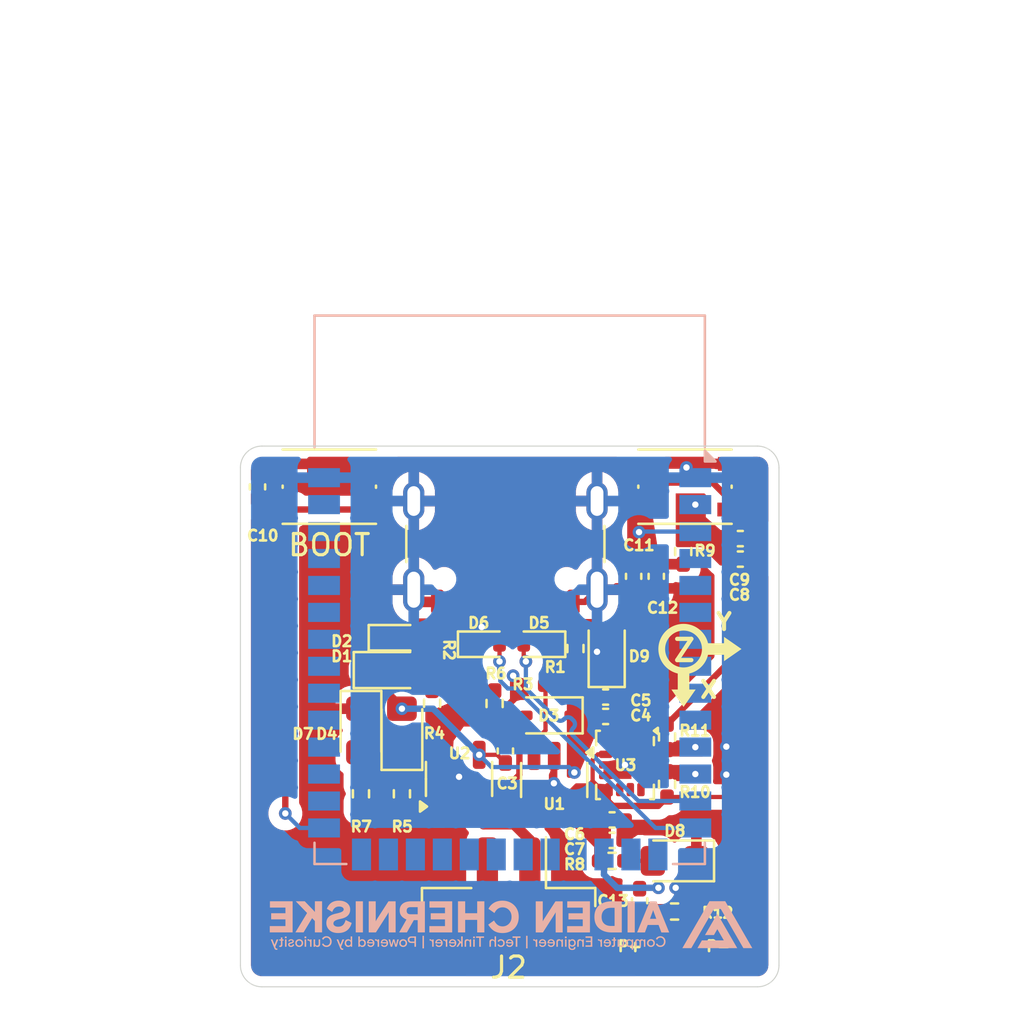
<source format=kicad_pcb>
(kicad_pcb (version 20241229) (generator "pcbnew") (generator_version "9.0")
  (layers (0 "F.Cu" signal) (4 "In1.Cu" signal) (6 "In2.Cu" signal) (2 "B.Cu" signal) (13 "F.Paste" user) (15 "B.Paste" user) (5 "F.SilkS" user "F.Silkscreen") (7 "B.SilkS" user "B.Silkscreen") (1 "F.Mask" user) (3 "B.Mask" user) (25 "Edge.Cuts" user))
  (net 0 "")
  (net 1 "+5V")
  (net 2 "GND")
  (net 3 "+3V3")
  (net 4 "/0")
  (net 5 "/EN")
  (net 6 "Net-(J3-Pin_1)")
  (net 7 "Piezo")
  (net 8 "VBUS")
  (net 9 "+BATT")
  (net 10 "Net-(D4-K)")
  (net 11 "D-")
  (net 12 "D+")
  (net 13 "Net-(D7-A)")
  (net 14 "Net-(D8-A)")
  (net 15 "Net-(J1-CC2)")
  (net 16 "Net-(J1-CC1)")
  (net 19 "Net-(JP1-A)")
  (net 20 "Net-(U1-EN)")
  (net 21 "SCL")
  (net 22 "SDA")
  (net 32 "/36")
  (net 33 "/21")
  (net 34 "/16")
  (net 35 "/37")
  (net 36 "/40")
  (net 37 "/46")
  (net 38 "/14")
  (net 39 "/11")
  (net 40 "/47")
  (net 41 "/TXD0")
  (net 42 "/2")
  (net 43 "/38")
  (net 44 "/7")
  (net 45 "/12")
  (net 46 "/15")
  (net 47 "/45")
  (net 48 "/13")
  (net 49 "/1")
  (net 50 "/48")
  (net 51 "/39")
  (net 52 "/42")
  (net 53 "/41")
  (net 54 "/RXD0")
  (net 55 "/35")
  (net 56 "/PROG")
  (net 57 "/STAT")
  (net 58 "/5")
  (net 59 "/6")
  (net 60 "/3")
  (net 61 "/10")
  (net 62 "/4")
  (net 63 "/17")
  (footprint "Resistor_SMD:R_0402_1005Metric_Pad0.72x0.64mm_HandSolder" (layer "F.Cu") (at 140.9192 72.4408 180)
    (property "Reference" "R3" (hide yes))
    (property "Value" "100k")
  )
  (footprint "Capacitor_SMD:C_0402_1005Metric_Pad0.74x0.62mm_HandSolder" (layer "F.Cu") (at 144.4752 67.31 -90)
    (property "Reference" "C11" (hide yes))
    (property "Value" "1uF")
  )
  (footprint "Diode_SMD:D_SOD-323" (layer "F.Cu") (at 143.2052 70.9168 90)
    (property "Reference" "D9" (hide yes))
    (property "Value" "1N5819WS")
  )
  (footprint "Resistor_SMD:R_0402_1005Metric_Pad0.72x0.64mm_HandSolder" (layer "F.Cu") (at 137.922 73.3044 90)
    (property "Reference" "R6" (hide yes))
    (property "Value" "2.2k")
  )
  (footprint "LED_SMD:LED_0805_2012Metric_Pad1.15x1.40mm_HandSolder" (layer "F.Cu") (at 133.5532 74.5744 90)
    (property "Reference" "D4" (hide yes))
    (property "Value" "LED_R")
  )
  (footprint "Capacitor_SMD:C_0402_1005Metric_Pad0.74x0.62mm_HandSolder" (layer "F.Cu") (at 143.4592 78.7908)
    (property "Reference" "C6" (hide yes))
    (property "Value" "0.1uF")
  )
  (footprint "Resistor_SMD:R_0402_1005Metric_Pad0.72x0.64mm_HandSolder" (layer "F.Cu") (at 146.812 66.1416 -90)
    (property "Reference" "R9" (hide yes))
    (property "Value" "10k")
  )
  (footprint "Diode_SMD:D_SOD-523" (layer "F.Cu") (at 133.2484 70.2056)
    (property "Reference" "D2" (hide yes))
    (property "Value" "LES5D5D")
  )
  (footprint "Capacitor_SMD:C_0402_1005Metric_Pad0.74x0.62mm_HandSolder" (layer "F.Cu") (at 149.5044 65.532)
    (property "Reference" "C9" (hide yes))
    (property "Value" "0.1uF")
  )
  (footprint "Diode_SMD:D_SOD-323" (layer "F.Cu") (at 140.462 73.8632 180)
    (property "Reference" "D3" (hide yes))
    (property "Value" "1N5819WS")
  )
  (footprint "Button_Switch_SMD:SW_Push_1P1T_NO_Vertical_Wuerth_434133025816" (layer "F.Cu") (at 146.8956 63.0854)
    (property "Reference" "SW2" (hide yes))
    (property "Value" "434133025816")
  )
  (footprint "Resistor_SMD:R_0402_1005Metric_Pad0.72x0.64mm_HandSolder" (layer "F.Cu") (at 133.5532 77.5595 -90)
    (property "Reference" "R5" (hide yes))
    (property "Value" "430")
  )
  (footprint "Connector_JST:JST_PH_B2B-PH-SM4-TB_1x02-1MP_P2.00mm_Vertical" (layer "F.Cu") (at 138.5824 82.8628 180)
    (property "Reference" "J2")
    (property "Value" "JSTPH")
  )
  (footprint "Diode_SMD:D_SOD-523" (layer "F.Cu") (at 137.4536 70.5104)
    (property "Reference" "D6" (hide yes))
    (property "Value" "LES5D5D")
  )
  (footprint "Package_LGA:LGA-14_3x2.5mm_P0.5mm_LayoutBorder3x4y" (layer "F.Cu") (at 144.0688 76.2 -90)
    (property "Reference" "U3" (hide yes))
    (property "Value" "LSM6DS3")
  )
  (footprint "Connector_Wire:SolderWirePad_1x01_SMD_1x2mm" (layer "F.Cu") (at 147.1168 85.0392)
    (property "Reference" "J4" (hide yes))
    (property "Value" "Piezo-")
  )
  (footprint "LED_SMD:LED_0805_2012Metric_Pad1.15x1.40mm_HandSolder" (layer "F.Cu") (at 131.6228 74.5744 -90)
    (property "Reference" "D7" (hide yes))
    (property "Value" "LED_G")
  )
  (footprint "Capacitor_SMD:C_0402_1005Metric_Pad0.74x0.62mm_HandSolder" (layer "F.Cu") (at 143.1544 72.9996)
    (property "Reference" "C5" (hide yes))
    (property "Value" "0.1uF")
  )
  (footprint "Resistor_SMD:R_0402_1005Metric_Pad0.72x0.64mm_HandSolder" (layer "F.Cu") (at 146.4056 83.1088)
    (property "Reference" "R12" (hide yes))
    (property "Value" "1M")
  )
  (footprint "Capacitor_SMD:C_0402_1005Metric_Pad0.74x0.62mm_HandSolder" (layer "F.Cu") (at 126.746 63.0936 90)
    (property "Reference" "C10" (hide yes))
    (property "Value" "0.1uF")
  )
  (footprint "Resistor_SMD:R_0402_1005Metric_Pad0.72x0.64mm_HandSolder" (layer "F.Cu") (at 134.9756 73.2923 -90)
    (property "Reference" "R4" (hide yes))
    (property "Value" "10k")
  )
  (footprint "Resistor_SMD:R_0402_1005Metric_Pad0.72x0.64mm_HandSolder" (layer "F.Cu") (at 141.732 70.7136 -90)
    (property "Reference" "R1" (hide yes))
    (property "Value" "5.1k")
  )
  (footprint "Resistor_SMD:R_0402_1005Metric_Pad0.72x0.64mm_HandSolder" (layer "F.Cu") (at 143.4592 80.7212)
    (property "Reference" "R8" (hide yes))
    (property "Value" "430")
  )
  (footprint "Button_Switch_SMD:SW_Push_1P1T_NO_Vertical_Wuerth_434133025816" (layer "F.Cu") (at 130.1316 63.0854)
    (property "Reference" "BOOT")
    (property "Value" "434133025816")
  )
  (footprint "Capacitor_SMD:C_0402_1005Metric_Pad0.74x0.62mm_HandSolder" (layer "F.Cu") (at 149.5044 66.4972 180)
    (property "Reference" "C8" (hide yes))
    (property "Value" "10uF")
  )
  (footprint "Resistor_SMD:R_0402_1005Metric_Pad0.72x0.64mm_HandSolder" (layer "F.Cu") (at 134.9756 70.7644 -90)
    (property "Reference" "R2" (hide yes))
    (property "Value" "5.1k")
  )
  (footprint "Capacitor_SMD:C_0402_1005Metric_Pad0.74x0.62mm_HandSolder" (layer "F.Cu") (at 143.4592 79.756 180)
    (property "Reference" "C7" (hide yes))
    (property "Value" "10uF")
  )
  (footprint "Diode_SMD:D_SOD-523" (layer "F.Cu") (at 139.9936 70.5104 180)
    (property "Reference" "D5" (hide yes))
    (property "Value" "LES5D5D")
  )
  (footprint "Jumper:SolderJumper-2_P1.3mm_Open_TrianglePad1.0x1.5mm" (layer "F.Cu") (at 136.4488 73.1658 -90)
    (property "Reference" "JP1" (hide yes))
    (property "Value" "SolderJumper_2_Open")
  )
  (footprint "Capacitor_SMD:C_0402_1005Metric_Pad0.74x0.62mm_HandSolder" (layer "F.Cu") (at 143.1544 73.914 180)
    (property "Reference" "C4" (hide yes))
    (property "Value" "10uF")
  )
  (footprint "Capacitor_SMD:C_0402_1005Metric_Pad0.74x0.62mm_HandSolder" (layer "F.Cu") (at 144.7568 82.6008 90)
    (property "Reference" "C13" (hide yes))
    (property "Value" "C_Small")
  )
  (footprint "LED_SMD:LED_0805_2012Metric_Pad1.15x1.40mm_HandSolder" (layer "F.Cu") (at 146.4056 80.7212 180)
    (property "Reference" "D8" (hide yes))
    (property "Value" "LED")
  )
  (footprint "Resistor_SMD:R_0402_1005Metric_Pad0.72x0.64mm_HandSolder" (layer "F.Cu") (at 146.05 77.1144 -90)
    (property "Reference" "R10" (hide yes))
    (property "Value" "10k")
  )
  (footprint "Diode_SMD:D_SOD-323" (layer "F.Cu") (at 132.8928 71.7296)
    (property "Reference" "D1" (hide yes))
    (property "Value" "1N5819WS")
  )
  (footprint "Resistor_SMD:R_0402_1005Metric_Pad0.72x0.64mm_HandSolder" (layer "F.Cu") (at 131.6228 77.5595 90)
    (property "Reference" "R7" (hide yes))
    (property "Value" "430")
  )
  (footprint "Package_TO_SOT_SMD:SOT-23-5" (layer "F.Cu") (at 140.7301 76.9112 -90)
    (property "Reference" "U1" (hide yes))
    (property "Value" "AP2112K-3.3")
  )
  (footprint "Capacitor_SMD:C_0402_1005Metric_Pad0.74x0.62mm_HandSolder" (layer "F.Cu") (at 145.542 67.31 -90)
    (property "Reference" "C12" (hide yes))
    (property "Value" "0.1uF")
  )
  (footprint "Connector_USB:USB_C_Receptacle_GCT_USB4105-xx-A_16P_TopMnt_Horizontal" (layer "F.Cu") (at 138.43 64.8356 180)
    (property "Reference" "J1" (hide yes))
    (property "Value" "USB_C")
  )
  (footprint "Package_TO_SOT_SMD:SOT-23-5" (layer "F.Cu") (at 136.2456 76.8604 90)
    (property "Reference" "U2" (hide yes))
    (property "Value" "MCP73831-2-OT")
  )
  (footprint "Connector_Wire:SolderWirePad_1x01_SMD_1x2mm" (layer "F.Cu") (at 145.6204 85.0392)
    (property "Reference" "J3" (hide yes))
    (property "Value" "Piezo+")
  )
  (footprint "Capacitor_SMD:C_0402_1005Metric_Pad0.74x0.62mm_HandSolder" (layer "F.Cu") (at 138.43 75.5396 90)
    (property "Reference" "C3" (hide yes))
    (property "Value" "0.1uF")
  )
  (footprint "Resistor_SMD:R_0402_1005Metric_Pad0.72x0.64mm_HandSolder" (layer "F.Cu") (at 146.05 74.8792 90)
    (property "Reference" "R11" (hide yes))
    (property "Value" "10k")
  )
  (footprint "RF_Module:ESP32-S3-WROOM-1" (layer "B.Cu") (at 138.6332 67.9196 180)
    (property "Reference" "U4" (hide yes))
    (property "Value" "ESP32-S3-WROOM-1")
  )
  (gr_poly (pts (xy 135.5852 76.2508) (xy 135.86567 74.2188) (xy 135.91647 74.168) (xy 136.4996 74.168) (xy 135.89 75.0316) (xy 135.8392 75.8952)) (stroke (width 0.2)) (fill yes) (layer "F.Cu") (net 56))
  (gr_poly (pts (xy 143.7727 79.6036) (xy 143.7727 78.9432) (xy 145.3388 78.9432) (xy 145.299708 78.9432) (xy 144.334508 79.6036)) (stroke (width 0.2)) (fill yes) (layer "F.Cu") (net 2))
  (gr_poly (pts (xy 135.105395 76.2508) (xy 134.7724 73.8124) (xy 135.7376 73.406) (xy 135.5852 76.2508)) (stroke (width 0.2)) (fill yes) (layer "F.Cu") (net 56))
  (gr_poly (pts (xy 143.5608 78.1304) (xy 143.2052 77.7748) (xy 143.2052 78.3844) (xy 143.3068 78.3844)) (stroke (width 0.2)) (fill yes) (layer "F.Cu") (net 3))
  (gr_poly (pts (xy 141.4272 76.708) (xy 141.4272 72.1868) (xy 142.1384 72.1868) (xy 142.6464 71.6788) (xy 143.256 71.6788) (xy 143.4084 71.8312) (xy 143.4084 72.2884) (xy 142.8496 72.8472) (xy 142.8496 74.114895) (xy 141.74493 76.708)) (stroke (width 0.2)) (fill yes) (layer "F.Cu") (net 1))
  (gr_poly (pts (xy 145.9992 82.8548) (xy 145.9992 84.9884) (xy 144.526 83.5152) (xy 144.526 83.1596) (xy 144.8308 82.8548)) (stroke (width 0.2)) (fill yes) (layer "F.Cu") (net 6))
  (gr_poly (pts (xy 141.732 71.3232) (xy 140.716 70.3072) (xy 140.5128 70.5104) (xy 140.5128 71.5264) (xy 141.5288 71.5264)) (stroke (width 0.2)) (fill yes) (layer "F.Cu") (net 2))
  (gr_poly (pts (xy 145.034 79.4004) (xy 145.034 79.2988) (xy 144.9324 79.1972) (xy 144.5768 79.4004)) (stroke (width 0.2)) (fill yes) (layer "F.Cu") (net 2))
  (gr_rect (start 146.558 63.5) (end 147.7772 65.8368) (stroke (width 0.2)) (fill yes) (layer "F.Cu") (net 3))
  (gr_poly (pts (xy 143.3068 79.9592) (xy 143.3068 77.216) (xy 142.5448 77.1652) (xy 141.7828 77.1652) (xy 141.478 77.47) (xy 141.478 78.7908) (xy 142.6464 79.9592)) (stroke (width 0.2)) (fill yes) (layer "F.Cu") (net 3))
  (gr_poly (pts (xy 142.5448 76.962) (xy 142.3416 77.1652) (xy 142.748 77.1652)) (stroke (width 0.2)) (fill yes) (layer "F.Cu") (net 3))
  (gr_poly (pts (xy 144.272 75.946) (xy 143.1544 76.1492) (xy 143.1544 76.2508) (xy 143.1544 76.7588) (xy 144.272 76.7588)) (stroke (width 0.2)) (fill yes) (layer "F.Cu") (net 2))
  (gr_poly (pts (xy 149.3012 71.7804) (xy 148.8948 71.374) (xy 148.5392 71.7296) (xy 148.5392 71.7804) (xy 149.3012 71.7804)) (stroke (width 0.2)) (fill yes) (layer "F.Cu") (net 3))
  (gr_poly (pts (xy 149.1996 66.7004) (xy 149.1996 65.3288) (xy 149.098 65.2272) (xy 148.5392 65.2272) (xy 147.7772 64.5668) (xy 147.066 64.5668) (xy 146.9644 64.6684) (xy 146.9644 65.0748) (xy 148.59 66.7004)) (stroke (width 0.2)) (fill yes) (layer "F.Cu") (net 3))
  (gr_poly (pts (xy 145.542 76.3016) (xy 147.623923 76.3016) (xy 147.623923 76.8604) (xy 146.532253 76.8604)) (stroke (width 0.2)) (fill yes) (layer "F.Cu") (net 21))
  (gr_poly (pts (xy 145.663612 66.98753) (xy 144.272 66.98753) (xy 144.272 63.9064) (xy 145.1864 63.9064)) (stroke (width 0.2)) (fill yes) (layer "F.Cu") (net 5))
  (gr_poly (pts (xy 145.544777 75.7) (xy 147.6267 75.7) (xy 147.6267 75.1412) (xy 146.53503 75.1412)) (stroke (width 0.2)) (fill yes) (layer "F.Cu") (net 22))
  (gr_poly (pts (xy 149.559009 70.735983) (xy 148.735096 70.163214) (xy 148.735096 70.46341) (xy 147.85451 70.46341) (xy 147.85451 71.008399) (xy 148.735096 71.008399) (xy 148.735096 71.308753)) (fill yes) (layer "F.SilkS"))
  (gr_poly (pts (xy 146.879952 71.762077) (xy 146.932129 71.758109) (xy 146.983548 71.751575) (xy 147.034143 71.74254) (xy 147.083851 71.731067) (xy 147.132607 71.717222) (xy 147.180345 71.701069) (xy 147.227003 71.682673) (xy 147.272514 71.662098) (xy 147.316815 71.639408) (xy 147.35984 71.614669) (xy 147.401526 71.587944) (xy 147.441808 71.559299) (xy 147.480621 71.528798) (xy 147.517901 71.496506) (xy 147.553583 71.462486) (xy 147.587603 71.426804) (xy 147.619895 71.389524) (xy 147.650396 71.350711) (xy 147.679042 71.310429) (xy 147.705766 71.268743) (xy 147.730505 71.225718) (xy 147.753195 71.181417) (xy 147.77377 71.135905) (xy 147.792166 71.089248) (xy 147.808319 71.04151) (xy 147.822164 70.992754) (xy 147.833637 70.943046) (xy 147.842672 70.892451) (xy 147.849206 70.841032) (xy 147.853174 70.788855) (xy 147.85451 70.735983) (xy 147.853174 70.683112) (xy 147.849206 70.630935) (xy 147.842672 70.579516) (xy 147.833637 70.528921) (xy 147.822164 70.479213) (xy 147.808319 70.430457) (xy 147.792166 70.382719) (xy 147.77377 70.336061) (xy 147.753195 70.29055) (xy 147.730505 70.246249) (xy 147.705766 70.203224) (xy 147.679042 70.161538) (xy 147.650396 70.121256) (xy 147.619895 70.082443) (xy 147.587603 70.045163) (xy 147.553583 70.009481) (xy 147.517901 69.975461) (xy 147.480621 69.943169) (xy 147.441808 69.912667) (xy 147.401526 69.884022) (xy 147.35984 69.857298) (xy 147.316815 69.832559) (xy 147.272514 69.809869) (xy 147.227003 69.789294) (xy 147.180345 69.770898) (xy 147.132607 69.754745) (xy 147.083851 69.7409) (xy 147.034143 69.729427) (xy 146.983548 69.720392) (xy 146.932129 69.713858) (xy 146.879952 69.70989) (xy 146.82708 69.708553) (xy 146.774209 69.70989) (xy 146.722032 69.713858) (xy 146.670613 69.720392) (xy 146.620017 69.729427) (xy 146.57031 69.7409) (xy 146.521554 69.754745) (xy 146.473816 69.770898) (xy 146.427158 69.789294) (xy 146.381647 69.809869) (xy 146.337346 69.832559) (xy 146.294321 69.857298) (xy 146.252635 69.884022) (xy 146.212353 69.912667) (xy 146.17354 69.943169) (xy 146.13626 69.975461) (xy 146.100578 70.009481) (xy 146.066558 70.045163) (xy 146.034265 70.082443) (xy 146.003764 70.121256) (xy 145.975119 70.161538) (xy 145.948395 70.203224) (xy 145.923656 70.246249) (xy 145.900966 70.29055) (xy 145.880391 70.336061) (xy 145.861995 70.382719) (xy 145.845842 70.430457) (xy 145.831997 70.479213) (xy 145.820524 70.528921) (xy 145.811489 70.579516) (xy 145.804955 70.630935) (xy 145.800987 70.683112) (xy 145.79965 70.735983) (xy 145.800987 70.788855) (xy 145.804955 70.841032) (xy 145.811489 70.892451) (xy 145.820524 70.943046) (xy 145.831997 70.992754) (xy 145.845842 71.04151) (xy 145.861995 71.089248) (xy 145.880391 71.135905) (xy 145.900966 71.181417) (xy 145.923656 71.225718) (xy 145.948395 71.268743) (xy 145.975119 71.310429) (xy 146.003764 71.350711) (xy 146.034265 71.389524) (xy 146.066558 71.426804) (xy 146.100578 71.462486) (xy 146.13626 71.496506) (xy 146.17354 71.528798) (xy 146.212353 71.559299) (xy 146.252635 71.587944) (xy 146.294321 71.614669) (xy 146.337346 71.639408) (xy 146.381647 71.662098) (xy 146.427158 71.682673) (xy 146.473816 71.701069) (xy 146.521554 71.717222) (xy 146.57031 71.731067) (xy 146.620017 71.74254) (xy 146.670613 71.751575) (xy 146.722032 71.758109) (xy 146.774209 71.762077) (xy 146.82708 71.763413)) (stroke (width 0.317499) (color 35 31 32 1)) (fill no) (layer "F.SilkS"))
  (gr_poly (pts (xy 147.39985 72.644) (xy 147.099654 72.644) (xy 147.099654 71.763413) (xy 146.554666 71.763413) (xy 146.554666 72.644) (xy 146.25431 72.644) (xy 146.82708 73.467912)) (fill yes) (layer "F.SilkS"))
  (gr_poly (pts (xy 138.259554 82.598247) (xy 138.230942 82.599486) (xy 138.202823 82.601551) (xy 138.175196 82.604441) (xy 138.148062 82.608158) (xy 138.121421 82.612701) (xy 138.095275 82.61807) (xy 138.069622 82.624265) (xy 138.044465 82.631286) (xy 138.019803 82.639133) (xy 137.995636 82.647806) (xy 137.971966 82.657305) (xy 137.948793 82.66763) (xy 137.926116 82.678781) (xy 137.903938 82.690758) (xy 137.882257 82.703561) (xy 137.861135 82.717045) (xy 137.840749 82.731064) (xy 137.8211 82.745618) (xy 137.802188 82.760706) (xy 137.784013 82.776328) (xy 137.766574 82.792484) (xy 137.749871 82.809173) (xy 137.733906 82.826394) (xy 137.718677 82.844147) (xy 137.704185 82.862432) (xy 137.690429 82.881248) (xy 137.677411 82.900595) (xy 137.665129 82.920471) (xy 137.653583 82.940878) (xy 137.642775 82.961814) (xy 137.632703 82.983279) (xy 137.915595 83.180446) (xy 137.932331 83.147976) (xy 137.950034 83.117597) (xy 137.968703 83.089309) (xy 137.988338 83.063115) (xy 138.008939 83.039013) (xy 138.019601 83.027747) (xy 138.030504 83.017005) (xy 138.041649 83.006786) (xy 138.053035 82.99709) (xy 138.064661 82.987918) (xy 138.076529 82.97927) (xy 138.088637 82.971145) (xy 138.100987 82.963545) (xy 138.113577 82.956468) (xy 138.126408 82.949914) (xy 138.13948 82.943885) (xy 138.152792 82.93838) (xy 138.166345 82.933399) (xy 138.180138 82.928941) (xy 138.194172 82.925008) (xy 138.208446 82.9216) (xy 138.22296 82.918715) (xy 138.237715 82.916355) (xy 138.25271 82.914519) (xy 138.267945 82.913208) (xy 138.299135 82.912159) (xy 138.32095 82.912642) (xy 138.342341 82.914093) (xy 138.363308 82.916512) (xy 138.383853 82.919898) (xy 138.403976 82.924251) (xy 138.423676 82.929571) (xy 138.442956 82.935859) (xy 138.461814 82.943115) (xy 138.480252 82.951338) (xy 138.49827 82.960528) (xy 138.515869 82.970685) (xy 138.533048 82.98181) (xy 138.549809 82.993902) (xy 138.566152 83.006962) (xy 138.582077 83.020989) (xy 138.597585 83.035984) (xy 138.612409 83.051763) (xy 138.626279 83.068145) (xy 138.639196 83.08513) (xy 138.651158 83.102718) (xy 138.662167 83.120909) (xy 138.672221 83.139702) (xy 138.681319 83.159098) (xy 138.689462 83.179097) (xy 138.696648 83.199698) (xy 138.702878 83.220902) (xy 138.70815 83.24271) (xy 138.712465 83.265119) (xy 138.715822 83.288132) (xy 138.718221 83.311747) (xy 138.71966 83.335965) (xy 138.72014 83.360786) (xy 138.71966 83.385149) (xy 138.71822 83.408948) (xy 138.715822 83.432183) (xy 138.712465 83.454855) (xy 138.70815 83.476966) (xy 138.702877 83.498515) (xy 138.696648 83.519505) (xy 138.689461 83.539935) (xy 138.681319 83.559808) (xy 138.67222 83.579123) (xy 138.662166 83.597882) (xy 138.651158 83.616086) (xy 138.639195 83.633735) (xy 138.626279 83.650831) (xy 138.612408 83.667374) (xy 138.597585 83.683366) (xy 138.582066 83.698591) (xy 138.566109 83.712834) (xy 138.549713 83.726095) (xy 138.53288 83.738373) (xy 138.515609 83.749669) (xy 138.497902 83.759983) (xy 138.479758 83.769314) (xy 138.461179 83.777663) (xy 138.442164 83.78503) (xy 138.422715 83.791415) (xy 138.402831 83.796818) (xy 138.382513 83.801238) (xy 138.361762 83.804676) (xy 138.340578 83.807131) (xy 138.318961 83.808605) (xy 138.296913 83.809096) (xy 138.28005 83.808824) (xy 138.263516 83.80801) (xy 138.247308 83.806654) (xy 138.231428 83.804755) (xy 138.215876 83.802315) (xy 138.200651 83.799335) (xy 138.185753 83.795814) (xy 138.171183 83.791753) (xy 138.15694 83.787152) (xy 138.143025 83.782012) (xy 138.129436 83.776334) (xy 138.116176 83.770118) (xy 138.103243 83.763364) (xy 138.090637 83.756073) (xy 138.078358 83.748245) (xy 138.066407 83.739881) (xy 138.054687 83.73097) (xy 138.0431 83.721501) (xy 138.031646 83.711473) (xy 138.020325 83.700888) (xy 138.009136 83.689744) (xy 137.998078 83.678043) (xy 137.987152 83.665783) (xy 137.976356 83.652965) (xy 137.965691 83.639589) (xy 137.955155 83.625655) (xy 137.944749 83.611163) (xy 137.934471 83.596113) (xy 137.924322 83.580505) (xy 137.914301 83.564338) (xy 137.904407 83.547614) (xy 137.89464 83.530331) (xy 137.894639 83.530648) (xy 137.620002 83.727498) (xy 137.636079 83.752728) (xy 137.6524 83.777102) (xy 137.668965 83.800619) (xy 137.685774 83.823279) (xy 137.702823 83.845082) (xy 137.720114 83.866026) (xy 137.737645 83.886111) (xy 137.755415 83.905338) (xy 137.773423 83.923705) (xy 137.791669 83.941213) (xy 137.81015 83.957859) (xy 137.828867 83.973645) (xy 137.847818 83.98857) (xy 137.867003 84.002633) (xy 137.88642 84.015833) (xy 137.906069 84.028171) (xy 137.926124 84.039705) (xy 137.94676 84.050495) (xy 137.967977 84.060541) (xy 137.989775 84.069843) (xy 138.012156 84.0784) (xy 138.03512 84.086214) (xy 138.058667 84.093283) (xy 138.082798 84.099608) (xy 138.107513 84.10519) (xy 138.132812 84.110026) (xy 138.158697 84.114119) (xy 138.185167 84.117468) (xy 138.212223 84.120072) (xy 138.239865 84.121933) (xy 138.268095 84.123049) (xy 138.296912 84.123421) (xy 138.338346 84.122599) (xy 138.378827 84.120132) (xy 138.418358 84.116021) (xy 138.456937 84.110265) (xy 138.494565 84.102864) (xy 138.531244 84.093819) (xy 138.566972 84.083129) (xy 138.601751 84.070795) (xy 138.635582 84.056817) (xy 138.668464 84.041193) (xy 138.700399 84.023926) (xy 138.731386 84.005013) (xy 138.761426 83.984456) (xy 138.790519 83.962255) (xy 138.818667 83.938409) (xy 138.845869 83.912918) (xy 138.871762 83.886092) (xy 138.89598 83.85824) (xy 138.918525 83.829361) (xy 138.939398 83.799457) (xy 138.958598 83.768528) (xy 138.976125 83.736574) (xy 138.991982 83.703596) (xy 139.006167 83.669594) (xy 139.018682 83.63457) (xy 139.029526 83.598522) (xy 139.038701 83.561452) (xy 139.046207 83.523361) (xy 139.052044 83.484248) (xy 139.056212 83.444114) (xy 139.058713 83.40296) (xy 139.059547 83.360786) (xy 139.058691 83.318842) (xy 139.056124 83.277902) (xy 139.051847 83.237965) (xy 139.04586 83.19903) (xy 139.038163 83.161095) (xy 139.028756 83.12416) (xy 139.017641 83.088225) (xy 139.004818 83.053287) (xy 138.990287 83.019347) (xy 138.974048 82.986403) (xy 138.956103 82.954454) (xy 138.936451 82.923499) (xy 138.915093 82.893538) (xy 138.89203 82.864569) (xy 138.867262 82.836592) (xy 138.840789 82.809606) (xy 138.812962 82.783997) (xy 138.784248 82.760033) (xy 138.754647 82.737715) (xy 138.724157 82.717045) (xy 138.692779 82.698023) (xy 138.66051 82.68065) (xy 138.62735 82.664928) (xy 138.593298 82.650856) (xy 138.558353 82.638436) (xy 138.522514 82.62767) (xy 138.48578 82.618557) (xy 138.448151 82.611099) (xy 138.409625 82.605297) (xy 138.370201 82.601151) (xy 138.329879 82.598663) (xy 138.288657 82.597834)) (fill yes) (layer "B.SilkS"))
  (gr_poly (pts (xy 144.637703 84.095798) (xy 145.006638 84.095798) (xy 145.138718 83.741786) (xy 145.649893 83.741786) (xy 145.781974 84.096116) (xy 146.150909 84.096116) (xy 146.150591 84.095798) (xy 145.888705 83.452226) (xy 145.543213 83.452226) (xy 145.245717 83.452226) (xy 145.333664 83.213148) (xy 145.354619 83.158538) (xy 145.359398 83.14708) (xy 145.364213 83.134617) (xy 145.369074 83.121157) (xy 145.373986 83.106707) (xy 145.378959 83.091274) (xy 145.383998 83.074867) (xy 145.389111 83.057493) (xy 145.394307 83.039158) (xy 145.396693 83.047255) (xy 145.399585 83.05678) (xy 145.403013 83.067733) (xy 145.407006 83.080116) (xy 145.421612 83.125201) (xy 145.42316 83.12989) (xy 145.424712 83.134433) (xy 145.426272 83.138835) (xy 145.427843 83.1431) (xy 145.429428 83.147231) (xy 145.431032 83.151231) (xy 145.432659 83.155105) (xy 145.434311 83.158856) (xy 145.455267 83.213466) (xy 145.455266 83.213466) (xy 145.543213 83.452226) (xy 145.888705 83.452226) (xy 145.553691 82.628948) (xy 145.235239 82.628948)) (fill yes) (layer "B.SilkS"))
  (gr_poly (pts (xy 130.650242 84.673331) (xy 130.553087 84.423141) (xy 130.474031 84.423141) (xy 130.641671 84.839383) (xy 130.645678 84.848782) (xy 130.649961 84.857571) (xy 130.654519 84.86575) (xy 130.659352 84.873321) (xy 130.66446 84.880284) (xy 130.669844 84.886638) (xy 130.672639 84.889588) (xy 130.675503 84.892385) (xy 130.678436 84.895031) (xy 130.681438 84.897526) (xy 130.684508 84.899868) (xy 130.687647 84.902059) (xy 130.690856 84.904099) (xy 130.694133 84.905987) (xy 130.697478 84.907724) (xy 130.700893 84.909309) (xy 130.704376 84.910743) (xy 130.707929 84.912026) (xy 130.71155 84.913158) (xy 130.71524 84.914139) (xy 130.718999 84.914969) (xy 130.722826 84.915647) (xy 130.726723 84.916175) (xy 130.730688 84.916552) (xy 130.738825 84.916853) (xy 130.74606 84.916734) (xy 130.753004 84.916377) (xy 130.759665 84.915782) (xy 130.766052 84.914948) (xy 130.77217 84.913877) (xy 130.778028 84.912567) (xy 130.780862 84.911823) (xy 130.783633 84.911019) (xy 130.786343 84.910156) (xy 130.788992 84.909233) (xy 130.789307 84.909233) (xy 130.778196 84.844146) (xy 130.77612 84.845009) (xy 130.774059 84.845813) (xy 130.772013 84.846559) (xy 130.769981 84.847246) (xy 130.767964 84.847876) (xy 130.765963 84.848449) (xy 130.763976 84.848965) (xy 130.762004 84.849424) (xy 130.760047 84.849828) (xy 130.758104 84.850177) (xy 130.756177 84.85047) (xy 130.754264 84.850709) (xy 130.752367 84.850894) (xy 130.750484 84.851026) (xy 130.748616 84.851105) (xy 130.746763 84.851131) (xy 130.744943 84.851101) (xy 130.743175 84.851012) (xy 130.741457 84.850865) (xy 130.739788 84.85066) (xy 130.738168 84.850396) (xy 130.736595 84.850076) (xy 130.735068 84.849699) (xy 130.733587 84.849265) (xy 130.732151 84.848776) (xy 130.730758 84.848232) (xy 130.729409 84.847632) (xy 130.728101 84.846978) (xy 130.726834 84.846271) (xy 130.725606 84.845509) (xy 130.724418 84.844695) (xy 130.723268 84.843828) (xy 130.72219 84.842872) (xy 130.721097 84.841791) (xy 130.719991 84.840586) (xy 130.718873 84.839259) (xy 130.717744 84.837811) (xy 130.716605 84.836244) (xy 130.715456 84.834558) (xy 130.714299 84.832755) (xy 130.713135 84.830838) (xy 130.711964 84.828806) (xy 130.710787 84.826662) (xy 130.709606 84.824406) (xy 130.708421 84.822041) (xy 130.707234 84.819567) (xy 130.706044 84.816987) (xy 130.704853 84.814301) (xy 130.68866 84.771756) (xy 130.829631 84.423141) (xy 130.748033 84.423141)) (fill yes) (layer "B.SilkS"))
  (gr_poly (pts (xy 129.083063 83.179176) (xy 128.531884 84.092623) (xy 128.917328 84.092623) (xy 129.319919 83.422063) (xy 129.449777 83.558271) (xy 129.449777 84.092623) (xy 129.789185 84.092623) (xy 129.789185 82.626091) (xy 129.450094 82.626091) (xy 129.450094 83.129011) (xy 129.446818 83.125753) (xy 129.443411 83.122175) (xy 129.439864 83.118284) (xy 129.436164 83.114088) (xy 129.4323 83.109595) (xy 129.428261 83.104812) (xy 129.419614 83.094403) (xy 129.415344 83.089135) (xy 129.411349 83.084283) (xy 129.404215 83.07583) (xy 129.398272 83.069043) (xy 129.393578 83.063923) (xy 129.366274 83.034713) (xy 128.972258 82.626091) (xy 128.54903 82.626091) (xy 128.548869 82.625932) (xy 128.54871 82.625773)) (fill yes) (layer "B.SilkS"))
  (gr_poly (pts (xy 143.958254 84.631421) (xy 143.958176 84.636407) (xy 143.957941 84.641243) (xy 143.957551 84.64593) (xy 143.957004 84.650466) (xy 143.9563 84.654852) (xy 143.955441 84.659086) (xy 143.954425 84.663169) (xy 143.953253 84.6671) (xy 143.951925 84.670878) (xy 143.95044 84.674504) (xy 143.948799 84.677975) (xy 143.947002 84.681293) (xy 143.945049 84.684457) (xy 143.942939 84.687465) (xy 143.940673 84.690319) (xy 143.938251 84.693016) (xy 143.935684 84.695554) (xy 143.932983 84.697927) (xy 143.93015 84.700138) (xy 143.927183 84.702184) (xy 143.924085 84.704067) (xy 143.920855 84.705786) (xy 143.917494 84.707341) (xy 143.914002 84.708732) (xy 143.91038 84.70996) (xy 143.906628 84.711024) (xy 143.902747 84.711925) (xy 143.898737 84.712661) (xy 143.894599 84.713234) (xy 143.890333 84.713644) (xy 143.885939 84.713889) (xy 143.881419 84.713971) (xy 143.876858 84.713856) (xy 143.872347 84.71351) (xy 143.867889 84.712935) (xy 143.86349 84.712131) (xy 143.859155 84.711097) (xy 143.854887 84.709836) (xy 143.850691 84.708346) (xy 143.846573 84.706629) (xy 143.842537 84.704685) (xy 143.838588 84.702515) (xy 143.834729 84.700118) (xy 143.830966 84.697496) (xy 143.827304 84.694649) (xy 143.823747 84.691577) (xy 143.820299 84.688281) (xy 143.816967 84.684761) (xy 143.813793 84.681014) (xy 143.81082 84.677155) (xy 143.80805 84.673182) (xy 143.805482 84.669095) (xy 143.803116 84.664892) (xy 143.800954 84.660573) (xy 143.798996 84.656137) (xy 143.797242 84.651582) (xy 143.795692 84.646909) (xy 143.794348 84.642116) (xy 143.793209 84.637201) (xy 143.792276 84.632165) (xy 143.791549 84.627006) (xy 143.79103 84.621724) (xy 143.790718 84.616317) (xy 143.790614 84.610784) (xy 143.790614 84.423459) (xy 143.719494 84.423459) (xy 143.719494 84.769851) (xy 143.790614 84.769851) (xy 143.790614 84.713971) (xy 143.792829 84.718014) (xy 143.795127 84.721929) (xy 143.797509 84.725716) (xy 143.799975 84.729375) (xy 143.802525 84.732905) (xy 143.805158 84.736306) (xy 143.807875 84.73958) (xy 143.810676 84.742724) (xy 143.81356 84.745741) (xy 143.816528 84.748629) (xy 143.81958 84.751389) (xy 143.822716 84.754021) (xy 143.825935 84.756524) (xy 143.829238 84.758898) (xy 143.832625 84.761145) (xy 143.836096 84.763263) (xy 143.83965 84.765252) (xy 143.843288 84.767114) (xy 143.847009 84.768847) (xy 143.850815 84.770451) (xy 143.854704 84.771927) (xy 143.858677 84.773275) (xy 143.862733 84.774495) (xy 143.866873 84.775586) (xy 143.871097 84.776548) (xy 143.875405 84.777383) (xy 143.879796 84.778089) (xy 143.884271 84.778667) (xy 143.88883 84.779116) (xy 143.893473 84.779437) (xy 143.903009 84.779693) (xy 143.909725 84.779559) (xy 143.916299 84.779158) (xy 143.922732 84.778488) (xy 143.929024 84.77755) (xy 143.935174 84.776345) (xy 143.941183 84.774871) (xy 143.947051 84.77313) (xy 143.952777 84.771121) (xy 143.958362 84.768844) (xy 143.963805 84.766299) (xy 143.969107 84.763486) (xy 143.974268 84.760405) (xy 143.979287 84.757057) (xy 143.984165 84.75344) (xy 143.988901 84.749556) (xy 143.993496 84.745403) (xy 143.997876 84.740998) (xy 144.001966 84.736355) (xy 144.005768 84.731473) (xy 144.009282 84.726353) (xy 144.01251 84.720995) (xy 144.015452 84.7154) (xy 144.01811 84.709565) (xy 144.020484 84.703493) (xy 144.022575 84.697183) (xy 144.024385 84.690635) (xy 144.025913 84.683848) (xy 144.027161 84.676823) (xy 144.028131 84.66956) (xy 144.028822 84.66206) (xy 144.029236 84.65432) (xy 144.029374 84.646343) (xy 144.029374 84.646026) (xy 144.029374 84.423141) (xy 143.958254 84.423141)) (fill yes) (layer "B.SilkS"))
  (gr_poly (pts (xy 137.046597 84.349163) (xy 137.197409 84.349163) (xy 137.197409 84.769533) (xy 137.272974 84.769533) (xy 137.272974 84.349163) (xy 137.423787 84.349163) (xy 137.423787 84.280583) (xy 137.046597 84.280583)) (fill yes) (layer "B.SilkS"))
  (gr_poly (pts (xy 134.522789 84.846368) (xy 134.592639 84.846368) (xy 134.592639 84.252643) (xy 134.522789 84.252643)) (fill yes) (layer "B.SilkS"))
  (gr_poly (pts (xy 133.964501 82.627479) (xy 133.932938 82.628786) (xy 133.90232 82.630966) (xy 133.872648 82.634019) (xy 133.84392 82.637946) (xy 133.816138 82.642749) (xy 133.7893 82.648427) (xy 133.763408 82.654984) (xy 133.738461 82.662418) (xy 133.714458 82.670731) (xy 133.691401 82.679924) (xy 133.669289 82.689998) (xy 133.648122 82.700954) (xy 133.6279 82.712792) (xy 133.608624 82.725514) (xy 133.590292 82.739121) (xy 133.573046 82.753486) (xy 133.55691 82.768603) (xy 133.541884 82.784468) (xy 133.527967 82.801083) (xy 133.515162 82.818446) (xy 133.503467 82.836555) (xy 133.492884 82.85541) (xy 133.483414 82.875011) (xy 133.475055 82.895356) (xy 133.46781 82.916444) (xy 133.461678 82.938274) (xy 133.45666 82.960845) (xy 133.452756 82.984157) (xy 133.449967 83.008208) (xy 133.448293 83.032998) (xy 133.447735 83.058526) (xy 133.448055 83.078182) (xy 133.449014 83.097384) (xy 133.450613 83.116132) (xy 133.452849 83.134423) (xy 133.455724 83.152259) (xy 133.459237 83.169639) (xy 133.463387 83.186562) (xy 133.468173 83.203028) (xy 133.473596 83.219036) (xy 133.479654 83.234587) (xy 133.486348 83.249678) (xy 133.493677 83.264311) (xy 133.50164 83.278484) (xy 133.510238 83.292197) (xy 133.519468 83.305449) (xy 133.529332 83.318241) (xy 133.539854 83.330672) (xy 133.550943 83.342842) (xy 133.562599 83.354752) (xy 133.574824 83.366402) (xy 133.587618 83.377791) (xy 133.600982 83.388919) (xy 133.614917 83.399788) (xy 133.629424 83.410395) (xy 133.644504 83.420743) (xy 133.660159 83.430829) (xy 133.676388 83.440656) (xy 133.693192 83.450222) (xy 133.710574 83.459527) (xy 133.728533 83.468572) (xy 133.747071 83.477357) (xy 133.766188 83.485881) (xy 133.422335 84.093576) (xy 133.786824 84.093576) (xy 133.78746 84.093576) (xy 134.114484 83.515408) (xy 134.296729 83.515408) (xy 134.296729 84.093894) (xy 134.636137 84.093894) (xy 134.636137 83.238866) (xy 134.296729 83.238866) (xy 133.963354 83.238866) (xy 133.940751 83.238211) (xy 133.919612 83.236247) (xy 133.909592 83.234773) (xy 133.899938 83.232972) (xy 133.89065 83.230844) (xy 133.881727 83.228388) (xy 133.87317 83.225605) (xy 133.864978 83.222495) (xy 133.857151 83.219057) (xy 133.84969 83.215292) (xy 133.842594 83.211199) (xy 133.835863 83.206779) (xy 133.829496 83.202031) (xy 133.823495 83.196956) (xy 133.817858 83.191554) (xy 133.812585 83.185824) (xy 133.807677 83.179766) (xy 133.803134 83.173382) (xy 133.798954 83.166669) (xy 133.795139 83.15963) (xy 133.791687 83.152263) (xy 133.788599 83.144568) (xy 133.785875 83.136547) (xy 133.783515 83.128197) (xy 133.781518 83.119521) (xy 133.779884 83.110517) (xy 133.778614 83.101185) (xy 133.777706 83.091526) (xy 133.777162 83.08154) (xy 133.776981 83.071226) (xy 133.777163 83.060912) (xy 133.77771 83.050926) (xy 133.778621 83.041267) (xy 133.779898 83.031935) (xy 133.781538 83.022931) (xy 133.783544 83.014255) (xy 133.785914 83.005905) (xy 133.788649 82.997883) (xy 133.791748 82.990189) (xy 133.795212 82.982822) (xy 133.799041 82.975783) (xy 133.803234 82.96907) (xy 133.807792 82.962686) (xy 133.812714 82.956628) (xy 133.818001 82.950898) (xy 133.823653 82.945496) (xy 133.82967 82.940421) (xy 133.836051 82.935673) (xy 133.842796 82.931253) (xy 133.849907 82.92716) (xy 133.857382 82.923395) (xy 133.865221 82.919957) (xy 133.873425 82.916847) (xy 133.881994 82.914063) (xy 133.890928 82.911608) (xy 133.900226 82.90948) (xy 133.909888 82.907679) (xy 133.919916 82.906205) (xy 133.930308 82.905059) (xy 133.941064 82.904241) (xy 133.952185 82.90375) (xy 133.963671 82.903586) (xy 134.296729 82.903586) (xy 134.296729 83.238866) (xy 134.636137 83.238866) (xy 134.636137 82.627044) (xy 133.997009 82.627044)) (fill yes) (layer "B.SilkS"))
  (gr_poly (pts (xy 141.345864 82.925811) (xy 142.077066 82.925811) (xy 142.077066 83.191876) (xy 141.404284 83.191876) (xy 141.404284 83.481118) (xy 142.076749 83.481118) (xy 142.076749 83.797666) (xy 141.339196 83.797666) (xy 141.339196 84.095163) (xy 142.416156 84.095163) (xy 142.416474 84.095163) (xy 142.416474 82.628313) (xy 141.345864 82.628313)) (fill yes) (layer "B.SilkS"))
  (gr_poly (pts (xy 131.136653 84.475528) (xy 131.134223 84.472001) (xy 131.131695 84.468564) (xy 131.129069 84.465217) (xy 131.126343 84.46196) (xy 131.123517 84.458795) (xy 131.12059 84.455721) (xy 131.11756 84.45274) (xy 131.114427 84.449851) (xy 131.11119 84.447055) (xy 131.107848 84.444352) (xy 131.1044 84.441743) (xy 131.100844 84.439229) (xy 131.097181 84.43681) (xy 131.093409 84.434486) (xy 131.089528 84.432258) (xy 131.085535 84.430126) (xy 131.081521 84.428106) (xy 131.077455 84.426212) (xy 131.07334 84.424446) (xy 131.069175 84.422808) (xy 131.064961 84.421299) (xy 131.0607 84.419918) (xy 131.056392 84.418667) (xy 131.052039 84.417545) (xy 131.047641 84.416553) (xy 131.0432 84.415693) (xy 131.038716 84.414963) (xy 131.034189 84.414365) (xy 131.029622 84.413899) (xy 131.025015 84.413566) (xy 131.020369 84.413365) (xy 131.015684 84.413298) (xy 131.00703 84.413496) (xy 130.998568 84.414087) (xy 130.990298 84.415073) (xy 130.982219 84.416454) (xy 130.974329 84.418228) (xy 130.966628 84.420397) (xy 130.959115 84.422961) (xy 130.951789 84.425919) (xy 130.944648 84.429271) (xy 130.937693 84.433018) (xy 130.930922 84.437159) (xy 130.924334 84.441695) (xy 130.917929 84.446625) (xy 130.911705 84.451949) (xy 130.905661 84.457668) (xy 130.899797 84.463781) (xy 130.894205 84.470214) (xy 130.888977 84.476893) (xy 130.884112 84.483817) (xy 130.879611 84.490987) (xy 130.875473 84.498402) (xy 130.871696 84.506063) (xy 130.868282 84.513969) (xy 130.865229 84.522122) (xy 130.862537 84.530519) (xy 130.860205 84.539162) (xy 130.858233 84.548051) (xy 130.856621 84.557185) (xy 130.855368 84.566565) (xy 130.854474 84.576191) (xy 130.853937 84.586062) (xy 130.853759 84.596178) (xy 130.853945 84.606295) (xy 130.854503 84.616166) (xy 130.855433 84.625792) (xy 130.856735 84.635171) (xy 130.858409 84.644306) (xy 130.860456 84.653195) (xy 130.862874 84.661838) (xy 130.865665 84.670235) (xy 130.868828 84.678387) (xy 130.872362 84.686294) (xy 130.876269 84.693955) (xy 130.880548 84.70137) (xy 130.885199 84.70854) (xy 130.890222 84.715464) (xy 130.895617 84.722143) (xy 130.901384 84.728576) (xy 130.907426 84.734689) (xy 130.913647 84.740408) (xy 130.920047 84.745732) (xy 130.926625 84.750662) (xy 130.933382 84.755197) (xy 130.940317 84.759339) (xy 130.947431 84.763085) (xy 130.954724 84.766438) (xy 130.962195 84.769396) (xy 130.969844 84.771959) (xy 130.977673 84.774128) (xy 130.98568 84.775903) (xy 130.993865 84.777284) (xy 131.002229 84.778269) (xy 131.010772 84.778861) (xy 131.019493 84.779058) (xy 131.024456 84.778991) (xy 131.029346 84.77879) (xy 131.034162 84.778456) (xy 131.038905 84.777987) (xy 131.043576 84.777384) (xy 131.048174 84.776647) (xy 131.052701 84.775777) (xy 131.057157 84.774772) (xy 131.061541 84.773633) (xy 131.065856 84.772361) (xy 131.070101 84.770955) (xy 131.074276 84.769414) (xy 131.078383 84.76774) (xy 131.082421 84.765932) (xy 131.086391 84.763989) (xy 131.090294 84.761913) (xy 131.094104 84.759733) (xy 131.097795 84.757478) (xy 131.101366 84.755149) (xy 131.104816 84.752745) (xy 131.108145 84.750267) (xy 131.111353 84.747715) (xy 131.114439 84.745088) (xy 131.117402 84.742387) (xy 131.120243 84.739611) (xy 131.12296 84.736761) (xy 131.125554 84.733837) (xy 131.128024 84.730838) (xy 131.130369 84.727765) (xy 131.132588 84.724617) (xy 131.134683 84.721395) (xy 131.136651 84.718098) (xy 131.136651 84.769216) (xy 131.207771 84.769216) (xy 131.207773 84.769533) (xy 131.207773 84.596496) (xy 131.141414 84.596496) (xy 131.141291 84.602855) (xy 131.140923 84.609071) (xy 131.140311 84.615146) (xy 131.139454 84.621077) (xy 131.138354 84.626866) (xy 131.13701 84.63251) (xy 131.135424 84.638011) (xy 131.133595 84.643367) (xy 131.131525 84.648578) (xy 131.129213 84.653643) (xy 131.12666 84.658562) (xy 131.123867 84.663335) (xy 131.120834 84.66796) (xy 131.117561 84.672438) (xy 131.114049 84.676769) (xy 131.110298 84.680951) (xy 131.106369 84.684928) (xy 131.102322 84.688646) (xy 131.098158 84.692104) (xy 131.093878 84.695303) (xy 131.089482 84.698243) (xy 131.084972 84.700925) (xy 131.080348 84.70335) (xy 131.075612 84.705517) (xy 131.070764 84.707428) (xy 131.065805 84.709082) (xy 131.060737 84.710481) (xy 131.05556 84.711624) (xy 131.050275 84.712513) (xy 131.044883 84.713147) (xy 131.039385 84.713527) (xy 131.033782 84.713653) (xy 131.028179 84.713527) (xy 131.022681 84.713147) (xy 131.017289 84.712513) (xy 131.012004 84.711624) (xy 131.006827 84.710481) (xy 131.001759 84.709082) (xy 130.9968 84.707428) (xy 130.991952 84.705517) (xy 130.987216 84.70335) (xy 130.982592 84.700925) (xy 130.978082 84.698243) (xy 130.973686 84.695303) (xy 130.969406 84.692104) (xy 130.965242 84.688646) (xy 130.961195 84.684928) (xy 130.957266 84.680951) (xy 130.953516 84.676769) (xy 130.950004 84.672438) (xy 130.946732 84.66796) (xy 130.943699 84.663335) (xy 130.940905 84.658562) (xy 130.938353 84.653643) (xy 130.936041 84.648578) (xy 130.93397 84.643367) (xy 130.932141 84.638011) (xy 130.930555 84.63251) (xy 130.929211 84.626866) (xy 130.928111 84.621077) (xy 130.927254 84.615146) (xy 130.926642 84.609071) (xy 130.926274 84.602855) (xy 130.926151 84.596496) (xy 130.926274 84.590137) (xy 130.926642 84.583921) (xy 130.927254 84.577846) (xy 130.928111 84.571915) (xy 130.929211 84.566126) (xy 130.930555 84.560481) (xy 130.932141 84.554981) (xy 130.93397 84.549625) (xy 130.936041 84.544414) (xy 130.938353 84.539349) (xy 130.940905 84.53443) (xy 130.943699 84.529657) (xy 130.946732 84.525031) (xy 130.950004 84.520553) (xy 130.953516 84.516223) (xy 130.957266 84.512041) (xy 130.961195 84.508063) (xy 130.965242 84.504346) (xy 130.969406 84.500888) (xy 130.973686 84.497689) (xy 130.978082 84.494749) (xy 130.982592 84.492066) (xy 130.987216 84.489642) (xy 130.991952 84.487474) (xy 130.9968 84.485564) (xy 131.001759 84.483909) (xy 131.006827 84.482511) (xy 131.012004 84.481367) (xy 131.017289 84.480479) (xy 131.022681 84.479845) (xy 131.028179 84.479465) (xy 131.033782 84.479338) (xy 131.039385 84.479465) (xy 131.044883 84.479845) (xy 131.050275 84.480479) (xy 131.05556 84.481367) (xy 131.060737 84.482511) (xy 131.065806 84.483909) (xy 131.070764 84.485564) (xy 131.075612 84.487474) (xy 131.080349 84.489642) (xy 131.084972 84.492066) (xy 131.089483 84.494749) (xy 131.093878 84.497689) (xy 131.098159 84.500888) (xy 131.102323 84.504346) (xy 131.10637 84.508063) (xy 131.110298 84.512041) (xy 131.114049 84.516223) (xy 131.117561 84.520553) (xy 131.120834 84.525031) (xy 131.123867 84.529657) (xy 131.12666 84.53443) (xy 131.129213 84.539349) (xy 131.131525 84.544414) (xy 131.133595 84.549625) (xy 131.135424 84.554981) (xy 131.13701 84.560481) (xy 131.138354 84.566126) (xy 131.139454 84.571915) (xy 131.140311 84.577846) (xy 131.140923 84.583921) (xy 131.141291 84.590137) (xy 131.141414 84.596496) (xy 131.207773 84.596496) (xy 131.207773 84.280583) (xy 131.136653 84.280583)) (fill yes) (layer "B.SilkS"))
  (gr_poly (pts (xy 144.453871 84.912091) (xy 144.454189 84.911773) (xy 144.453871 84.911773)) (fill yes) (layer "B.SilkS"))
  (gr_poly (pts (xy 128.32775 84.413698) (xy 128.321268 84.413944) (xy 128.314949 84.414354) (xy 128.308792 84.41493) (xy 128.302797 84.415672) (xy 128.296964 84.416579) (xy 128.291291 84.417653) (xy 128.285778 84.418894) (xy 128.280426 84.420302) (xy 128.275233 84.421879) (xy 128.2702 84.423623) (xy 128.265325 84.425537) (xy 128.260607 84.42762) (xy 128.256048 84.429872) (xy 128.251646 84.432295) (xy 128.2474 84.434888) (xy 128.243293 84.437653) (xy 128.239303 84.440588) (xy 128.23543 84.443695) (xy 128.231674 84.446973) (xy 128.228033 84.450422) (xy 128.224507 84.454042) (xy 128.221094 84.457834) (xy 128.217794 84.461796) (xy 128.214605 84.46593) (xy 128.211527 84.470235) (xy 128.208559 84.474711) (xy 128.205699 84.479358) (xy 128.202948 84.484176) (xy 128.200303 84.489166) (xy 128.197764 84.494326) (xy 128.195331 84.499658) (xy 128.247719 84.530456) (xy 128.250841 84.522903) (xy 128.254253 84.51584) (xy 128.257956 84.509268) (xy 128.259917 84.506165) (xy 128.261951 84.503185) (xy 128.264058 84.500328) (xy 128.266238 84.497592) (xy 128.268492 84.494979) (xy 128.270818 84.492488) (xy 128.273218 84.490119) (xy 128.275691 84.487872) (xy 128.278237 84.485747) (xy 128.280857 84.483744) (xy 128.283551 84.481862) (xy 128.286318 84.480103) (xy 128.289158 84.478465) (xy 128.292072 84.476949) (xy 128.29506 84.475554) (xy 128.298122 84.474282) (xy 128.301257 84.47313) (xy 128.304466 84.4721) (xy 128.30775 84.471192) (xy 128.311107 84.470404) (xy 128.314538 84.469738) (xy 128.318044 84.469194) (xy 128.321624 84.46877) (xy 128.325277 84.468468) (xy 128.332808 84.468226) (xy 128.335993 84.468267) (xy 128.339117 84.46839) (xy 128.34218 84.468596) (xy 128.34518 84.468886) (xy 128.348118 84.469259) (xy 128.350991 84.469716) (xy 128.353799 84.470258) (xy 128.356541 84.470885) (xy 128.359216 84.471597) (xy 128.361823 84.472396) (xy 128.364362 84.473281) (xy 128.36683 84.474253) (xy 128.369228 84.475313) (xy 128.371554 84.47646) (xy 128.373808 84.477696) (xy 128.375988 84.479021) (xy 128.37812 84.480412) (xy 128.380111 84.48185) (xy 128.381961 84.483333) (xy 128.383672 84.484865) (xy 128.385243 84.486444) (xy 128.386675 84.488073) (xy 128.387339 84.488906) (xy 128.387968 84.489752) (xy 128.388563 84.490611) (xy 128.389123 84.491483) (xy 128.389649 84.492367) (xy 128.390141 84.493265) (xy 128.390598 84.494176) (xy 128.391021 84.4951) (xy 128.39141 84.496038) (xy 128.391765 84.49699) (xy 128.392086 84.497955) (xy 128.392373 84.498934) (xy 128.392625 84.499927) (xy 128.392844 84.500934) (xy 128.393029 84.501955) (xy 128.393181 84.502991) (xy 128.393382 84.505105) (xy 128.393445 84.507151) (xy 128.393369 84.509659) (xy 128.393123 84.512276) (xy 128.392712 84.514814) (xy 128.392136 84.517275) (xy 128.391395 84.519659) (xy 128.390488 84.521968) (xy 128.389414 84.524204) (xy 128.388173 84.526368) (xy 128.386765 84.528461) (xy 128.385189 84.530485) (xy 128.383444 84.532441) (xy 128.381531 84.53433) (xy 128.379448 84.536155) (xy 128.377196 84.537915) (xy 128.374773 84.539614) (xy 128.37218 84.541251) (xy 128.369415 84.542784) (xy 128.366478 84.544287) (xy 128.363368 84.54576) (xy 128.360085 84.547204) (xy 128.356626 84.548618) (xy 128.352992 84.550002) (xy 128.349181 84.551356) (xy 128.345192 84.552681) (xy 128.341025 84.553976) (xy 128.336678 84.555241) (xy 128.33215 84.556476) (xy 128.327442 84.557682) (xy 128.317476 84.560003) (xy 128.306774 84.562206) (xy 128.299396 84.563802) (xy 128.292264 84.565495) (xy 128.285379 84.567285) (xy 128.27874 84.569171) (xy 128.272349 84.571154) (xy 128.266206 84.573234) (xy 128.260311 84.575411) (xy 128.254665 84.577684) (xy 128.249268 84.580054) (xy 128.244121 84.582521) (xy 128.239224 84.585085) (xy 128.234577 84.587745) (xy 128.230182 84.590502) (xy 128.226039 84.593356) (xy 128.222147 84.596306) (xy 128.218508 84.599353) (xy 128.215104 84.602464) (xy 128.211916 84.605723) (xy 128.208944 84.609131) (xy 128.20619 84.612688) (xy 128.203653 84.616394) (xy 128.201335 84.620249) (xy 128.199235 84.624252) (xy 128.197355 84.628405) (xy 128.195694 84.632706) (xy 128.194253 84.637156) (xy 128.193032 84.641754) (xy 128.192032 84.646502) (xy 128.191254 84.651399) (xy 128.190697 84.656444) (xy 128.190363 84.661638) (xy 128.190251 84.666981) (xy 128.190393 84.672934) (xy 128.190816 84.678767) (xy 128.191522 84.684479) (xy 128.192509 84.690069) (xy 128.193776 84.695536) (xy 128.195325 84.70088) (xy 128.197153 84.706099) (xy 128.19926 84.711193) (xy 128.201647 84.71616) (xy 128.204313 84.720999) (xy 128.207256 84.72571) (xy 128.210477 84.730292) (xy 128.213976 84.734744) (xy 128.217751 84.739064) (xy 128.221802 84.743253) (xy 128.226129 84.747308) (xy 128.230754 84.751174) (xy 128.23558 84.754794) (xy 128.240606 84.758167) (xy 128.245834 84.761293) (xy 128.251262 84.764172) (xy 128.256891 84.766803) (xy 128.262721 84.769185) (xy 128.268753 84.771319) (xy 128.274985 84.773204) (xy 128.281418 84.774838) (xy 128.288052 84.776223) (xy 128.294887 84.777357) (xy 128.301923 84.778239) (xy 128.30916 84.77887) (xy 128.316598 84.779249) (xy 128.324237 84.779376) (xy 128.331425 84.779264) (xy 128.338465 84.778929) (xy 128.345355 84.778369) (xy 128.352097 84.777585) (xy 128.35869 84.776576) (xy 128.365135 84.775341) (xy 128.37143 84.77388) (xy 128.377577 84.772192) (xy 128.383575 84.770278) (xy 128.389424 84.768136) (xy 128.395124 84.765766) (xy 128.400675 84.763168) (xy 128.406078 84.760342) (xy 128.411332 84.757285) (xy 128.416437 84.753999) (xy 128.421393 84.750483) (xy 128.426189 84.746792) (xy 128.430813 84.742982) (xy 128.435265 84.739051) (xy 128.439544 84.735) (xy 128.443651 84.730828) (xy 128.447584 84.726535) (xy 128.451343 84.72212) (xy 128.454928 84.717582) (xy 128.458338 84.712922) (xy 128.461572 84.708139) (xy 128.464631 84.703231) (xy 128.467514 84.6982) (xy 128.47022 84.693044) (xy 128.472749 84.687763) (xy 128.4751 84.682356) (xy 128.477273 84.676823) (xy 128.41917 84.640628) (xy 128.415446 84.650086) (xy 128.411417 84.658934) (xy 128.407085 84.667172) (xy 128.402451 84.674799) (xy 128.397516 84.681816) (xy 128.39228 84.688223) (xy 128.38955 84.691198) (xy 128.386745 84.69402) (xy 128.383865 84.69669) (xy 128.380911 84.699207) (xy 128.377882 84.701571) (xy 128.374779 84.703783) (xy 128.371602 84.705843) (xy 128.368351 84.70775) (xy 128.365026 84.709504) (xy 128.361627 84.711106) (xy 128.358154 84.712555) (xy 128.354608 84.713852) (xy 128.350988 84.714996) (xy 128.347295 84.715987) (xy 128.343529 84.716826) (xy 128.339689 84.717513) (xy 128.335776 84.718047) (xy 128.331791 84.718428) (xy 128.323602 84.718733) (xy 128.320126 84.718681) (xy 128.316726 84.718524) (xy 128.313399 84.718262) (xy 128.310147 84.717895) (xy 128.30697 84.717421) (xy 128.303867 84.716841) (xy 128.300838 84.716154) (xy 128.297884 84.71536) (xy 128.295004 84.714457) (xy 128.292199 84.713447) (xy 128.289468 84.712327) (xy 128.286811 84.711098) (xy 128.284229 84.70976) (xy 128.281722 84.708311) (xy 128.279289 84.706751) (xy 128.27693 84.705081) (xy 128.274627 84.703324) (xy 128.272479 84.701508) (xy 128.270485 84.699629) (xy 128.268645 84.697689) (xy 128.266957 84.695685) (xy 128.265421 84.693617) (xy 128.264036 84.691484) (xy 128.262801 84.689285) (xy 128.261714 84.687019) (xy 128.260775 84.684685) (xy 128.259983 84.682282) (xy 128.259338 84.67981) (xy 128.258837 84.677266) (xy 128.25848 84.674652) (xy 128.258267 84.671964) (xy 128.258196 84.669203) (xy 128.258271 84.666457) (xy 128.258493 84.663813) (xy 128.258864 84.661268) (xy 128.259382 84.65882) (xy 128.260047 84.656467) (xy 128.260859 84.654207) (xy 128.261816 84.652037) (xy 128.262919 84.649955) (xy 128.264168 84.647958) (xy 128.265561 84.646045) (xy 128.267098 84.644213) (xy 128.268779 84.642459) (xy 128.270603 84.640781) (xy 128.27257 84.639178) (xy 128.274679 84.637646) (xy 128.27693 84.636183) (xy 128.279408 84.634762) (xy 128.282079 84.633356) (xy 128.284944 84.631966) (xy 128.288003 84.630592) (xy 128.291255 84.629235) (xy 128.2947 84.627895) (xy 128.298339 84.626573) (xy 128.302171 84.625269) (xy 128.306197 84.623984) (xy 128.310416 84.622717) (xy 128.314829 84.621471) (xy 128.319435 84.620244) (xy 128.329227 84.617852) (xy 128.339794 84.615546) (xy 128.354096 84.612458) (xy 128.367475 84.608908) (xy 128.379932 84.604897) (xy 128.391466 84.600425) (xy 128.402078 84.595491) (xy 128.411767 84.590096) (xy 128.420533 84.58424) (xy 128.428376 84.577922) (xy 128.431952 84.57459) (xy 128.435297 84.571143) (xy 128.438411 84.56758) (xy 128.441294 84.563902) (xy 128.443947 84.560109) (xy 128.44637 84.5562) (xy 128.448561 84.552177) (xy 128.450522 84.548037) (xy 128.452252 84.543783) (xy 128.453752 84.539413) (xy 128.45502 84.534927) (xy 128.456059 84.530327) (xy 128.456866 84.525611) (xy 128.457443 84.520779) (xy 128.457904 84.510771) (xy 128.457763 84.505249) (xy 128.457338 84.499876) (xy 128.456631 84.494651) (xy 128.455642 84.489573) (xy 128.454369 84.484642) (xy 128.452814 84.479857) (xy 128.450975 84.475219) (xy 128.448854 84.470726) (xy 128.446451 84.466378) (xy 128.443764 84.462175) (xy 128.440795 84.458116) (xy 128.437543 84.454201) (xy 128.434008 84.450429) (xy 128.430191 84.4468) (xy 128.426091 84.443313) (xy 128.421708 84.439968) (xy 128.417124 84.436795) (xy 128.412422 84.433822) (xy 128.407601 84.431052) (xy 128.402663 84.428484) (xy 128.397607 84.426118) (xy 128.392435 84.423956) (xy 128.387147 84.421998) (xy 128.381742 84.420244) (xy 128.376223 84.418694) (xy 128.370588 84.417349) (xy 128.36484 84.416211) (xy 128.358977 84.415278) (xy 128.353001 84.414551) (xy 128.346911 84.414032) (xy 128.34071 84.41372) (xy 128.334396 84.413616)) (fill yes) (layer "B.SilkS"))
  (gr_poly (pts (xy 135.519584 84.413357) (xy 135.516742 84.413532) (xy 135.51375 84.413817) (xy 135.51061 84.414211) (xy 135.507321 84.414709) (xy 135.503883 84.415308) (xy 135.500296 84.416003) (xy 135.496561 84.416791) (xy 135.496562 84.416791) (xy 135.508309 84.484418) (xy 135.509979 84.483901) (xy 135.511657 84.483421) (xy 135.513341 84.482976) (xy 135.515031 84.482568) (xy 135.518427 84.481857) (xy 135.521842 84.481283) (xy 135.525272 84.480843) (xy 135.528713 84.480534) (xy 135.532161 84.480351) (xy 135.535613 84.480291) (xy 135.540264 84.48041) (xy 135.544812 84.480767) (xy 135.549256 84.481362) (xy 135.553597 84.482196) (xy 135.557836 84.483267) (xy 135.561973 84.484577) (xy 135.566008 84.486125) (xy 135.569943 84.487911) (xy 135.573777 84.489935) (xy 135.577511 84.492197) (xy 135.581146 84.494697) (xy 135.584682 84.497436) (xy 135.588119 84.500412) (xy 135.591457 84.503627) (xy 135.594699 84.50708) (xy 135.597843 84.510771) (xy 135.600786 84.51464) (xy 135.603542 84.51863) (xy 135.606112 84.522739) (xy 135.608494 84.526968) (xy 135.610688 84.531319) (xy 135.612694 84.535791) (xy 135.614511 84.540384) (xy 135.616139 84.545101) (xy 135.617577 84.549939) (xy 135.618824 84.554901) (xy 135.619881 84.559987) (xy 135.620747 84.565197) (xy 135.621422 84.570532) (xy 135.621904 84.575992) (xy 135.622193 84.581577) (xy 135.62229 84.587288) (xy 135.62229 84.769533) (xy 135.69341 84.769533) (xy 135.69341 84.423141) (xy 135.62229 84.423141) (xy 135.62229 84.481878) (xy 135.618216 84.473574) (xy 135.613852 84.465805) (xy 135.609197 84.458572) (xy 135.606761 84.455156) (xy 135.604252 84.451875) (xy 135.601671 84.448727) (xy 135.599017 84.445713) (xy 135.596291 84.442833) (xy 135.593492 84.440087) (xy 135.590621 84.437475) (xy 135.587677 84.434998) (xy 135.58466 84.432653) (xy 135.581571 84.430443) (xy 135.578409 84.428367) (xy 135.575175 84.426425) (xy 135.571869 84.424617) (xy 135.568489 84.422942) (xy 135.565037 84.421402) (xy 135.561513 84.419996) (xy 135.557916 84.418723) (xy 135.554246 84.417585) (xy 135.550504 84.41658) (xy 135.54669 84.415709) (xy 135.542802 84.414973) (xy 135.538843 84.41437) (xy 135.53481 84.413901) (xy 135.530705 84.413566) (xy 135.522278 84.413298)) (fill yes) (layer "B.SilkS"))
  (gr_poly (pts (xy 143.398298 82.629364) (xy 143.354111 82.631562) (xy 143.311027 82.635226) (xy 143.269045 82.640354) (xy 143.228167 82.646946) (xy 143.188392 82.655001) (xy 143.149722 82.66452) (xy 143.112156 82.675502) (xy 143.075695 82.687946) (xy 143.040339 82.701851) (xy 143.00609 82.717218) (xy 142.972947 82.734046) (xy 142.940911 82.752334) (xy 142.909982 82.772082) (xy 142.880161 82.79329) (xy 142.851449 82.815956) (xy 142.824169 82.840077) (xy 142.798645 82.865531) (xy 142.774879 82.892316) (xy 142.75287 82.920433) (xy 142.732619 82.949883) (xy 142.714127 82.980664) (xy 142.697394 83.012777) (xy 142.68242 83.046223) (xy 142.669206 83.081) (xy 142.657752 83.11711) (xy 142.648059 83.154551) (xy 142.640128 83.193325) (xy 142.633958 83.23343) (xy 142.62955 83.274867) (xy 142.626906 83.317637) (xy 142.626024 83.361738) (xy 142.626902 83.405843) (xy 142.629537 83.448622) (xy 142.633929 83.490074) (xy 142.640078 83.530197) (xy 142.647986 83.56899) (xy 142.657652 83.606451) (xy 142.669077 83.642579) (xy 142.682261 83.677373) (xy 142.697205 83.710831) (xy 142.71391 83.742952) (xy 142.732375 83.773735) (xy 142.752602 83.803178) (xy 142.77459 83.831279) (xy 142.798341 83.858037) (xy 142.823854 83.883452) (xy 142.851131 83.907521) (xy 142.87984 83.930243) (xy 142.909651 83.9515) (xy 142.940564 83.97129) (xy 142.97258 83.989614) (xy 143.005699 84.006473) (xy 143.039921 84.021865) (xy 143.075248 84.035792) (xy 143.11168 84.048253) (xy 143.149216 84.059247) (xy 143.187858 84.068776) (xy 143.227606 84.076839) (xy 143.26846 84.083436) (xy 143.310421 84.088567) (xy 143.35349 84.092231) (xy 143.397666 84.09443) (xy 143.442951 84.095163) (xy 143.916661 84.095163) (xy 143.916979 84.095481) (xy 143.916979 83.789093) (xy 143.577571 83.789093) (xy 143.577571 83.789411) (xy 143.412153 83.789411) (xy 143.386317 83.788976) (xy 143.361194 83.78767) (xy 143.336785 83.785495) (xy 143.313088 83.782451) (xy 143.290105 83.778538) (xy 143.267833 83.773756) (xy 143.246273 83.768107) (xy 143.225424 83.76159) (xy 143.205285 83.754206) (xy 143.185857 83.745956) (xy 143.167139 83.73684) (xy 143.14913 83.726859) (xy 143.131829 83.716012) (xy 143.115237 83.704301) (xy 143.099353 83.691725) (xy 143.084176 83.678286) (xy 143.069817 83.664047) (xy 143.056389 83.64907) (xy 143.04389 83.633356) (xy 143.032319 83.616904) (xy 143.021677 83.599714) (xy 143.011962 83.581784) (xy 143.003176 83.563115) (xy 142.995316 83.543706) (xy 142.988382 83.523556) (xy 142.982374 83.502666) (xy 142.977292 83.481034) (xy 142.973135 83.45866) (xy 142.969903 83.435544) (xy 142.967595 83.411686) (xy 142.96621 83.387084) (xy 142.965749 83.361738) (xy 142.966214 83.336449) (xy 142.967608 83.311895) (xy 142.96993 83.288078) (xy 142.97318 83.264995) (xy 142.977356 83.242648) (xy 142.982458 83.221034) (xy 142.988485 83.200155) (xy 142.995435 83.180009) (xy 143.003308 83.160597) (xy 143.012102 83.141916) (xy 143.021818 83.123968) (xy 143.032453 83.106751) (xy 143.044008 83.090266) (xy 143.05648 83.074511) (xy 143.06987 83.059486) (xy 143.084176 83.045191) (xy 143.099353 83.031752) (xy 143.115237 83.019176) (xy 143.131829 83.007465) (xy 143.149129 82.996618) (xy 143.167139 82.986637) (xy 143.185857 82.977521) (xy 143.205285 82.969271) (xy 143.225424 82.961887) (xy 143.246273 82.95537) (xy 143.267833 82.949721) (xy 143.290104 82.944939) (xy 143.313088 82.941026) (xy 143.336785 82.937982) (xy 143.361194 82.935807) (xy 143.386317 82.934501) (xy 143.412153 82.934066) (xy 143.577571 82.934066) (xy 143.577571 83.789093) (xy 143.916979 83.789093) (xy 143.916979 82.628631) (xy 143.443586 82.628631)) (fill yes) (layer "B.SilkS"))
  (gr_poly (pts (xy 140.168494 84.41317) (xy 140.159443 84.41374) (xy 140.150627 84.414688) (xy 140.142043 84.416017) (xy 140.133689 84.417725) (xy 140.125565 84.419812) (xy 140.117668 84.422279) (xy 140.109995 84.425125) (xy 140.102546 84.428351) (xy 140.095318 84.431956) (xy 140.08831 84.435941) (xy 140.081519 84.440306) (xy 140.074944 84.445049) (xy 140.068583 84.450173) (xy 140.062434 84.455676) (xy 140.056496 84.461558) (xy 140.050847 84.467738) (xy 140.04557 84.474134) (xy 140.040664 84.480746) (xy 140.036126 84.487573) (xy 140.031957 84.494617) (xy 140.028155 84.501876) (xy 140.02472 84.509351) (xy 140.02165 84.517041) (xy 140.018945 84.524948) (xy 140.016604 84.53307) (xy 140.014626 84.541408) (xy 140.013009 84.549962) (xy 140.011753 84.558732) (xy 140.010857 84.567717) (xy 140.01032 84.576919) (xy 140.010142 84.586336) (xy 140.010142 84.611418) (xy 140.010142 84.611736) (xy 140.284779 84.611736) (xy 140.284492 84.617444) (xy 140.283989 84.623018) (xy 140.28327 84.628461) (xy 140.282333 84.633772) (xy 140.281179 84.638954) (xy 140.279806 84.644006) (xy 140.278215 84.648929) (xy 140.276405 84.653725) (xy 140.274375 84.658395) (xy 140.272125 84.662939) (xy 140.269655 84.667358) (xy 140.266964 84.671654) (xy 140.264052 84.675827) (xy 140.260917 84.679878) (xy 140.257561 84.683808) (xy 140.253981 84.687618) (xy 140.250231 84.691194) (xy 140.246361 84.694539) (xy 140.242371 84.697653) (xy 140.23826 84.700537) (xy 140.234029 84.703189) (xy 140.229676 84.705612) (xy 140.225201 84.707803) (xy 140.220604 84.709764) (xy 140.215884 84.711494) (xy 140.211041 84.712993) (xy 140.206075 84.714262) (xy 140.200984 84.7153) (xy 140.195768 84.716108) (xy 140.190427 84.716684) (xy 140.184961 84.71703) (xy 140.179369 84.717146) (xy 140.174546 84.717075) (xy 140.169844 84.716862) (xy 140.165261 84.716507) (xy 140.160799 84.71601) (xy 140.156458 84.715369) (xy 140.152239 84.714584) (xy 140.148141 84.713655) (xy 140.144165 84.712582) (xy 140.140313 84.711363) (xy 140.136583 84.709999) (xy 140.132977 84.708489) (xy 140.129496 84.706832) (xy 140.126139 84.705028) (xy 140.122907 84.703077) (xy 140.119801 84.700978) (xy 140.116821 84.698731) (xy 140.113926 84.696346) (xy 140.111076 84.693834) (xy 140.108271 84.691196) (xy 140.10551 84.688432) (xy 140.102794 84.685541) (xy 140.100123 84.682523) (xy 140.097496 84.679379) (xy 140.094913 84.676109) (xy 140.092376 84.672712) (xy 140.089883 84.669188) (xy 140.087435 84.665538) (xy 140.085031 84.661762) (xy 140.082672 84.657859) (xy 140.080358 84.653829) (xy 140.078088 84.649673) (xy 140.075863 84.645391) (xy 140.020618 84.678093) (xy 140.023825 84.684363) (xy 140.027137 84.690431) (xy 140.030553 84.696299) (xy 140.034072 84.701965) (xy 140.037696 84.707431) (xy 140.041425 84.712696) (xy 140.045257 84.71776) (xy 140.049194 84.722623) (xy 140.053234 84.727285) (xy 140.057379 84.731746) (xy 140.061628 84.736006) (xy 140.065982 84.740065) (xy 140.070439 84.743924) (xy 140.075001 84.747581) (xy 140.079667 84.751038) (xy 140.084437 84.754293) (xy 140.089337 84.757348) (xy 140.094392 84.760202) (xy 140.099604 84.762857) (xy 140.10497 84.765311) (xy 140.11049 84.767567) (xy 140.116164 84.769624) (xy 140.121992 84.771483) (xy 140.127973 84.773145) (xy 140.134106 84.774609) (xy 140.140392 84.775876) (xy 140.146829 84.776948) (xy 140.153417 84.777823) (xy 140.160156 84.778503) (xy 140.167046 84.778988) (xy 140.174085 84.779279) (xy 140.181273 84.779376) (xy 140.190292 84.779175) (xy 140.199134 84.778572) (xy 140.207798 84.777567) (xy 140.216287 84.776161) (xy 140.224602 84.774353) (xy 140.232742 84.772143) (xy 140.240709 84.769531) (xy 140.248504 84.766517) (xy 140.256128 84.763101) (xy 140.263582 84.759284) (xy 140.270866 84.755065) (xy 140.277982 84.750444) (xy 140.284931 84.745421) (xy 140.291713 84.739996) (xy 140.298329 84.734169) (xy 140.304781 84.727941) (xy 140.310954 84.7214) (xy 140.316731 84.714635) (xy 140.322114 84.707646) (xy 140.3271 84.700432) (xy 140.331691 84.692994) (xy 140.335884 84.685329) (xy 140.339681 84.677439) (xy 140.34308 84.669322) (xy 140.34608 84.660979) (xy 140.348682 84.652407) (xy 140.350885 84.643608) (xy 140.352689 84.634581) (xy 140.354093 84.625325) (xy 140.355096 84.615839) (xy 140.355698 84.606124) (xy 140.355899 84.596178) (xy 140.355698 84.586233) (xy 140.355095 84.576517) (xy 140.35409 84.567032) (xy 140.352684 84.557776) (xy 140.352554 84.557126) (xy 140.284779 84.557126) (xy 140.078086 84.557126) (xy 140.078718 84.552133) (xy 140.079545 84.547274) (xy 140.080568 84.54255) (xy 140.081786 84.537962) (xy 140.083202 84.533509) (xy 140.084816 84.529193) (xy 140.086629 84.525013) (xy 140.088642 84.52097) (xy 140.090856 84.517066) (xy 140.093272 84.513299) (xy 140.095891 84.509671) (xy 140.098713 84.506182) (xy 140.10174 84.502832) (xy 140.104973 84.499623) (xy 140.108412 84.496554) (xy 140.112058 84.493626) (xy 140.115783 84.490854) (xy 140.119573 84.488254) (xy 140.12343 84.485828) (xy 140.127353 84.483575) (xy 140.131341 84.481497) (xy 140.135393 84.479595) (xy 140.139509 84.47787) (xy 140.143689 84.476322) (xy 140.147933 84.474953) (xy 140.152239 84.473763) (xy 140.156607 84.472754) (xy 140.161038 84.471927) (xy 140.16553 84.471281) (xy 140.170082 84.470819) (xy 140.174695 84.470541) (xy 140.179369 84.470448) (xy 140.184151 84.470545) (xy 140.18885 84.470835) (xy 140.193469 84.471317) (xy 140.198008 84.471991) (xy 140.202466 84.472857) (xy 140.206845 84.473914) (xy 140.211145 84.475162) (xy 140.215366 84.4766) (xy 140.219509 84.478228) (xy 140.223574 84.480045) (xy 140.227562 84.48205) (xy 140.231474 84.484245) (xy 140.235309 84.486627) (xy 140.239068 84.489196) (xy 140.242752 84.491953) (xy 140.246361 84.494896) (xy 140.249859 84.497988) (xy 140.253208 84.50119) (xy 140.256409 84.504502) (xy 140.259463 84.507923) (xy 140.26237 84.511452) (xy 140.26513 84.515088) (xy 140.267745 84.51883) (xy 140.270213 84.522677) (xy 140.272537 84.526628) (xy 140.274716 84.530683) (xy 140.276751 84.53484) (xy 140.278642 84.539098) (xy 140.28039 84.543456) (xy 140.281995 84.547915) (xy 140.283458 84.552471) (xy 140.284779 84.557126) (xy 140.352554 84.557126) (xy 140.350876 84.548748) (xy 140.348665 84.539949) (xy 140.346053 84.531378) (xy 140.34304 84.523034) (xy 140.339624 84.514917) (xy 140.335806 84.507027) (xy 140.331587 84.499363) (xy 140.326966 84.491924) (xy 140.321943 84.48471) (xy 140.316518 84.477722) (xy 140.310692 84.470957) (xy 140.304463 84.464416) (xy 140.297941 84.458187) (xy 140.291233 84.452361) (xy 140.284338 84.446936) (xy 140.277258 84.441913) (xy 140.269991 84.437292) (xy 140.262539 84.433072) (xy 140.2549 84.429255) (xy 140.247075 84.425839) (xy 140.239065 84.422826) (xy 140.230868 84.420214) (xy 140.222485 84.418004) (xy 140.213916 84.416195) (xy 140.205162 84.414789) (xy 140.196221 84.413784) (xy 140.187094 84.413182) (xy 140.177781 84.412981)) (fill yes) (layer "B.SilkS"))
  (gr_poly (pts (xy 140.94785 84.413742) (xy 140.941455 84.414121) (xy 140.935204 84.414752) (xy 140.929096 84.415635) (xy 140.923134 84.416769) (xy 140.917318 84.418153) (xy 140.911648 84.419788) (xy 140.906127 84.421672) (xy 140.900754 84.423806) (xy 140.895532 84.426189) (xy 140.890459 84.42882) (xy 140.885539 84.431699) (xy 140.880771 84.434825) (xy 140.876157 84.438198) (xy 140.871697 84.441818) (xy 140.867392 84.445683) (xy 140.863296 84.449772) (xy 140.85946 84.454061) (xy 140.855886 84.458547) (xy 140.852574 84.46323) (xy 140.849524 84.468109) (xy 140.846737 84.473181) (xy 140.844213 84.478446) (xy 140.841952 84.483902) (xy 140.839956 84.489548) (xy 140.838225 84.495383) (xy 140.836758 84.501404) (xy 140.835558 84.507611) (xy 140.834623 84.514002) (xy 140.833955 84.520576) (xy 140.833553 84.527331) (xy 140.833419 84.534266) (xy 140.833736 84.534266) (xy 140.833736 84.769533) (xy 140.904856 84.769533) (xy 140.904856 84.555221) (xy 140.904934 84.550819) (xy 140.905169 84.546543) (xy 140.905559 84.542391) (xy 140.906106 84.538364) (xy 140.906809 84.534459) (xy 140.907669 84.530675) (xy 140.908685 84.527013) (xy 140.909857 84.523471) (xy 140.911185 84.520048) (xy 140.912669 84.516743) (xy 140.91431 84.513555) (xy 140.916107 84.510483) (xy 140.918061 84.507527) (xy 140.92017 84.504685) (xy 140.922436 84.501957) (xy 140.924859 84.499341) (xy 140.927426 84.496863) (xy 140.930127 84.494548) (xy 140.93296 84.492396) (xy 140.935927 84.490406) (xy 140.939025 84.488578) (xy 140.942255 84.486912) (xy 140.945616 84.485406) (xy 140.949108 84.484061) (xy 140.95273 84.482876) (xy 140.956482 84.481851) (xy 140.960363 84.480984) (xy 140.964373 84.480276) (xy 140.968511 84.479726) (xy 140.972777 84.479334) (xy 140.977171 84.479099) (xy 140.981692 84.479021) (xy 140.986253 84.47914) (xy 140.990765 84.479497) (xy 140.995224 84.48009) (xy 140.999626 84.480921) (xy 141.003966 84.481988) (xy 141.008241 84.48329) (xy 141.012446 84.484828) (xy 141.016577 84.486601) (xy 141.02063 84.488609) (xy 141.024601 84.49085) (xy 141.028485 84.493324) (xy 141.032279 84.496032) (xy 141.035977 84.498972) (xy 141.039577 84.502145) (xy 141.043073 84.505548) (xy 141.046462 84.509183) (xy 141.049632 84.513005) (xy 141.052594 84.516966) (xy 141.055349 84.521067) (xy 141.057896 84.525307) (xy 141.060238 84.529684) (xy 141.062373 84.534198) (xy 141.064303 84.538848) (xy 141.066027 84.543632) (xy 141.067547 84.548551) (xy 141.068863 84.553603) (xy 141.069975 84.558786) (xy 141.070884 84.564101) (xy 141.07159 84.569546) (xy 141.072094 84.575121) (xy 141.072396 84.580823) (xy 141.072497 84.586654) (xy 141.072497 84.769533) (xy 141.143617 84.769533) (xy 141.143617 84.423141) (xy 141.072497 84.423141) (xy 141.072497 84.481244) (xy 141.070071 84.477367) (xy 141.067555 84.473594) (xy 141.064949 84.469925) (xy 141.062253 84.466361) (xy 141.059465 84.4629) (xy 141.056585 84.459544) (xy 141.053614 84.456292) (xy 141.05055 84.453145) (xy 141.047393 84.450101) (xy 141.044142 84.447162) (xy 141.040797 84.444327) (xy 141.037358 84.441596) (xy 141.033824 84.438969) (xy 141.030195 84.436446) (xy 141.02647 84.434028) (xy 141.022649 84.431713) (xy 141.018754 84.429522) (xy 141.014806 84.427472) (xy 141.010808 84.425563) (xy 141.006759 84.423796) (xy 141.00266 84.42217) (xy 140.998511 84.420685) (xy 140.994313 84.419342) (xy 140.990066 84.41814) (xy 140.985771 84.41708) (xy 140.981427 84.416161) (xy 140.977037 84.415383) (xy 140.972599 84.414747) (xy 140.968114 84.414252) (xy 140.963584 84.413899) (xy 140.959008 84.413687) (xy 140.954387 84.413616)) (fill yes) (layer "B.SilkS"))
  (gr_poly (pts (xy 128.968446 84.769533) (xy 129.039566 84.769533) (xy 129.039566 84.423141) (xy 128.968446 84.423141)) (fill yes) (layer "B.SilkS"))
  (gr_poly (pts (xy 130.559123 82.597249) (xy 130.533059 82.598354) (xy 130.5076 82.600196) (xy 130.482745 82.602775) (xy 130.458494 82.60609) (xy 130.434849 82.610142) (xy 130.411809 82.61493) (xy 130.389375 82.620455) (xy 130.367547 82.626717) (xy 130.346327 82.633716) (xy 130.325714 82.641451) (xy 130.305708 82.649923) (xy 130.286311 82.659132) (xy 130.267523 82.669078) (xy 130.249344 82.67976) (xy 130.231775 82.691178) (xy 130.214745 82.703357) (xy 130.198185 82.716317) (xy 130.182095 82.73006) (xy 130.166474 82.744588) (xy 130.151325 82.759901) (xy 130.136646 82.775999) (xy 130.122439 82.792885) (xy 130.108704 82.810558) (xy 130.095442 82.829021) (xy 130.082653 82.848273) (xy 130.070337 82.868315) (xy 130.058495 82.88915) (xy 130.047127 82.910776) (xy 130.036234 82.933197) (xy 130.025817 82.956411) (xy 130.015875 82.980421) (xy 130.269559 83.131233) (xy 130.280918 83.100032) (xy 130.293447 83.07084) (xy 130.307148 83.043658) (xy 130.322021 83.018486) (xy 130.329897 83.006655) (xy 130.338067 82.995326) (xy 130.346531 82.9845) (xy 130.355289 82.974177) (xy 130.364341 82.964357) (xy 130.373688 82.95504) (xy 130.383329 82.946226) (xy 130.393264 82.937916) (xy 130.403495 82.930108) (xy 130.41402 82.922804) (xy 130.424841 82.916003) (xy 130.435957 82.909706) (xy 130.447369 82.903912) (xy 130.459076 82.898622) (xy 130.47108 82.893835) (xy 130.483379 82.889551) (xy 130.495975 82.885772) (xy 130.508867 82.882496) (xy 130.522056 82.879724) (xy 130.535541 82.877456) (xy 130.549323 82.875692) (xy 130.563403 82.874432) (xy 130.592454 82.873423) (xy 130.604111 82.873572) (xy 130.615507 82.874018) (xy 130.626642 82.874761) (xy 130.637515 82.8758) (xy 130.648125 82.877134) (xy 130.658473 82.878765) (xy 130.668558 82.880689) (xy 130.678378 82.882909) (xy 130.687935 82.885422) (xy 130.697227 82.888229) (xy 130.706254 82.891329) (xy 130.715015 82.894721) (xy 130.72351 82.898405) (xy 130.731739 82.902381) (xy 130.7397 82.906648) (xy 130.747394 82.911206) (xy 130.754773 82.916009) (xy 130.761669 82.921013) (xy 130.768083 82.926217) (xy 130.774016 82.93162) (xy 130.779469 82.937223) (xy 130.782015 82.940098) (xy 130.784442 82.943024) (xy 130.78675 82.945998) (xy 130.788938 82.949023) (xy 130.791007 82.952096) (xy 130.792957 82.955219) (xy 130.794787 82.958392) (xy 130.796499 82.961613) (xy 130.798091 82.964884) (xy 130.799566 82.968204) (xy 130.800921 82.971573) (xy 130.802158 82.974991) (xy 130.803277 82.978458) (xy 130.804277 82.981974) (xy 130.805159 82.985538) (xy 130.805923 82.989152) (xy 130.80657 82.992814) (xy 130.807098 82.996525) (xy 130.807509 83.000284) (xy 130.807803 83.004092) (xy 130.808037 83.011853) (xy 130.807722 83.011853) (xy 130.807647 83.015648) (xy 130.807421 83.01941) (xy 130.807044 83.023141) (xy 130.806516 83.02684) (xy 130.805837 83.030508) (xy 130.805008 83.034144) (xy 130.804027 83.037749) (xy 130.802895 83.041321) (xy 130.801612 83.044863) (xy 130.800178 83.048372) (xy 130.796856 83.055296) (xy 130.792928 83.062094) (xy 130.788394 83.068765) (xy 130.783254 83.07531) (xy 130.777507 83.081728) (xy 130.771152 83.08802) (xy 130.76419 83.094185) (xy 130.756619 83.100224) (xy 130.74844 83.106136) (xy 130.739651 83.111922) (xy 130.730252 83.117581) (xy 130.720099 83.123222) (xy 130.709045 83.128833) (xy 130.697092 83.134416) (xy 130.68424 83.13997) (xy 130.670489 83.145496) (xy 130.655841 83.150995) (xy 130.640294 83.156467) (xy 130.623851 83.161912) (xy 130.606511 83.167331) (xy 130.588274 83.172725) (xy 130.549114 83.183437) (xy 130.506375 83.194053) (xy 130.46006 83.204576) (xy 130.429922 83.21105) (xy 130.400826 83.21797) (xy 130.372772 83.225337) (xy 130.345759 83.233151) (xy 130.319789 83.241411) (xy 130.29486 83.250117) (xy 130.270973 83.25927) (xy 130.248128 83.26887) (xy 130.226325 83.278916) (xy 130.205563 83.289408) (xy 130.185844 83.300347) (xy 130.167166 83.311732) (xy 130.14953 83.323564) (xy 130.132935 83.335842) (xy 130.117383 83.348567) (xy 130.102872 83.361738) (xy 130.089318 83.375371) (xy 130.076635 83.389598) (xy 130.064823 83.40442) (xy 130.053883 83.419836) (xy 130.043816 83.435845) (xy 130.034621 83.452447) (xy 130.0263 83.469642) (xy 130.018853 83.487429) (xy 130.012281 83.505807) (xy 130.006583 83.524777) (xy 130.00176 83.544337) (xy 129.997813 83.564487) (xy 129.994743 83.585227) (xy 129.992549 83.606556) (xy 129.991232 83.628475) (xy 129.990793 83.650981) (xy 129.991366 83.675619) (xy 129.993085 83.699767) (xy 129.99595 83.723423) (xy 129.999961 83.746588) (xy 130.005118 83.769262) (xy 130.011421 83.791445) (xy 130.01887 83.813137) (xy 130.027465 83.834337) (xy 130.037205 83.855047) (xy 130.048092 83.875265) (xy 130.060125 83.894992) (xy 130.073304 83.914228) (xy 130.087629 83.932973) (xy 130.1031 83.951227) (xy 130.119716 83.96899) (xy 130.137479 83.986261) (xy 130.15625 84.002755) (xy 130.175891 84.018185) (xy 130.196402 84.03255) (xy 130.217782 84.045852) (xy 130.240031 84.058089) (xy 130.263148 84.069262) (xy 130.287133 84.079372) (xy 130.311985 84.088417) (xy 130.337705 84.096398) (xy 130.36429 84.103314) (xy 130.391742 84.109167) (xy 130.420059 84.113956) (xy 130.449241 84.11768) (xy 130.479288 84.12034) (xy 130.510199 84.121936) (xy 130.541974 84.122469) (xy 130.604876 84.120612) (xy 130.664756 84.115041) (xy 130.721613 84.105757) (xy 130.775446 84.092757) (xy 130.801228 84.084865) (xy 130.826254 84.076043) (xy 130.850523 84.066293) (xy 130.874036 84.055613) (xy 130.896792 84.044005) (xy 130.918791 84.031467) (xy 130.940033 84.018) (xy 130.960519 84.003604) (xy 130.980247 83.988279) (xy 130.999218 83.972025) (xy 131.017431 83.954841) (xy 131.034887 83.936728) (xy 131.051585 83.917685) (xy 131.067526 83.897713) (xy 131.082708 83.876811) (xy 131.097133 83.85498) (xy 131.110799 83.832219) (xy 131.123708 83.808528) (xy 131.147249 83.758356) (xy 131.167757 83.704465) (xy 131.185229 83.646854) (xy 130.898209 83.508424) (xy 130.89281 83.527994) (xy 130.887092 83.54694) (xy 130.881053 83.565259) (xy 130.874694 83.582952) (xy 130.868016 83.600018) (xy 130.861017 83.616456) (xy 130.853698 83.632267) (xy 130.84606 83.647449) (xy 130.838101 83.662002) (xy 130.829823 83.675927) (xy 130.821224 83.689221) (xy 130.812306 83.701885) (xy 130.803067 83.713919) (xy 130.793509 83.725321) (xy 130.78363 83.736092) (xy 130.773432 83.746231) (xy 130.762817 83.755745) (xy 130.751688 83.764642) (xy 130.740046 83.772922) (xy 130.727891 83.780586) (xy 130.715222 83.787634) (xy 130.70204 83.794066) (xy 130.688344 83.799884) (xy 130.674135 83.805088) (xy 130.659412 83.809677) (xy 130.644176 83.813653) (xy 130.628426 83.817017) (xy 130.612163 83.819767) (xy 130.595386 83.821906) (xy 130.578096 83.823433) (xy 130.560293 83.824348) (xy 130.541976 83.824654) (xy 130.529805 83.824486) (xy 130.51794 83.823984) (xy 130.50638 83.823147) (xy 130.495125 83.821975) (xy 130.484175 83.820468) (xy 130.47353 83.818626) (xy 130.46319 83.816449) (xy 130.453155 83.813938) (xy 130.443426 83.811092) (xy 130.434001 83.80791) (xy 130.424882 83.804394) (xy 130.416067 83.800543) (xy 130.407558 83.796358) (xy 130.399354 83.791837) (xy 130.391455 83.786982) (xy 130.38386 83.781791) (xy 130.37665 83.776344) (xy 130.369901 83.77072) (xy 130.363615 83.764918) (xy 130.357791 83.758941) (xy 130.352431 83.752789) (xy 130.347534 83.746463) (xy 130.343102 83.739964) (xy 130.339134 83.733293) (xy 130.335631 83.726451) (xy 130.332593 83.719438) (xy 130.330022 83.712257) (xy 130.327917 83.704907) (xy 130.326279 83.697389) (xy 130.325109 83.689705) (xy 130.324406 83.681855) (xy 130.324172 83.673841) (xy 130.324484 83.663498) (xy 130.325421 83.653423) (xy 130.326982 83.643616) (xy 130.329167 83.634079) (xy 130.331975 83.624812) (xy 130.335406 83.615815) (xy 130.339459 83.607089) (xy 130.344134 83.598633) (xy 130.349431 83.59045) (xy 130.355348 83.582538) (xy 130.361886 83.574899) (xy 130.369043 83.567533) (xy 130.376821 83.560441) (xy 130.385217 83.553622) (xy 130.394232 83.547078) (xy 130.403865 83.540809) (xy 130.41416 83.534736) (xy 130.425161 83.528783) (xy 130.436869 83.522949) (xy 130.449282 83.517234) (xy 130.4624 83.511638) (xy 130.476223 83.506161) (xy 130.490749 83.500804) (xy 130.50598 83.495565) (xy 130.521914 83.490445) (xy 130.53855 83.485445) (xy 130.555889 83.480563) (xy 130.573929 83.4758) (xy 130.592671 83.471157) (xy 130.612114 83.466633) (xy 130.653101 83.457941) (xy 130.708926 83.445897) (xy 130.761149 83.431792) (xy 130.809772 83.415626) (xy 130.854792 83.397398) (xy 130.896211 83.377109) (xy 130.934028 83.354759) (xy 130.951586 83.34281) (xy 130.968244 83.330347) (xy 130.984001 83.317368) (xy 130.998858 83.303874) (xy 131.012814 83.289865) (xy 131.02587 83.27534) (xy 131.038026 83.2603) (xy 131.049281 83.244745) (xy 131.059636 83.228674) (xy 131.06909 83.212088) (xy 131.077644 83.194987) (xy 131.085297 83.17737) (xy 131.09205 83.159238) (xy 131.097903 83.140591) (xy 131.102855 83.121429) (xy 131.106907 83.101751) (xy 131.110059 83.081558) (xy 131.11231 83.060849) (xy 131.114111 83.017886) (xy 131.113545 82.994364) (xy 131.111849 82.971423) (xy 131.109023 82.949065) (xy 131.105067 82.92729) (xy 131.099982 82.906098) (xy 131.093768 82.885492) (xy 131.086426 82.865472) (xy 131.077956 82.846039) (xy 131.068358 82.827194) (xy 131.057634 82.808938) (xy 131.045783 82.791271) (xy 131.032807 82.774195) (xy 131.018705 82.757711) (xy 131.003477 82.741819) (xy 130.987126 82.72652) (xy 130.96965 82.711816) (xy 130.951128 82.697916) (xy 130.931876 82.684909) (xy 130.911896 82.672795) (xy 130.891186 82.661577) (xy 130.869747 82.651253) (xy 130.847579 82.641824) (xy 130.824682 82.633291) (xy 130.801055 82.625654) (xy 130.776699 82.618914) (xy 130.751614 82.613072) (xy 130.7258 82.608126) (xy 130.699256 82.604079) (xy 130.671983 82.600931) (xy 130.643981 82.598681) (xy 130.61525 82.597331) (xy 130.585789 82.596881)) (fill yes) (layer "B.SilkS"))
  (gr_poly (pts (xy 142.810338 84.413357) (xy 142.807495 84.413532) (xy 142.804504 84.413817) (xy 142.801363 84.414211) (xy 142.798074 84.414709) (xy 142.794636 84.415308) (xy 142.79105 84.416003) (xy 142.787314 84.416791) (xy 142.799061 84.484418) (xy 142.802396 84.483421) (xy 142.805739 84.482568) (xy 142.809096 84.481857) (xy 142.812475 84.481283) (xy 142.815885 84.480843) (xy 142.819331 84.480534) (xy 142.822823 84.480351) (xy 142.826366 84.480291) (xy 142.831017 84.48041) (xy 142.835564 84.480767) (xy 142.840008 84.481362) (xy 142.844349 84.482196) (xy 142.848588 84.483267) (xy 142.852725 84.484577) (xy 142.856761 84.486125) (xy 142.860696 84.487911) (xy 142.86453 84.489935) (xy 142.868264 84.492197) (xy 142.871899 84.494697) (xy 142.875435 84.497436) (xy 142.878872 84.500412) (xy 142.882211 84.503627) (xy 142.885452 84.50708) (xy 142.888596 84.510771) (xy 142.891539 84.51464) (xy 142.894296 84.51863) (xy 142.896865 84.522739) (xy 142.899247 84.526968) (xy 142.901442 84.531319) (xy 142.903447 84.535791) (xy 142.905264 84.540384) (xy 142.906892 84.545101) (xy 142.90833 84.549939) (xy 142.909578 84.554901) (xy 142.910635 84.559987) (xy 142.911501 84.565197) (xy 142.912175 84.570532) (xy 142.912658 84.575992) (xy 142.912947 84.581577) (xy 142.913044 84.587288) (xy 142.913044 84.769533) (xy 142.984164 84.769533) (xy 142.984164 84.423141) (xy 142.913044 84.423141) (xy 142.913044 84.481878) (xy 142.90897 84.473574) (xy 142.904605 84.465805) (xy 142.899951 84.458572) (xy 142.897515 84.455156) (xy 142.895006 84.451875) (xy 142.892425 84.448727) (xy 142.889771 84.445713) (xy 142.887045 84.442833) (xy 142.884246 84.440087) (xy 142.881374 84.437475) (xy 142.87843 84.434998) (xy 142.875414 84.432653) (xy 142.872325 84.430443) (xy 142.869163 84.428367) (xy 142.865929 84.426425) (xy 142.862622 84.424617) (xy 142.859243 84.422942) (xy 142.855791 84.421402) (xy 142.852266 84.419996) (xy 142.848669 84.418723) (xy 142.845 84.417585) (xy 142.841258 84.41658) (xy 142.837443 84.415709) (xy 142.833556 84.414973) (xy 142.829596 84.41437) (xy 142.825564 84.413901) (xy 142.821459 84.413566) (xy 142.813032 84.413298)) (fill yes) (layer "B.SilkS"))
  (gr_poly (pts (xy 129.84379 84.609514) (xy 129.843791 84.609513) (xy 129.843789 84.609513)) (fill yes) (layer "B.SilkS"))
  (gr_poly (pts (xy 145.580678 84.609514) (xy 145.580679 84.609513) (xy 145.580678 84.609513)) (fill yes) (layer "B.SilkS"))
  (gr_poly (pts (xy 145.281006 84.413492) (xy 145.271981 84.414072) (xy 145.263093 84.415038) (xy 145.254343 84.416389) (xy 145.245733 84.418126) (xy 145.237263 84.420247) (xy 145.228936 84.422752) (xy 145.220753 84.425641) (xy 145.212714 84.428914) (xy 145.204823 84.432569) (xy 145.197079 84.436606) (xy 145.189484 84.441025) (xy 145.18204 84.445826) (xy 145.174748 84.451007) (xy 145.16761 84.456569) (xy 145.160626 84.462511) (xy 145.153933 84.468784) (xy 145.147664 84.475339) (xy 145.141822 84.482174) (xy 145.136407 84.48929) (xy 145.131419 84.496685) (xy 145.126861 84.504358) (xy 145.122732 84.512308) (xy 145.119033 84.520534) (xy 145.115767 84.529036) (xy 145.112933 84.537812) (xy 145.110532 84.546861) (xy 145.108566 84.556183) (xy 145.107035 84.565777) (xy 145.10594 84.575641) (xy 145.105283 84.585776) (xy 145.105064 84.596178) (xy 145.105279 84.606753) (xy 145.105927 84.617043) (xy 145.107008 84.627049) (xy 145.108521 84.636769) (xy 145.110468 84.646203) (xy 145.112849 84.655349) (xy 145.115664 84.664207) (xy 145.118915 84.672775) (xy 145.1226 84.681054) (xy 145.126721 84.689041) (xy 145.131279 84.696736) (xy 145.136273 84.704138) (xy 145.141704 84.711247) (xy 145.147573 84.71806) (xy 145.15388 84.724577) (xy 145.160626 84.730798) (xy 145.167662 84.736681) (xy 145.174839 84.742184) (xy 145.182158 84.747307) (xy 145.189618 84.752051) (xy 145.197219 84.756415) (xy 145.204962 84.7604) (xy 145.212846 84.764006) (xy 145.220872 84.767231) (xy 145.229039 84.770078) (xy 145.237347 84.772545) (xy 145.245797 84.774632) (xy 145.254388 84.77634) (xy 145.26312 84.777668) (xy 145.271994 84.778617) (xy 145.28101 84.779186) (xy 145.290166 84.779376) (xy 145.299326 84.779186) (xy 145.308351 84.778617) (xy 145.317239 84.777668) (xy 145.325989 84.77634) (xy 145.3346 84.774632) (xy 145.343069 84.772545) (xy 145.351396 84.770078) (xy 145.35958 84.767231) (xy 145.367618 84.764006) (xy 145.37551 84.7604) (xy 145.383254 84.756415) (xy 145.390848 84.752051) (xy 145.398292 84.747307) (xy 145.405584 84.742184) (xy 145.412723 84.736681) (xy 145.419706 84.730798) (xy 145.4264 84.724581) (xy 145.432668 84.718073) (xy 145.43851 84.711274) (xy 145.443926 84.704183) (xy 145.448913 84.6968) (xy 145.453472 84.689125) (xy 145.4576 84.681156) (xy 145.461299 84.672894) (xy 145.464565 84.664339) (xy 145.467399 84.655488) (xy 145.4698 84.646343) (xy 145.471766 84.636903) (xy 145.473297 84.627167) (xy 145.474392 84.617134) (xy 145.475049 84.606805) (xy 145.475262 84.596496) (xy 145.402561 84.596496) (xy 145.402435 84.602855) (xy 145.402055 84.609071) (xy 145.401421 84.615146) (xy 145.400532 84.621077) (xy 145.399389 84.626866) (xy 145.397991 84.63251) (xy 145.396336 84.638011) (xy 145.394426 84.643367) (xy 145.392258 84.648578) (xy 145.389834 84.653643) (xy 145.387151 84.658562) (xy 145.384211 84.663335) (xy 145.381012 84.66796) (xy 145.377554 84.672438) (xy 145.373836 84.676769) (xy 145.369859 84.680951) (xy 145.365699 84.684928) (xy 145.361434 84.688646) (xy 145.357063 84.692104) (xy 145.352585 84.695303) (xy 145.347999 84.698243) (xy 145.343304 84.700925) (xy 145.3385 84.70335) (xy 145.333584 84.705517) (xy 145.328558 84.707428) (xy 145.323418 84.709082) (xy 145.318165 84.710481) (xy 145.312798 84.711624) (xy 145.307316 84.712513) (xy 145.301717 84.713147) (xy 145.296001 84.713527) (xy 145.290167 84.713653) (xy 145.284333 84.713527) (xy 145.278616 84.713147) (xy 145.273018 84.712513) (xy 145.267535 84.711624) (xy 145.262168 84.710481) (xy 145.256915 84.709082) (xy 145.251775 84.707428) (xy 145.246749 84.705517) (xy 145.241833 84.70335) (xy 145.237029 84.700925) (xy 145.232334 84.698243) (xy 145.227748 84.695303) (xy 145.22327 84.692104) (xy 145.218899 84.688646) (xy 145.214634 84.684928) (xy 145.210474 84.680951) (xy 145.206497 84.676769) (xy 145.202779 84.672438) (xy 145.199321 84.66796) (xy 145.196122 84.663335) (xy 145.193182 84.658562) (xy 145.1905 84.653643) (xy 145.188075 84.648578) (xy 145.185908 84.643367) (xy 145.183997 84.638011) (xy 145.182343 84.63251) (xy 145.180944 84.626866) (xy 145.179801 84.621077) (xy 145.178913 84.615146) (xy 145.178279 84.609071) (xy 145.177899 84.602855) (xy 145.177772 84.596496) (xy 145.177899 84.590137) (xy 145.178279 84.583921) (xy 145.178913 84.577846) (xy 145.179801 84.571915) (xy 145.180944 84.566126) (xy 145.182343 84.560481) (xy 145.183997 84.554981) (xy 145.185908 84.549625) (xy 145.188075 84.544414) (xy 145.1905 84.539349) (xy 145.193182 84.53443) (xy 145.196122 84.529657) (xy 145.199321 84.525031) (xy 145.202779 84.520553) (xy 145.206497 84.516223) (xy 145.210474 84.512041) (xy 145.214638 84.508063) (xy 145.218912 84.504346) (xy 145.223297 84.500888) (xy 145.227793 84.497689) (xy 145.232398 84.494749) (xy 145.237113 84.492066) (xy 145.241936 84.489642) (xy 145.246868 84.487474) (xy 145.251907 84.485564) (xy 145.257054 84.483909) (xy 145.262308 84.482511) (xy 145.267669 84.481367) (xy 145.273135 84.480479) (xy 145.278708 84.479845) (xy 145.284385 84.479465) (xy 145.290167 84.479338) (xy 145.295949 84.479465) (xy 145.301626 84.479845) (xy 145.307198 84.480479) (xy 145.312664 84.481367) (xy 145.318025 84.482511) (xy 145.323279 84.483909) (xy 145.328426 84.485564) (xy 145.333466 84.487474) (xy 145.338397 84.489642) (xy 145.343221 84.492066) (xy 145.347935 84.494749) (xy 145.35254 84.497689) (xy 145.357036 84.500888) (xy 145.361421 84.504346) (xy 145.365695 84.508063) (xy 145.369859 84.512041) (xy 145.373836 84.516223) (xy 145.377554 84.520553) (xy 145.381012 84.525031) (xy 145.384211 84.529657) (xy 145.387151 84.53443) (xy 145.389834 84.539349) (xy 145.392258 84.544414) (xy 145.394426 84.549625) (xy 145.396336 84.554981) (xy 145.397991 84.560481) (xy 145.399389 84.566126) (xy 145.400532 84.571915) (xy 145.401421 84.577846) (xy 145.402055 84.583921) (xy 145.402435 84.590137) (xy 145.402561 84.596496) (xy 145.475262 84.596496) (xy 145.475269 84.596178) (xy 145.475053 84.585566) (xy 145.474405 84.575277) (xy 145.473324 84.565306) (xy 145.471811 84.555648) (xy 145.469864 84.546299) (xy 145.467483 84.537254) (xy 145.464668 84.528508) (xy 145.461418 84.520058) (xy 145.457732 84.511898) (xy 145.453611 84.504023) (xy 145.449054 84.496429) (xy 145.444059 84.489111) (xy 145.438628 84.482066) (xy 145.432759 84.475287) (xy 145.426452 84.46877) (xy 145.419706 84.462511) (xy 145.41267 84.456569) (xy 145.405493 84.451007) (xy 145.398174 84.445826) (xy 145.390714 84.441025) (xy 145.383113 84.436606) (xy 145.37537 84.432569) (xy 145.367486 84.428914) (xy 145.359461 84.425641) (xy 145.351294 84.422752) (xy 145.342985 84.420247) (xy 145.334536 84.418126) (xy 145.325944 84.416389) (xy 145.317212 84.415038) (xy 145.308338 84.414072) (xy 145.299323 84.413492) (xy 145.290166 84.413298)) (fill yes) (layer "B.SilkS"))
  (gr_poly (pts (xy 140.2543 83.459846) (xy 140.252944 83.461928) (xy 140.251016 83.465075) (xy 140.24541 83.47453) (xy 140.226995 83.505883) (xy 140.22143 83.5152) (xy 140.216171 83.524333) (xy 140.211223 83.533281) (xy 140.206596 83.542039) (xy 140.202296 83.550603) (xy 140.198331 83.558971) (xy 140.194708 83.567137) (xy 140.191435 83.575099) (xy 140.191435 82.627996) (xy 139.8606 82.627996) (xy 139.8606 84.094846) (xy 140.19969 84.094846) (xy 140.736265 83.256646) (xy 140.737633 83.254564) (xy 140.739593 83.251417) (xy 140.742141 83.247214) (xy 140.745274 83.241962) (xy 140.753275 83.228339) (xy 140.763569 83.210608) (xy 140.770072 83.19943) (xy 140.776001 83.188989) (xy 140.781351 83.179276) (xy 140.786112 83.170286) (xy 140.790278 83.16201) (xy 140.793841 83.154441) (xy 140.796794 83.147571) (xy 140.799129 83.141393) (xy 140.799129 84.094846) (xy 141.129964 84.094846) (xy 141.129964 82.627996) (xy 140.790875 82.627996)) (fill yes) (layer "B.SilkS"))
  (gr_poly (pts (xy 138.766811 84.349163) (xy 138.917624 84.349163) (xy 138.917624 84.769533) (xy 138.993188 84.769533) (xy 138.993188 84.349163) (xy 139.144001 84.349163) (xy 139.144001 84.280583) (xy 138.766811 84.280583)) (fill yes) (layer "B.SilkS"))
  (gr_poly (pts (xy 129.121326 84.413357) (xy 129.118484 84.413532) (xy 129.115493 84.413817) (xy 129.112352 84.414211) (xy 129.109063 84.414709) (xy 129.105625 84.415308) (xy 129.102038 84.416003) (xy 129.098303 84.416791) (xy 129.110049 84.484418) (xy 129.113384 84.483421) (xy 129.116727 84.482568) (xy 129.120085 84.481857) (xy 129.123464 84.481283) (xy 129.126874 84.480843) (xy 129.13032 84.480534) (xy 129.133811 84.480351) (xy 129.137353 84.480291) (xy 129.142008 84.48041) (xy 129.146565 84.480767) (xy 129.151023 84.481362) (xy 129.155381 84.482196) (xy 129.15964 84.483267) (xy 129.163797 84.484577) (xy 129.167851 84.486125) (xy 129.171802 84.487911) (xy 129.17565 84.489935) (xy 129.179392 84.492197) (xy 129.183028 84.494697) (xy 129.186557 84.497436) (xy 129.189978 84.500412) (xy 129.193291 84.503627) (xy 129.196494 84.50708) (xy 129.199586 84.510771) (xy 129.202528 84.51464) (xy 129.205285 84.51863) (xy 129.207854 84.522739) (xy 129.210236 84.526968) (xy 129.21243 84.531319) (xy 129.214436 84.535791) (xy 129.216253 84.540384) (xy 129.217881 84.545101) (xy 129.219319 84.549939) (xy 129.220566 84.554901) (xy 129.221623 84.559987) (xy 129.222489 84.565197) (xy 129.223163 84.570532) (xy 129.223646 84.575992) (xy 129.223935 84.581577) (xy 129.224032 84.587288) (xy 129.224032 84.769533) (xy 129.295152 84.769533) (xy 129.295152 84.423141) (xy 129.224032 84.423141) (xy 129.224032 84.481878) (xy 129.219958 84.473574) (xy 129.215594 84.465805) (xy 129.21094 84.458572) (xy 129.208504 84.455156) (xy 129.205995 84.451875) (xy 129.203414 84.448727) (xy 129.20076 84.445713) (xy 129.198034 84.442833) (xy 129.195235 84.440087) (xy 129.192363 84.437475) (xy 129.189419 84.434998) (xy 129.186403 84.432653) (xy 129.183313 84.430443) (xy 129.180152 84.428367) (xy 129.176917 84.426425) (xy 129.173611 84.424617) (xy 129.170231 84.422942) (xy 129.166779 84.421402) (xy 129.163255 84.419996) (xy 129.159658 84.418723) (xy 129.155988 84.417585) (xy 129.152246 84.41658) (xy 129.148431 84.415709) (xy 129.144544 84.414973) (xy 129.140584 84.41437) (xy 129.136552 84.413901) (xy 129.132447 84.413566) (xy 129.12402 84.413298)) (fill yes) (layer "B.SilkS"))
  (gr_poly (pts (xy 133.129283 84.423141) (xy 133.059432 84.677458) (xy 132.996569 84.423141) (xy 132.925449 84.423141) (xy 133.022603 84.769533) (xy 133.09531 84.769533) (xy 133.165161 84.512358) (xy 133.23501 84.769533) (xy 133.307718 84.769533) (xy 133.404872 84.423141) (xy 133.333752 84.423141) (xy 133.270888 84.677458) (xy 133.201039 84.42314) (xy 133.129919 84.42314)) (fill yes) (layer "B.SilkS"))
  (gr_poly (pts (xy 136.909754 84.367896) (xy 136.990716 84.367896) (xy 136.990716 84.287568) (xy 136.909754 84.287568)) (fill yes) (layer "B.SilkS"))
  (gr_poly (pts (xy 144.251507 84.413492) (xy 144.2433 84.414073) (xy 144.235257 84.415042) (xy 144.22738 84.416399) (xy 144.219668 84.418145) (xy 144.212122 84.42028) (xy 144.204742 84.422805) (xy 144.19753 84.42572) (xy 144.190485 84.429026) (xy 144.183607 84.432723) (xy 144.176899 84.436812) (xy 144.170359 84.441293) (xy 144.163988 84.446166) (xy 144.157787 84.451432) (xy 144.151756 84.457092) (xy 144.145896 84.463146) (xy 144.140304 84.469527) (xy 144.135076 84.476168) (xy 144.130211 84.483068) (xy 144.12571 84.490227) (xy 144.121572 84.497646) (xy 144.117796 84.505322) (xy 144.114381 84.513256) (xy 144.111329 84.521447) (xy 144.108637 84.529894) (xy 144.106305 84.538598) (xy 144.104333 84.547558) (xy 144.102721 84.556774) (xy 144.101468 84.566244) (xy 144.100574 84.575968) (xy 144.100038 84.585946) (xy 144.099859 84.596178) (xy 144.100045 84.606403) (xy 144.100603 84.616362) (xy 144.101533 84.626056) (xy 144.102836 84.635489) (xy 144.10451 84.64466) (xy 144.106556 84.653574) (xy 144.108975 84.66223) (xy 144.111765 84.670632) (xy 144.114928 84.678781) (xy 144.118462 84.686678) (xy 144.122369 84.694326) (xy 144.126648 84.701727) (xy 144.131299 84.708882) (xy 144.136322 84.715794) (xy 144.141717 84.722463) (xy 144.147484 84.728893) (xy 144.153526 84.735003) (xy 144.159749 84.740711) (xy 144.166151 84.74602) (xy 144.172735 84.75093) (xy 144.179501 84.755441) (xy 144.186451 84.759555) (xy 144.193585 84.763274) (xy 144.200903 84.766596) (xy 144.208408 84.769525) (xy 144.2161 84.77206) (xy 144.22398 84.774202) (xy 144.232048 84.775953) (xy 144.240307 84.777313) (xy 144.248755 84.778283) (xy 144.257396 84.778865) (xy 144.266229 84.779058) (xy 144.270906 84.778999) (xy 144.275531 84.77882) (xy 144.280106 84.778522) (xy 144.284629 84.778106) (xy 144.289102 84.77757) (xy 144.293526 84.776915) (xy 144.2979 84.776141) (xy 144.302226 84.775248) (xy 144.306503 84.774236) (xy 144.310732 84.773105) (xy 144.314913 84.771855) (xy 144.319048 84.770486) (xy 144.323136 84.768997) (xy 144.327179 84.76739) (xy 144.331175 84.765664) (xy 144.335127 84.763818) (xy 144.33894 84.761869) (xy 144.342643 84.75983) (xy 144.346235 84.757701) (xy 144.349717 84.755484) (xy 144.353089 84.753177) (xy 144.356351 84.750781) (xy 144.359505 84.748295) (xy 144.362551 84.745721) (xy 144.365488 84.743057) (xy 144.368318 84.740303) (xy 144.371041 84.737461) (xy 144.373658 84.734529) (xy 144.376169 84.731508) (xy 144.378574 84.728397) (xy 144.380874 84.725197) (xy 144.383069 84.721908) (xy 144.383069 84.911773) (xy 144.453871 84.911773) (xy 144.453871 84.596178) (xy 144.387831 84.596178) (xy 144.387709 84.602537) (xy 144.387341 84.608754) (xy 144.386728 84.614828) (xy 144.385872 84.62076) (xy 144.384771 84.626548) (xy 144.383428 84.632193) (xy 144.381841 84.637694) (xy 144.380013 84.643049) (xy 144.377942 84.64826) (xy 144.37563 84.653325) (xy 144.373077 84.658245) (xy 144.370284 84.663017) (xy 144.367251 84.667643) (xy 144.363978 84.672121) (xy 144.360467 84.676452) (xy 144.356716 84.680634) (xy 144.352787 84.684611) (xy 144.34874 84.688329) (xy 144.344576 84.691787) (xy 144.340296 84.694986) (xy 144.3359 84.697926) (xy 144.33139 84.700608) (xy 144.326766 84.703033) (xy 144.322029 84.7052) (xy 144.317182 84.707111) (xy 144.312223 84.708765) (xy 144.307154 84.710164) (xy 144.301977 84.711307) (xy 144.296692 84.712195) (xy 144.2913 84.712829) (xy 144.285802 84.713209) (xy 144.280199 84.713336) (xy 144.274595 84.713209) (xy 144.269097 84.712829) (xy 144.263705 84.712195) (xy 144.25842 84.711307) (xy 144.253243 84.710164) (xy 144.248175 84.708765) (xy 144.243216 84.707111) (xy 144.238368 84.7052) (xy 144.233632 84.703033) (xy 144.229008 84.700608) (xy 144.224498 84.697926) (xy 144.220102 84.694986) (xy 144.215821 84.691787) (xy 144.211657 84.688329) (xy 144.20761 84.684611) (xy 144.203681 84.680634) (xy 144.199931 84.676452) (xy 144.196419 84.672121) (xy 144.193146 84.667643) (xy 144.190113 84.663017) (xy 144.18732 84.658245) (xy 144.184767 84.653325) (xy 144.182455 84.64826) (xy 144.180385 84.643049) (xy 144.178556 84.637694) (xy 144.17697 84.632193) (xy 144.175626 84.626548) (xy 144.174526 84.62076) (xy 144.173669 84.614828) (xy 144.173057 84.608754) (xy 144.172689 84.602537) (xy 144.172566 84.596178) (xy 144.172689 84.58982) (xy 144.173057 84.583603) (xy 144.173669 84.577529) (xy 144.174526 84.571597) (xy 144.175626 84.565809) (xy 144.17697 84.560164) (xy 144.178556 84.554663) (xy 144.180385 84.549308) (xy 144.182455 84.544097) (xy 144.184767 84.539032) (xy 144.18732 84.534113) (xy 144.190113 84.52934) (xy 144.193146 84.524714) (xy 144.196419 84.520236) (xy 144.199931 84.515906) (xy 144.203681 84.511724) (xy 144.203681 84.511723) (xy 144.20761 84.507746) (xy 144.211657 84.504028) (xy 144.215821 84.50057) (xy 144.220102 84.497371) (xy 144.224498 84.494431) (xy 144.229008 84.491749) (xy 144.233632 84.489324) (xy 144.238368 84.487157) (xy 144.243216 84.485246) (xy 144.248175 84.483592) (xy 144.253243 84.482193) (xy 144.25842 84.48105) (xy 144.263705 84.480162) (xy 144.269097 84.479528) (xy 144.274595 84.479148) (xy 144.280199 84.479021) (xy 144.285802 84.479148) (xy 144.2913 84.479528) (xy 144.296692 84.480162) (xy 144.301977 84.48105) (xy 144.307154 84.482193) (xy 144.312223 84.483592) (xy 144.317181 84.485246) (xy 144.322029 84.487157) (xy 144.326766 84.489324) (xy 144.331389 84.491749) (xy 144.3359 84.494431) (xy 144.340295 84.497371) (xy 144.344576 84.50057) (xy 144.34874 84.504028) (xy 144.352787 84.507746) (xy 144.356716 84.511723) (xy 144.360467 84.515905) (xy 144.363978 84.520236) (xy 144.367251 84.524714) (xy 144.370284 84.52934) (xy 144.373077 84.534112) (xy 144.37563 84.539032) (xy 144.377942 84.544097) (xy 144.380013 84.549308) (xy 144.381841 84.554663) (xy 144.383428 84.560164) (xy 144.384771 84.565809) (xy 144.385872 84.571597) (xy 144.386728 84.577529) (xy 144.387341 84.583603) (xy 144.387709 84.58982) (xy 144.387831 84.596178) (xy 144.453871 84.596178) (xy 144.453871 84.423141) (xy 144.382751 84.423141) (xy 144.382751 84.476163) (xy 144.3806 84.472863) (xy 144.378316 84.46963) (xy 144.375899 84.466463) (xy 144.37335 84.463364) (xy 144.370668 84.460332) (xy 144.367855 84.457366) (xy 144.364911 84.454468) (xy 144.361836 84.451636) (xy 144.35863 84.448872) (xy 144.355295 84.446174) (xy 144.351831 84.443544) (xy 144.348238 84.44098) (xy 144.344516 84.438484) (xy 144.340667 84.436054) (xy 144.33669 84.433691) (xy 144.332586 84.431396) (xy 144.328393 84.429204) (xy 144.324149 84.427154) (xy 144.319854 84.425245) (xy 144.315511 84.423478) (xy 144.311118 84.421852) (xy 144.306679 84.420368) (xy 144.302193 84.419024) (xy 144.297661 84.417823) (xy 144.293085 84.416762) (xy 144.288465 84.415843) (xy 144.283802 84.415066) (xy 144.279097 84.414429) (xy 144.274352 84.413934) (xy 144.269566 84.413581) (xy 144.264742 84.413369) (xy 144.259879 84.413298)) (fill yes) (layer "B.SilkS"))
  (gr_poly (pts (xy 128.702112 84.413492) (xy 128.693097 84.414072) (xy 128.684224 84.415038) (xy 128.675491 84.416389) (xy 128.6669 84.418126) (xy 128.658451 84.420247) (xy 128.650142 84.422752) (xy 128.641975 84.425641) (xy 128.63395 84.428914) (xy 128.626066 84.432569) (xy 128.618323 84.436606) (xy 128.610721 84.441025) (xy 128.603261 84.445826) (xy 128.595942 84.451007) (xy 128.588765 84.456569) (xy 128.581729 84.462511) (xy 128.574983 84.468784) (xy 128.568676 84.475339) (xy 128.562807 84.482174) (xy 128.557375 84.48929) (xy 128.552381 84.496685) (xy 128.547824 84.504358) (xy 128.543702 84.512308) (xy 128.540017 84.520534) (xy 128.536767 84.529036) (xy 128.533951 84.537812) (xy 128.53157 84.546861) (xy 128.529624 84.556183) (xy 128.52811 84.565777) (xy 128.52703 84.575641) (xy 128.526382 84.585776) (xy 128.526166 84.596178) (xy 128.526382 84.606753) (xy 128.52703 84.617043) (xy 128.52811 84.627049) (xy 128.529624 84.636769) (xy 128.531571 84.646203) (xy 128.533952 84.655349) (xy 128.536767 84.664207) (xy 128.540017 84.672775) (xy 128.543703 84.681054) (xy 128.547824 84.689041) (xy 128.552382 84.696736) (xy 128.557376 84.704138) (xy 128.562807 84.711247) (xy 128.568676 84.71806) (xy 128.574984 84.724577) (xy 128.581729 84.730798) (xy 128.588765 84.736681) (xy 128.595942 84.742184) (xy 128.603261 84.747307) (xy 128.610721 84.752051) (xy 128.618322 84.756415) (xy 128.626065 84.7604) (xy 128.633949 84.764006) (xy 128.641975 84.767231) (xy 128.650142 84.770078) (xy 128.65845 84.772545) (xy 128.6669 84.774632) (xy 128.675491 84.77634) (xy 128.684223 84.777668) (xy 128.693097 84.778617) (xy 128.702112 84.779186) (xy 128.711269 84.779376) (xy 128.720426 84.779186) (xy 128.729441 84.778617) (xy 128.738315 84.777668) (xy 128.747048 84.77634) (xy 128.755639 84.774632) (xy 128.764089 84.772545) (xy 128.772397 84.770078) (xy 128.780564 84.767231) (xy 128.78859 84.764006) (xy 128.796474 84.7604) (xy 128.804217 84.756415) (xy 128.811818 84.752051) (xy 128.819278 84.747307) (xy 128.826597 84.742184) (xy 128.833775 84.736681) (xy 128.840811 84.730798) (xy 128.847556 84.724581) (xy 128.853863 84.718073) (xy 128.859732 84.711274) (xy 128.865163 84.704183) (xy 128.870157 84.6968) (xy 128.874715 84.689125) (xy 128.878836 84.681156) (xy 128.882521 84.672894) (xy 128.885771 84.664339) (xy 128.888587 84.655488) (xy 128.890967 84.646343) (xy 128.892914 84.636903) (xy 128.894428 84.627167) (xy 128.895508 84.617134) (xy 128.896156 84.606805) (xy 128.896366 84.596496) (xy 128.823666 84.596496) (xy 128.82354 84.602855) (xy 128.82316 84.609071) (xy 128.822526 84.615146) (xy 128.821637 84.621077) (xy 128.820494 84.626866) (xy 128.819095 84.63251) (xy 128.817441 84.638011) (xy 128.81553 84.643367) (xy 128.813362 84.648578) (xy 128.810938 84.653643) (xy 128.808255 84.658562) (xy 128.805315 84.663335) (xy 128.802116 84.66796) (xy 128.798657 84.672438) (xy 128.79494 84.676769) (xy 128.790962 84.680951) (xy 128.786799 84.684928) (xy 128.782524 84.688646) (xy 128.778139 84.692104) (xy 128.773644 84.695303) (xy 128.769038 84.698243) (xy 128.764324 84.700925) (xy 128.7595 84.70335) (xy 128.754569 84.705517) (xy 128.749529 84.707428) (xy 128.744382 84.709082) (xy 128.739128 84.710481) (xy 128.733767 84.711624) (xy 128.7283 84.712513) (xy 128.722728 84.713147) (xy 128.717051 84.713527) (xy 128.711269 84.713653) (xy 128.705487 84.713527) (xy 128.69981 84.713147) (xy 128.694238 84.712513) (xy 128.688772 84.711624) (xy 128.683411 84.710481) (xy 128.678157 84.709082) (xy 128.67301 84.707428) (xy 128.667971 84.705517) (xy 128.663039 84.70335) (xy 128.658215 84.700925) (xy 128.653501 84.698243) (xy 128.648895 84.695303) (xy 128.6444 84.692104) (xy 128.640014 84.688646) (xy 128.635739 84.684928) (xy 128.631576 84.680951) (xy 128.627595 84.676769) (xy 128.623868 84.672438) (xy 128.620394 84.66796) (xy 128.617175 84.663335) (xy 128.614211 84.658562) (xy 128.611502 84.653643) (xy 128.609049 84.648578) (xy 128.606852 84.643367) (xy 128.604912 84.638011) (xy 128.603229 84.63251) (xy 128.601804 84.626866) (xy 128.600637 84.621077) (xy 128.599728 84.615146) (xy 128.599079 84.609071) (xy 128.598688 84.602855) (xy 128.598558 84.596496) (xy 128.598688 84.590137) (xy 128.599079 84.583921) (xy 128.599728 84.577846) (xy 128.600637 84.571915) (xy 128.601804 84.566126) (xy 128.603229 84.560481) (xy 128.604912 84.554981) (xy 128.606852 84.549625) (xy 128.609049 84.544414) (xy 128.611502 84.539349) (xy 128.614211 84.53443) (xy 128.617175 84.529657) (xy 128.620394 84.525031) (xy 128.623868 84.520553) (xy 128.627595 84.516223) (xy 128.631576 84.512041) (xy 128.635739 84.508063) (xy 128.640014 84.504346) (xy 128.6444 84.500888) (xy 128.648895 84.497689) (xy 128.653501 84.494749) (xy 128.658215 84.492066) (xy 128.663039 84.489642) (xy 128.667971 84.487474) (xy 128.67301 84.485564) (xy 128.678157 84.483909) (xy 128.683411 84.482511) (xy 128.688772 84.481367) (xy 128.694238 84.480479) (xy 128.69981 84.479845) (xy 128.705487 84.479465) (xy 128.711269 84.479338) (xy 128.717051 84.479465) (xy 128.722728 84.479845) (xy 128.7283 84.480479) (xy 128.733767 84.481367) (xy 128.739128 84.482511) (xy 128.744382 84.483909) (xy 128.749529 84.485564) (xy 128.754569 84.487474) (xy 128.7595 84.489642) (xy 128.764324 84.492066) (xy 128.769038 84.494749) (xy 128.773644 84.497689) (xy 128.778139 84.500888) (xy 128.782524 84.504346) (xy 128.786799 84.508063) (xy 128.790962 84.512041) (xy 128.79494 84.516223) (xy 128.798657 84.520553) (xy 128.802116 84.525031) (xy 128.805315 84.529657) (xy 128.808255 84.53443) (xy 128.810938 84.539349) (xy 128.813362 84.544414) (xy 128.81553 84.549625) (xy 128.817441 84.554981) (xy 128.819095 84.560481) (xy 128.820494 84.566126) (xy 128.821637 84.571915) (xy 128.822526 84.577846) (xy 128.82316 84.583921) (xy 128.82354 84.590137) (xy 128.823666 84.596496) (xy 128.896366 84.596496) (xy 128.896372 84.596178) (xy 128.896156 84.585566) (xy 128.895508 84.575277) (xy 128.894428 84.565306) (xy 128.892914 84.555648) (xy 128.890967 84.546299) (xy 128.888587 84.537254) (xy 128.885771 84.528508) (xy 128.882521 84.520058) (xy 128.878836 84.511898) (xy 128.874715 84.504023) (xy 128.870157 84.496429) (xy 128.865163 84.489111) (xy 128.859732 84.482066) (xy 128.853863 84.475287) (xy 128.847556 84.46877) (xy 128.840811 84.462511) (xy 128.833775 84.456569) (xy 128.826598 84.451007) (xy 128.819279 84.445826) (xy 128.811819 84.441025) (xy 128.804218 84.436606) (xy 128.796475 84.432569) (xy 128.78859 84.428914) (xy 128.780565 84.425641) (xy 128.772398 84.422752) (xy 128.764089 84.420247) (xy 128.755639 84.418126) (xy 128.747048 84.416389) (xy 128.738315 84.415038) (xy 128.729441 84.414072) (xy 128.720426 84.413492) (xy 128.711269 84.413298)) (fill yes) (layer "B.SilkS"))
  (gr_poly (pts (xy 132.714234 84.41317) (xy 132.705183 84.41374) (xy 132.696367 84.414688) (xy 132.687783 84.416017) (xy 132.67943 84.417725) (xy 132.671305 84.419812) (xy 132.663408 84.422279) (xy 132.655735 84.425125) (xy 132.648286 84.428351) (xy 132.641059 84.431956) (xy 132.634051 84.435941) (xy 132.62726 84.440306) (xy 132.620686 84.445049) (xy 132.614325 84.450173) (xy 132.608176 84.455676) (xy 132.602238 84.461558) (xy 132.596642 84.467738) (xy 132.591404 84.474134) (xy 132.586523 84.480746) (xy 132.582002 84.487573) (xy 132.577839 84.494617) (xy 132.574036 84.501876) (xy 132.570593 84.509351) (xy 132.56751 84.517041) (xy 132.564789 84.524948) (xy 132.562428 84.53307) (xy 132.56043 84.541408) (xy 132.558794 84.549962) (xy 132.55752 84.558732) (xy 132.55661 84.567717) (xy 132.556064 84.576919) (xy 132.555881 84.586336) (xy 132.555881 84.611418) (xy 132.555878 84.611736) (xy 132.830516 84.611736) (xy 132.830229 84.617444) (xy 132.829726 84.623018) (xy 132.829006 84.628461) (xy 132.82807 84.633772) (xy 132.826915 84.638954) (xy 132.825543 84.644006) (xy 132.823952 84.648929) (xy 132.822142 84.653725) (xy 132.820112 84.658395) (xy 132.817863 84.662939) (xy 132.815393 84.667358) (xy 132.812702 84.671654) (xy 132.80979 84.675827) (xy 132.806655 84.679878) (xy 132.803299 84.683808) (xy 132.799719 84.687618) (xy 132.795969 84.691194) (xy 132.792099 84.694539) (xy 132.788109 84.697653) (xy 132.783998 84.700537) (xy 132.779767 84.703189) (xy 132.775414 84.705612) (xy 132.770939 84.707803) (xy 132.766342 84.709764) (xy 132.761622 84.711494) (xy 132.756779 84.712993) (xy 132.751813 84.714262) (xy 132.746722 84.7153) (xy 132.741506 84.716108) (xy 132.736166 84.716684) (xy 132.730699 84.71703) (xy 132.725107 84.717146) (xy 132.720285 84.717075) (xy 132.715583 84.716862) (xy 132.711 84.716507) (xy 132.706538 84.71601) (xy 132.702198 84.715369) (xy 132.697978 84.714584) (xy 132.69388 84.713655) (xy 132.689905 84.712582) (xy 132.686052 84.711363) (xy 132.682323 84.709999) (xy 132.678717 84.708489) (xy 132.675236 84.706832) (xy 132.671879 84.705028) (xy 132.668647 84.703077) (xy 132.665541 84.700978) (xy 132.66256 84.698731) (xy 132.659666 84.696346) (xy 132.656816 84.693834) (xy 132.654011 84.691196) (xy 132.65125 84.688432) (xy 132.648534 84.685541) (xy 132.645863 84.682523) (xy 132.643236 84.679379) (xy 132.640654 84.676109) (xy 132.638116 84.672712) (xy 132.635624 84.669188) (xy 132.633176 84.665538) (xy 132.630772 84.661762) (xy 132.628413 84.657859) (xy 132.626099 84.653829) (xy 132.62383 84.649673) (xy 132.621605 84.645391) (xy 132.56636 84.678093) (xy 132.569568 84.684363) (xy 132.572879 84.690431) (xy 132.576295 84.696299) (xy 132.579814 84.701965) (xy 132.583438 84.707431) (xy 132.587166 84.712696) (xy 132.590999 84.71776) (xy 132.594935 84.722623) (xy 132.598976 84.727285) (xy 132.60312 84.731746) (xy 132.60737 84.736006) (xy 132.611723 84.740065) (xy 132.61618 84.743924) (xy 132.620742 84.747581) (xy 132.625408 84.751038) (xy 132.630178 84.754293) (xy 132.635078 84.757348) (xy 132.640134 84.760202) (xy 132.645345 84.762857) (xy 132.650711 84.765311) (xy 132.656232 84.767567) (xy 132.661906 84.769624) (xy 132.667734 84.771483) (xy 132.673715 84.773145) (xy 132.679849 84.774609) (xy 132.686135 84.775876) (xy 132.692572 84.776948) (xy 132.69916 84.777823) (xy 132.705899 84.778503) (xy 132.712788 84.778988) (xy 132.719827 84.779279) (xy 132.727015 84.779376) (xy 132.736035 84.779175) (xy 132.744876 84.778572) (xy 132.753541 84.777567) (xy 132.76203 84.776161) (xy 132.770344 84.774353) (xy 132.778484 84.772143) (xy 132.786451 84.769531) (xy 132.794246 84.766517) (xy 132.80187 84.763101) (xy 132.809323 84.759284) (xy 132.816608 84.755065) (xy 132.823723 84.750444) (xy 132.830672 84.745421) (xy 132.837454 84.739996) (xy 132.84407 84.734169) (xy 132.850522 84.727941) (xy 132.856695 84.7214) (xy 132.862472 84.714635) (xy 132.867855 84.707646) (xy 132.872841 84.700432) (xy 132.877432 84.692994) (xy 132.881625 84.685329) (xy 132.885422 84.677439) (xy 132.888821 84.669322) (xy 132.891821 84.660979) (xy 132.894423 84.652407) (xy 132.896626 84.643608) (xy 132.89843 84.634581) (xy 132.899833 84.625325) (xy 132.900836 84.615839) (xy 132.901439 84.606124) (xy 132.901639 84.596178) (xy 132.901438 84.586233) (xy 132.900836 84.576517) (xy 132.899831 84.567032) (xy 132.898425 84.557776) (xy 132.898295 84.557126) (xy 132.830197 84.557126) (xy 132.623504 84.557126) (xy 132.624137 84.552133) (xy 132.624964 84.547274) (xy 132.625986 84.54255) (xy 132.627205 84.537962) (xy 132.628621 84.533509) (xy 132.630235 84.529193) (xy 132.632048 84.525013) (xy 132.634061 84.52097) (xy 132.636275 84.517066) (xy 132.63869 84.513299) (xy 132.641309 84.509671) (xy 132.644131 84.506182) (xy 132.647158 84.502832) (xy 132.65039 84.499623) (xy 132.653829 84.496554) (xy 132.657476 84.493626) (xy 132.6612 84.490854) (xy 132.664991 84.488254) (xy 132.668848 84.485828) (xy 132.67277 84.483575) (xy 132.676758 84.481497) (xy 132.68081 84.479595) (xy 132.684927 84.47787) (xy 132.689107 84.476322) (xy 132.69335 84.474953) (xy 132.697656 84.473763) (xy 132.702025 84.472754) (xy 132.706455 84.471927) (xy 132.710947 84.471281) (xy 132.715499 84.470819) (xy 132.720112 84.470541) (xy 132.724785 84.470448) (xy 132.729567 84.470545) (xy 132.734267 84.470835) (xy 132.738886 84.471317) (xy 132.743424 84.471991) (xy 132.747883 84.472857) (xy 132.752262 84.473914) (xy 132.756562 84.475162) (xy 132.760783 84.4766) (xy 132.764926 84.478228) (xy 132.768991 84.480045) (xy 132.77298 84.48205) (xy 132.776891 84.484245) (xy 132.780726 84.486627) (xy 132.784485 84.489196) (xy 132.788169 84.491953) (xy 132.791778 84.494896) (xy 132.795275 84.497988) (xy 132.798624 84.50119) (xy 132.801825 84.504502) (xy 132.804879 84.507923) (xy 132.807786 84.511452) (xy 132.810547 84.515088) (xy 132.813161 84.51883) (xy 132.81563 84.522677) (xy 132.817954 84.526628) (xy 132.820133 84.530683) (xy 132.822168 84.53484) (xy 132.824059 84.539098) (xy 132.825808 84.543456) (xy 132.827413 84.547915) (xy 132.828876 84.552471) (xy 132.830197 84.557126) (xy 132.898295 84.557126) (xy 132.896617 84.548748) (xy 132.894407 84.539949) (xy 132.891795 84.531378) (xy 132.888781 84.523034) (xy 132.885365 84.514917) (xy 132.881548 84.507027) (xy 132.877329 84.499363) (xy 132.872708 84.491924) (xy 132.867685 84.48471) (xy 132.86226 84.477722) (xy 132.856434 84.470957) (xy 132.850205 84.464416) (xy 132.843683 84.458187) (xy 132.836974 84.452361) (xy 132.83008 84.446936) (xy 132.822999 84.441913) (xy 132.815733 84.437292) (xy 132.80828 84.433072) (xy 132.800642 84.429255) (xy 132.792817 84.425839) (xy 132.784807 84.422826) (xy 132.77661 84.420214) (xy 132.768227 84.418004) (xy 132.759658 84.416195) (xy 132.750903 84.414789) (xy 132.741962 84.413784) (xy 132.732835 84.413182) (xy 132.723522 84.412981)) (fill yes) (layer "B.SilkS"))
  (gr_poly (pts (xy 132.070344 84.41317) (xy 132.061293 84.41374) (xy 132.052477 84.414688) (xy 132.043893 84.416017) (xy 132.035539 84.417725) (xy 132.027415 84.419812) (xy 132.019517 84.422279) (xy 132.011845 84.425125) (xy 132.004396 84.428351) (xy 131.997168 84.431956) (xy 131.99016 84.435941) (xy 131.983369 84.440306) (xy 131.976794 84.445049) (xy 131.970433 84.450173) (xy 131.964284 84.455676) (xy 131.958346 84.461558) (xy 131.952698 84.467738) (xy 131.947421 84.474134) (xy 131.942515 84.480746) (xy 131.937977 84.487573) (xy 131.933808 84.494617) (xy 131.930006 84.501876) (xy 131.926571 84.509351) (xy 131.923501 84.517041) (xy 131.920796 84.524948) (xy 131.918454 84.53307) (xy 131.916476 84.541408) (xy 131.914859 84.549962) (xy 131.913603 84.558732) (xy 131.912707 84.567717) (xy 131.91217 84.576919) (xy 131.911991 84.586336) (xy 131.911991 84.611418) (xy 131.911987 84.611736) (xy 132.186625 84.611736) (xy 132.186339 84.617444) (xy 132.185836 84.623018) (xy 132.185116 84.628461) (xy 132.184179 84.633772) (xy 132.183025 84.638954) (xy 132.181652 84.644006) (xy 132.180061 84.648929) (xy 132.178251 84.653725) (xy 132.176221 84.658395) (xy 132.173972 84.662939) (xy 132.171502 84.667358) (xy 132.168811 84.671654) (xy 132.165898 84.675827) (xy 132.162764 84.679878) (xy 132.159408 84.683808) (xy 132.155829 84.687618) (xy 132.152078 84.691246) (xy 132.148208 84.69463) (xy 132.144218 84.697771) (xy 132.140107 84.700671) (xy 132.135876 84.70333) (xy 132.131523 84.705751) (xy 132.127048 84.707935) (xy 132.122451 84.709883) (xy 132.117731 84.711597) (xy 132.112889 84.713077) (xy 132.107922 84.714326) (xy 132.102831 84.715345) (xy 132.097616 84.716135) (xy 132.092275 84.716697) (xy 132.086809 84.717034) (xy 132.081217 84.717146) (xy 132.076395 84.717075) (xy 132.071692 84.716862) (xy 132.06711 84.716507) (xy 132.062648 84.71601) (xy 132.058307 84.715369) (xy 132.054087 84.714584) (xy 132.049989 84.713655) (xy 132.046014 84.712582) (xy 132.042161 84.711363) (xy 132.038432 84.709999) (xy 132.034826 84.708489) (xy 132.031345 84.706832) (xy 132.027988 84.705028) (xy 132.024756 84.703077) (xy 132.02165 84.700978) (xy 132.01867 84.698731) (xy 132.015775 84.696346) (xy 132.012926 84.693834) (xy 132.01012 84.691196) (xy 132.00736 84.688432) (xy 132.004644 84.685541) (xy 132.001972 84.682523) (xy 131.999345 84.679379) (xy 131.996763 84.676109) (xy 131.994226 84.672712) (xy 131.991733 84.669188) (xy 131.989285 84.665538) (xy 131.986881 84.661762) (xy 131.984522 84.657859) (xy 131.982208 84.653829) (xy 131.979938 84.649673) (xy 131.977713 84.645391) (xy 131.922468 84.678093) (xy 131.925676 84.684363) (xy 131.928987 84.690431) (xy 131.932403 84.696299) (xy 131.935923 84.701965) (xy 131.939547 84.707431) (xy 131.943275 84.712696) (xy 131.947108 84.71776) (xy 131.951044 84.722623) (xy 131.955085 84.727285) (xy 131.95923 84.731746) (xy 131.963479 84.736006) (xy 131.967832 84.740065) (xy 131.972289 84.743924) (xy 131.97685 84.747581) (xy 131.981516 84.751038) (xy 131.986286 84.754293) (xy 131.991186 84.757348) (xy 131.996242 84.760202) (xy 132.001453 84.762857) (xy 132.006819 84.765311) (xy 132.01234 84.767567) (xy 132.018014 84.769624) (xy 132.023842 84.771483) (xy 132.029823 84.773145) (xy 132.035957 84.774609) (xy 132.042242 84.775876) (xy 132.04868 84.776948) (xy 132.055268 84.777823) (xy 132.062007 84.778503) (xy 132.068896 84.778988) (xy 132.075935 84.779279) (xy 132.083123 84.779376) (xy 132.092143 84.779175) (xy 132.100984 84.778572) (xy 132.109649 84.777567) (xy 132.118138 84.776161) (xy 132.126452 84.774353) (xy 132.134593 84.772143) (xy 132.14256 84.769531) (xy 132.150355 84.766517) (xy 132.157978 84.763101) (xy 132.165432 84.759284) (xy 132.172716 84.755065) (xy 132.179832 84.750444) (xy 132.186781 84.745421) (xy 132.193563 84.739996) (xy 132.200179 84.734169) (xy 132.206631 84.727941) (xy 132.212804 84.7214) (xy 132.218582 84.714635) (xy 132.223964 84.707646) (xy 132.228951 84.700432) (xy 132.233541 84.692994) (xy 132.237735 84.685329) (xy 132.241531 84.677439) (xy 132.24493 84.669322) (xy 132.247931 84.660979) (xy 132.250533 84.652407) (xy 132.252736 84.643608) (xy 132.254539 84.634581) (xy 132.255943 84.625325) (xy 132.256946 84.615839) (xy 132.257548 84.606124) (xy 132.257749 84.596178) (xy 132.257548 84.586233) (xy 132.256945 84.576517) (xy 132.255941 84.567032) (xy 132.254534 84.557776) (xy 132.254404 84.557126) (xy 132.186307 84.557126) (xy 131.979614 84.557126) (xy 131.980246 84.552133) (xy 131.981074 84.547274) (xy 131.982096 84.54255) (xy 131.983315 84.537962) (xy 131.984731 84.533509) (xy 131.986345 84.529193) (xy 131.988158 84.525013) (xy 131.990171 84.52097) (xy 131.992385 84.517066) (xy 131.994801 84.513299) (xy 131.99742 84.509671) (xy 132.000242 84.506182) (xy 132.003269 84.502832) (xy 132.006502 84.499623) (xy 132.009941 84.496554) (xy 132.013587 84.493626) (xy 132.017311 84.490854) (xy 132.021102 84.488254) (xy 132.024959 84.485828) (xy 132.028882 84.483575) (xy 132.03287 84.481497) (xy 132.036922 84.479595) (xy 132.041038 84.47787) (xy 132.045218 84.476322) (xy 132.049462 84.474953) (xy 132.053768 84.473763) (xy 132.058136 84.472754) (xy 132.062566 84.471927) (xy 132.067058 84.471281) (xy 132.071611 84.470819) (xy 132.076224 84.470541) (xy 132.080897 84.470448) (xy 132.085678 84.470545) (xy 132.090377 84.470835) (xy 132.094996 84.471317) (xy 132.099535 84.471991) (xy 132.103993 84.472857) (xy 132.108372 84.473914) (xy 132.112672 84.475162) (xy 132.116893 84.4766) (xy 132.121036 84.478228) (xy 132.125102 84.480045) (xy 132.12909 84.48205) (xy 132.133001 84.484245) (xy 132.136837 84.486627) (xy 132.140596 84.489196) (xy 132.14428 84.491953) (xy 132.147889 84.494896) (xy 132.151387 84.497988) (xy 132.154736 84.50119) (xy 132.157937 84.504502) (xy 132.160991 84.507923) (xy 132.163898 84.511452) (xy 132.166658 84.515088) (xy 132.169272 84.51883) (xy 132.171741 84.522677) (xy 132.174065 84.526628) (xy 132.176244 84.530683) (xy 132.178279 84.53484) (xy 132.18017 84.539098) (xy 132.181918 84.543456) (xy 132.183523 84.547915) (xy 132.184986 84.552471) (xy 132.186307 84.557126) (xy 132.254404 84.557126) (xy 132.252726 84.548748) (xy 132.250516 84.539949) (xy 132.247904 84.531378) (xy 132.244891 84.523034) (xy 132.241475 84.514917) (xy 132.237658 84.507027) (xy 132.233439 84.499363) (xy 132.228817 84.491924) (xy 132.223795 84.48471) (xy 132.21837 84.477722) (xy 132.212543 84.470957) (xy 132.206315 84.464416) (xy 132.199792 84.458187) (xy 132.193083 84.452361) (xy 132.186189 84.446936) (xy 132.179108 84.441913) (xy 132.171841 84.437292) (xy 132.164389 84.433072) (xy 132.15675 84.429255) (xy 132.148926 84.425839) (xy 132.140915 84.422826) (xy 132.132718 84.420214) (xy 132.124336 84.418004) (xy 132.115767 84.416195) (xy 132.107012 84.414789) (xy 132.098071 84.413784) (xy 132.088944 84.413182) (xy 132.079631 84.412981)) (fill yes) (layer "B.SilkS"))
  (gr_poly (pts (xy 137.920674 84.480608) (xy 137.918185 84.476731) (xy 137.915599 84.472959) (xy 137.912916 84.46929) (xy 137.910137 84.465726) (xy 137.90726 84.462265) (xy 137.904288 84.458909) (xy 137.901218 84.455657) (xy 137.898052 84.45251) (xy 137.894789 84.449466) (xy 137.891429 84.446527) (xy 137.887972 84.443692) (xy 137.884419 84.440961) (xy 137.880769 84.438334) (xy 137.877023 84.435811) (xy 137.87318 84.433393) (xy 137.869239 84.431078) (xy 137.865232 84.428887) (xy 137.861187 84.426837) (xy 137.857104 84.424928) (xy 137.852982 84.423161) (xy 137.848821 84.421535) (xy 137.844621 84.42005) (xy 137.840381 84.418707) (xy 137.8361 84.417505) (xy 137.831778 84.416445) (xy 137.827415 84.415526) (xy 137.82301 84.414748) (xy 137.818563 84.414112) (xy 137.814073 84.413617) (xy 137.80954 84.413264) (xy 137.804963 84.413051) (xy 137.800341 84.412981) (xy 137.79386 84.413107) (xy 137.787512 84.413487) (xy 137.781299 84.414119) (xy 137.775219 84.415005) (xy 137.769273 84.416143) (xy 137.763462 84.417535) (xy 137.757784 84.419179) (xy 137.75224 84.421077) (xy 137.74683 84.423228) (xy 137.741554 84.425631) (xy 137.736412 84.428288) (xy 137.731404 84.431197) (xy 137.72653 84.43436) (xy 137.72179 84.437776) (xy 137.717183 84.441444) (xy 137.712711 84.445366) (xy 137.708443 84.449511) (xy 137.704451 84.45385) (xy 137.700734 84.458383) (xy 137.697293 84.463111) (xy 137.694126 84.468035) (xy 137.691235 84.473154) (xy 137.68862 84.478469) (xy 137.686279 84.483982) (xy 137.684214 84.489691) (xy 137.682425 84.495598) (xy 137.68091 84.501704) (xy 137.679671 84.508008) (xy 137.678708 84.51451) (xy 137.678019 84.521213) (xy 137.677606 84.528115) (xy 137.677469 84.535218) (xy 137.677787 84.535536) (xy 137.677787 84.769533) (xy 137.748906 84.769533) (xy 137.748906 84.557126) (xy 137.748984 84.55249) (xy 137.749219 84.547988) (xy 137.749612 84.54362) (xy 137.750161 84.539386) (xy 137.750869 84.535285) (xy 137.751736 84.531319) (xy 137.752762 84.527487) (xy 137.753947 84.523788) (xy 137.755292 84.520224) (xy 137.756798 84.516793) (xy 137.758464 84.513497) (xy 137.760292 84.510334) (xy 137.762282 84.507306) (xy 137.764434 84.504411) (xy 137.766749 84.50165) (xy 137.769227 84.499023) (xy 137.771847 84.496545) (xy 137.774586 84.494231) (xy 137.777445 84.492078) (xy 137.780424 84.490089) (xy 137.783525 84.488261) (xy 137.786746 84.486594) (xy 137.79009 84.485089) (xy 137.793556 84.483744) (xy 137.797144 84.482559) (xy 137.800856 84.481533) (xy 137.804692 84.480666) (xy 137.808651 84.479959) (xy 137.812736 84.479409) (xy 137.816945 84.479017) (xy 137.821281 84.478782) (xy 137.825742 84.478703) (xy 137.830582 84.478822) (xy 137.83534 84.479179) (xy 137.840014 84.479773) (xy 137.844603 84.480603) (xy 137.849107 84.48167) (xy 137.853524 84.482973) (xy 137.857854 84.484511) (xy 137.862095 84.486284) (xy 137.866247 84.488291) (xy 137.870309 84.490532) (xy 137.87428 84.493007) (xy 137.878159 84.495714) (xy 137.881944 84.498655) (xy 137.885636 84.501827) (xy 137.889233 84.505231) (xy 137.892734 84.508866) (xy 137.896082 84.512687) (xy 137.899221 84.516648) (xy 137.90215 84.520749) (xy 137.904868 84.524989) (xy 137.907374 84.529366) (xy 137.909667 84.53388) (xy 137.911745 84.53853) (xy 137.913609 84.543315) (xy 137.915257 84.548233) (xy 137.916689 84.553285) (xy 137.917903 84.558469) (xy 137.918898 84.563784) (xy 137.919673 84.569229) (xy 137.920229 84.574803) (xy 137.920562 84.580506) (xy 137.920674 84.586336) (xy 137.920674 84.769216) (xy 137.991794 84.769216) (xy 137.991794 84.280266) (xy 137.920674 84.280266)) (fill yes) (layer "B.SilkS"))
  (gr_poly (pts (xy 141.931147 84.413742) (xy 141.924752 84.414121) (xy 141.9185 84.414752) (xy 141.912393 84.415635) (xy 141.906431 84.416769) (xy 141.900614 84.418153) (xy 141.894945 84.419788) (xy 141.889423 84.421672) (xy 141.884051 84.423806) (xy 141.878828 84.426189) (xy 141.873756 84.42882) (xy 141.868835 84.431699) (xy 141.864068 84.434825) (xy 141.859453 84.438198) (xy 141.854993 84.441818) (xy 141.850688 84.445683) (xy 141.846592 84.449772) (xy 141.842757 84.454061) (xy 141.839183 84.458547) (xy 141.83587 84.46323) (xy 141.83282 84.468109) (xy 141.830033 84.473181) (xy 141.827509 84.478446) (xy 141.825249 84.483902) (xy 141.823253 84.489548) (xy 141.821521 84.495383) (xy 141.820055 84.501404) (xy 141.818854 84.507611) (xy 141.817919 84.514002) (xy 141.817251 84.520576) (xy 141.81685 84.527331) (xy 141.816716 84.534266) (xy 141.817034 84.534266) (xy 141.817034 84.769533) (xy 141.888154 84.769533) (xy 141.888154 84.555221) (xy 141.888232 84.550819) (xy 141.888466 84.546543) (xy 141.888857 84.542391) (xy 141.889404 84.538364) (xy 141.890107 84.534459) (xy 141.890966 84.530675) (xy 141.891982 84.527013) (xy 141.893154 84.523471) (xy 141.894482 84.520048) (xy 141.895967 84.516743) (xy 141.897608 84.513555) (xy 141.899405 84.510483) (xy 141.901358 84.507527) (xy 141.903468 84.504685) (xy 141.905734 84.501957) (xy 141.908156 84.499341) (xy 141.910723 84.496863) (xy 141.913424 84.494548) (xy 141.916258 84.492396) (xy 141.919224 84.490406) (xy 141.922323 84.488578) (xy 141.925552 84.486912) (xy 141.928914 84.485406) (xy 141.932405 84.484061) (xy 141.936027 84.482876) (xy 141.939779 84.481851) (xy 141.94366 84.480984) (xy 141.94767 84.480276) (xy 141.951808 84.479726) (xy 141.956074 84.479334) (xy 141.960468 84.479099) (xy 141.964988 84.479021) (xy 141.969549 84.47914) (xy 141.974061 84.479497) (xy 141.97852 84.48009) (xy 141.982922 84.480921) (xy 141.987263 84.481988) (xy 141.991537 84.48329) (xy 141.995743 84.484828) (xy 141.999874 84.486601) (xy 142.003927 84.488609) (xy 142.007897 84.49085) (xy 142.011782 84.493324) (xy 142.015575 84.496032) (xy 142.019274 84.498972) (xy 142.022873 84.502145) (xy 142.026369 84.505548) (xy 142.029758 84.509183) (xy 142.032928 84.513005) (xy 142.035891 84.516966) (xy 142.038645 84.521067) (xy 142.041193 84.525307) (xy 142.043535 84.529684) (xy 142.04567 84.534198) (xy 142.0476 84.538848) (xy 142.049324 84.543632) (xy 142.050844 84.548551) (xy 142.05216 84.553603) (xy 142.053272 84.558786) (xy 142.054181 84.564101) (xy 142.054887 84.569546) (xy 142.055391 84.575121) (xy 142.055693 84.580823) (xy 142.055793 84.586654) (xy 142.055793 84.769533) (xy 142.126914 84.769533) (xy 142.126914 84.423141) (xy 142.055793 84.423141) (xy 142.055793 84.481244) (xy 142.053367 84.477367) (xy 142.050852 84.473594) (xy 142.048246 84.469925) (xy 142.045549 84.466361) (xy 142.042761 84.4629) (xy 142.039882 84.459544) (xy 142.03691 84.456292) (xy 142.033846 84.453145) (xy 142.030689 84.450101) (xy 142.027438 84.447162) (xy 142.024094 84.444327) (xy 142.020655 84.441596) (xy 142.017121 84.438969) (xy 142.013492 84.436446) (xy 142.009767 84.434028) (xy 142.005945 84.431713) (xy 142.00205 84.429522) (xy 141.998103 84.427472) (xy 141.994105 84.425563) (xy 141.990056 84.423796) (xy 141.985957 84.42217) (xy 141.981808 84.420685) (xy 141.97761 84.419342) (xy 141.973363 84.41814) (xy 141.969067 84.41708) (xy 141.964724 84.416161) (xy 141.960333 84.415383) (xy 141.955895 84.414747) (xy 141.951411 84.414252) (xy 141.946881 84.413899) (xy 141.942305 84.413687) (xy 141.937684 84.413616)) (fill yes) (layer "B.SilkS"))
  (gr_poly (pts (xy 144.643659 84.413724) (xy 144.637714 84.414048) (xy 144.631932 84.414589) (xy 144.626313 84.415347) (xy 144.620859 84.416323) (xy 144.615568 84.417517) (xy 144.610441 84.41893) (xy 144.605477 84.420561) (xy 144.600678 84.422413) (xy 144.596042 84.424484) (xy 144.591569 84.426775) (xy 144.587261 84.429288) (xy 144.583116 84.432022) (xy 144.579135 84.434977) (xy 144.575317 84.438155) (xy 144.571664 84.441556) (xy 144.568203 84.445139) (xy 144.564966 84.448864) (xy 144.561952 84.452731) (xy 144.559162 84.456742) (xy 144.556595 84.460895) (xy 144.554251 84.465192) (xy 144.55213 84.469633) (xy 144.550232 84.474219) (xy 144.548558 84.47895) (xy 144.547107 84.483826) (xy 144.545879 84.488849) (xy 144.544875 84.494018) (xy 144.544093 84.499334) (xy 144.543535 84.504797) (xy 144.5432 84.510409) (xy 144.543089 84.516168) (xy 144.543406 84.515851) (xy 144.543406 84.769533) (xy 144.614527 84.769533) (xy 144.614527 84.540298) (xy 144.614761 84.532515) (xy 144.615054 84.528812) (xy 144.615464 84.525236) (xy 144.615992 84.521787) (xy 144.616636 84.518463) (xy 144.617398 84.515266) (xy 144.618277 84.512195) (xy 144.619273 84.509249) (xy 144.620387 84.50643) (xy 144.621618 84.503737) (xy 144.622965 84.50117) (xy 144.62443 84.498728) (xy 144.626013 84.496412) (xy 144.627712 84.494222) (xy 144.629529 84.492157) (xy 144.631462 84.490218) (xy 144.633513 84.488405) (xy 144.635682 84.486717) (xy 144.637967 84.485154) (xy 144.64037 84.483717) (xy 144.64289 84.482405) (xy 144.645527 84.481219) (xy 144.648281 84.480157) (xy 144.651152 84.47922) (xy 144.654141 84.478409) (xy 144.657247 84.477723) (xy 144.66047 84.477161) (xy 144.66381 84.476725) (xy 144.667268 84.476413) (xy 144.670842 84.476226) (xy 144.674534 84.476163) (xy 144.678657 84.476264) (xy 144.682689 84.476565) (xy 144.686632 84.477065) (xy 144.690483 84.477766) (xy 144.694244 84.478665) (xy 144.697913 84.479763) (xy 144.70149 84.481059) (xy 144.704974 84.482553) (xy 144.708366 84.484244) (xy 144.711664 84.486132) (xy 144.714867 84.488216) (xy 144.717977 84.490496) (xy 144.720992 84.492971) (xy 144.723911 84.495641) (xy 144.726734 84.498505) (xy 144.729462 84.501563) (xy 144.732055 84.504878) (xy 144.734478 84.508395) (xy 144.73673 84.512112) (xy 144.738813 84.516029) (xy 144.740726 84.520148) (xy 144.742471 84.524468) (xy 144.744047 84.528989) (xy 144.745456 84.53371) (xy 144.746696 84.538633) (xy 144.74777 84.543756) (xy 144.748678 84.54908) (xy 144.749419 84.554606) (xy 144.749995 84.560332) (xy 144.750406 84.566259) (xy 144.750652 84.572387) (xy 144.750734 84.578716) (xy 144.750734 84.769533) (xy 144.821854 84.769533) (xy 144.821854 84.542521) (xy 144.82191 84.538815) (xy 144.822078 84.535199) (xy 144.822358 84.531673) (xy 144.822752 84.528238) (xy 144.823259 84.524894) (xy 144.82388 84.521642) (xy 144.824615 84.518482) (xy 144.825466 84.515414) (xy 144.826431 84.51244) (xy 144.827513 84.509559) (xy 144.82871 84.506771) (xy 144.830025 84.504079) (xy 144.831456 84.501481) (xy 144.833006 84.498978) (xy 144.834673 84.496571) (xy 144.836459 84.494261) (xy 144.838357 84.492069) (xy 144.840358 84.490019) (xy 144.842462 84.488111) (xy 144.84467 84.486343) (xy 144.846979 84.484717) (xy 144.84939 84.483233) (xy 144.851903 84.481889) (xy 144.854517 84.480688) (xy 144.857231 84.479627) (xy 144.860045 84.478708) (xy 144.862959 84.477931) (xy 144.865972 84.477294) (xy 144.869083 84.4768) (xy 144.872293 84.476446) (xy 144.8756 84.476234) (xy 144.879004 84.476163) (xy 144.88313 84.476268) (xy 144.887174 84.47658) (xy 144.891135 84.477101) (xy 144.895013 84.47783) (xy 144.898807 84.478768) (xy 144.902517 84.479914) (xy 144.906142 84.481268) (xy 144.909683 84.482831) (xy 144.913137 84.484602) (xy 144.916506 84.486581) (xy 144.919788 84.488769) (xy 144.922983 84.491165) (xy 144.92609 84.49377) (xy 144.92911 84.496583) (xy 144.932041 84.499604) (xy 144.934884 84.502833) (xy 144.937593 84.506256) (xy 144.940123 84.509858) (xy 144.942476 84.513638) (xy 144.944652 84.517597) (xy 144.946651 84.521735) (xy 144.948474 84.526051) (xy 144.950121 84.530545) (xy 144.951592 84.535218) (xy 144.952889 84.54007) (xy 144.954011 84.545101) (xy 144.95496 84.55031) (xy 144.955735 84.555697) (xy 144.956337 84.561263) (xy 144.956766 84.567008) (xy 144.957023 84.572931) (xy 144.957109 84.579033) (xy 144.957109 84.769851) (xy 145.028229 84.769851) (xy 145.028229 84.423459) (xy 144.957109 84.423459) (xy 144.957109 84.472989) (xy 144.955044 84.469636) (xy 144.952896 84.466367) (xy 144.950666 84.463181) (xy 144.948353 84.46008) (xy 144.945956 84.457065) (xy 144.943474 84.454136) (xy 144.940909 84.451294) (xy 144.938257 84.448541) (xy 144.935521 84.445877) (xy 144.932698 84.443304) (xy 144.929789 84.440821) (xy 144.926793 84.438431) (xy 144.923709 84.436133) (xy 144.920538 84.43393) (xy 144.917278 84.431821) (xy 144.913929 84.429809) (xy 144.910517 84.427848) (xy 144.907069 84.426013) (xy 144.903584 84.424306) (xy 144.900063 84.422724) (xy 144.896507 84.42127) (xy 144.892916 84.419941) (xy 144.889291 84.418739) (xy 144.885632 84.417664) (xy 144.881939 84.416715) (xy 144.878213 84.415893) (xy 144.874455 84.415197) (xy 144.870664 84.414628) (xy 144.866842 84.414185) (xy 144.862989 84.413869) (xy 144.859105 84.413679) (xy 144.855191 84.413616) (xy 144.846224 84.413858) (xy 144.83766 84.414583) (xy 144.829498 84.415791) (xy 144.82174 84.417481) (xy 144.814385 84.419653) (xy 144.807434 84.422306) (xy 144.800888 84.42544) (xy 144.794747 84.429055) (xy 144.789012 84.433149) (xy 144.783682 84.437723) (xy 144.77876 84.442776) (xy 144.774244 84.448308) (xy 144.770135 84.454318) (xy 144.766434 84.460805) (xy 144.763142 84.46777) (xy 144.760259 84.475211) (xy 144.757988 84.471431) (xy 144.755641 84.46777) (xy 144.753218 84.464228) (xy 144.750719 84.460805) (xy 144.748143 84.457502) (xy 144.745491 84.454318) (xy 144.742763 84.451253) (xy 144.739958 84.448308) (xy 144.737078 84.445482) (xy 144.734121 84.442776) (xy 144.731087 84.44019) (xy 144.727978 84.437723) (xy 144.724792 84.435376) (xy 144.72153 84.433149) (xy 144.718191 84.431042) (xy 144.714777 84.429054) (xy 144.711286 84.427187) (xy 144.707719 84.42544) (xy 144.704075 84.423813) (xy 144.700355 84.422306) (xy 144.696559 84.420919) (xy 144.692687 84.419652) (xy 144.688738 84.418506) (xy 144.684713 84.417481) (xy 144.680612 84.416575) (xy 144.676435 84.415791) (xy 144.672181 84.415126) (xy 144.667851 84.414583) (xy 144.663445 84.41416) (xy 144.658962 84.413858) (xy 144.649769 84.413616)) (fill yes) (layer "B.SilkS"))
  (gr_poly (pts (xy 135.929553 84.41317) (xy 135.920502 84.41374) (xy 135.911686 84.414688) (xy 135.903102 84.416017) (xy 135.894748 84.417725) (xy 135.886624 84.419812) (xy 135.878726 84.422279) (xy 135.871054 84.425125) (xy 135.863605 84.428351) (xy 135.856377 84.431956) (xy 135.849368 84.435941) (xy 135.842578 84.440306) (xy 135.836003 84.445049) (xy 135.829642 84.450173) (xy 135.823493 84.455676) (xy 135.817555 84.461558) (xy 135.811906 84.467738) (xy 135.806629 84.474134) (xy 135.801723 84.480746) (xy 135.797185 84.487573) (xy 135.793016 84.494617) (xy 135.789214 84.501876) (xy 135.785779 84.509351) (xy 135.782709 84.517041) (xy 135.780004 84.524948) (xy 135.777662 84.53307) (xy 135.775684 84.541408) (xy 135.774067 84.549962) (xy 135.772811 84.558732) (xy 135.771915 84.567717) (xy 135.771378 84.576919) (xy 135.7712 84.586336) (xy 135.7712 84.611418) (xy 135.7712 84.611736) (xy 136.045837 84.611736) (xy 136.04555 84.617444) (xy 136.045047 84.623018) (xy 136.044328 84.628461) (xy 136.043391 84.633772) (xy 136.042237 84.638954) (xy 136.040864 84.644006) (xy 136.039273 84.648929) (xy 136.037463 84.653725) (xy 136.035433 84.658395) (xy 136.033183 84.662939) (xy 136.030713 84.667358) (xy 136.028022 84.671654) (xy 136.02511 84.675827) (xy 136.021975 84.679878) (xy 136.018619 84.683808) (xy 136.015039 84.687618) (xy 136.011289 84.691246) (xy 136.007419 84.69463) (xy 136.003429 84.697771) (xy 135.999318 84.700671) (xy 135.995087 84.70333) (xy 135.990734 84.705751) (xy 135.986259 84.707935) (xy 135.981662 84.709883) (xy 135.976943 84.711597) (xy 135.972099 84.713077) (xy 135.967133 84.714326) (xy 135.962042 84.715345) (xy 135.956826 84.716135) (xy 135.951485 84.716697) (xy 135.946019 84.717034) (xy 135.940427 84.717146) (xy 135.935605 84.717075) (xy 135.930902 84.716862) (xy 135.92632 84.716507) (xy 135.921858 84.71601) (xy 135.917517 84.715369) (xy 135.913297 84.714584) (xy 135.909199 84.713655) (xy 135.905224 84.712582) (xy 135.901371 84.711363) (xy 135.897642 84.709999) (xy 135.894036 84.708489) (xy 135.890554 84.706832) (xy 135.887198 84.705028) (xy 135.883966 84.703077) (xy 135.88086 84.700978) (xy 135.87788 84.698731) (xy 135.874985 84.696346) (xy 135.872135 84.693834) (xy 135.869329 84.691196) (xy 135.866569 84.688432) (xy 135.863852 84.685541) (xy 135.861181 84.682523) (xy 135.858554 84.679379) (xy 135.855972 84.676109) (xy 135.853434 84.672712) (xy 135.850941 84.669188) (xy 135.848493 84.665538) (xy 135.846089 84.661762) (xy 135.84373 84.657859) (xy 135.841416 84.653829) (xy 135.839147 84.649673) (xy 135.836922 84.645391) (xy 135.781677 84.678093) (xy 135.784884 84.684363) (xy 135.788196 84.690431) (xy 135.791611 84.696299) (xy 135.795131 84.701965) (xy 135.798755 84.707431) (xy 135.802483 84.712696) (xy 135.806316 84.71776) (xy 135.810252 84.722623) (xy 135.814293 84.727285) (xy 135.818438 84.731746) (xy 135.822687 84.736006) (xy 135.82704 84.740065) (xy 135.831497 84.743924) (xy 135.836059 84.747581) (xy 135.840725 84.751038) (xy 135.845495 84.754293) (xy 135.850395 84.757348) (xy 135.855451 84.760202) (xy 135.860662 84.762857) (xy 135.866028 84.765311) (xy 135.871548 84.767567) (xy 135.877223 84.769624) (xy 135.883051 84.771483) (xy 135.889032 84.773145) (xy 135.895165 84.774609) (xy 135.901451 84.775876) (xy 135.907888 84.776948) (xy 135.914476 84.777823) (xy 135.921215 84.778503) (xy 135.928104 84.778988) (xy 135.935143 84.779279) (xy 135.942332 84.779376) (xy 135.951351 84.779175) (xy 135.960192 84.778572) (xy 135.968857 84.777567) (xy 135.977346 84.776161) (xy 135.98566 84.774353) (xy 135.9938 84.772143) (xy 136.001767 84.769531) (xy 136.009562 84.766517) (xy 136.017186 84.763101) (xy 136.02464 84.759284) (xy 136.031924 84.755065) (xy 136.03904 84.750444) (xy 136.045989 84.745421) (xy 136.052771 84.739996) (xy 136.059387 84.734169) (xy 136.065839 84.727941) (xy 136.072012 84.7214) (xy 136.07779 84.714635) (xy 136.083172 84.707646) (xy 136.088159 84.700432) (xy 136.092749 84.692994) (xy 136.096943 84.685329) (xy 136.100739 84.677439) (xy 136.104138 84.669322) (xy 136.107139 84.660979) (xy 136.109741 84.652407) (xy 136.111944 84.643608) (xy 136.113747 84.634581) (xy 136.115151 84.625325) (xy 136.116154 84.615839) (xy 136.116756 84.606124) (xy 136.116957 84.596178) (xy 136.116756 84.586233) (xy 136.116153 84.576517) (xy 136.115148 84.567032) (xy 136.113742 84.557776) (xy 136.113612 84.557126) (xy 136.045518 84.557126) (xy 135.838825 84.557126) (xy 135.839458 84.552133) (xy 135.840285 84.547274) (xy 135.841307 84.54255) (xy 135.842526 84.537962) (xy 135.843942 84.533509) (xy 135.845556 84.529193) (xy 135.847369 84.525013) (xy 135.849382 84.52097) (xy 135.851596 84.517066) (xy 135.854012 84.513299) (xy 135.856631 84.509671) (xy 135.859453 84.506182) (xy 135.86248 84.502832) (xy 135.865713 84.499623) (xy 135.869152 84.496554) (xy 135.872798 84.493626) (xy 135.876523 84.490854) (xy 135.880314 84.488254) (xy 135.88417 84.485828) (xy 135.888093 84.483575) (xy 135.89208 84.481497) (xy 135.896133 84.479595) (xy 135.900249 84.47787) (xy 135.904429 84.476322) (xy 135.908672 84.474953) (xy 135.912978 84.473763) (xy 135.917347 84.472754) (xy 135.921777 84.471927) (xy 135.926269 84.471281) (xy 135.930822 84.470819) (xy 135.935435 84.470541) (xy 135.940108 84.470448) (xy 135.940109 84.470448) (xy 135.94489 84.470545) (xy 135.94959 84.470835) (xy 135.954209 84.471317) (xy 135.958747 84.471991) (xy 135.963205 84.472857) (xy 135.967584 84.473914) (xy 135.971884 84.475162) (xy 135.976105 84.4766) (xy 135.980248 84.478228) (xy 135.984314 84.480045) (xy 135.988302 84.48205) (xy 135.992213 84.484245) (xy 135.996048 84.486627) (xy 135.999808 84.489196) (xy 136.003492 84.491953) (xy 136.007101 84.494896) (xy 136.010598 84.497988) (xy 136.013948 84.50119) (xy 136.017149 84.504502) (xy 136.020203 84.507923) (xy 136.02311 84.511452) (xy 136.02587 84.515088) (xy 136.028484 84.51883) (xy 136.030953 84.522677) (xy 136.033277 84.526628) (xy 136.035456 84.530683) (xy 136.037491 84.53484) (xy 136.039382 84.539098) (xy 136.04113 84.543456) (xy 136.042735 84.547915) (xy 136.044197 84.552471) (xy 136.045518 84.557126) (xy 136.113612 84.557126) (xy 136.111934 84.548748) (xy 136.109724 84.539949) (xy 136.107112 84.531378) (xy 136.104098 84.523034) (xy 136.100682 84.514917) (xy 136.096865 84.507027) (xy 136.092646 84.499363) (xy 136.088024 84.491924) (xy 136.083001 84.48471) (xy 136.077577 84.477722) (xy 136.07175 84.470957) (xy 136.065522 84.464416) (xy 136.058999 84.458187) (xy 136.052291 84.452361) (xy 136.045397 84.446936) (xy 136.038316 84.441913) (xy 136.03105 84.437292) (xy 136.023597 84.433072) (xy 136.015959 84.429255) (xy 136.008134 84.425839) (xy 136.000123 84.422826) (xy 135.991927 84.420214) (xy 135.983544 84.418004) (xy 135.974975 84.416195) (xy 135.96622 84.414789) (xy 135.95728 84.413784) (xy 135.948153 84.413182) (xy 135.93884 84.412981)) (fill yes) (layer "B.SilkS"))
  (gr_poly (pts (xy 138.616554 84.41317) (xy 138.607503 84.41374) (xy 138.598687 84.414688) (xy 138.590103 84.416017) (xy 138.58175 84.417725) (xy 138.573625 84.419812) (xy 138.565728 84.422279) (xy 138.558055 84.425125) (xy 138.550606 84.428351) (xy 138.543378 84.431956) (xy 138.53637 84.435941) (xy 138.529579 84.440306) (xy 138.523004 84.445049) (xy 138.516643 84.450173) (xy 138.510495 84.455676) (xy 138.504556 84.461558) (xy 138.498908 84.467738) (xy 138.493631 84.474134) (xy 138.488724 84.480746) (xy 138.484186 84.487573) (xy 138.480017 84.494617) (xy 138.476215 84.501876) (xy 138.47278 84.509351) (xy 138.46971 84.517041) (xy 138.467005 84.524948) (xy 138.464664 84.53307) (xy 138.462685 84.541408) (xy 138.461068 84.549962) (xy 138.459812 84.558732) (xy 138.458917 84.567717) (xy 138.45838 84.576919) (xy 138.458201 84.586336) (xy 138.458201 84.611418) (xy 138.458201 84.611736) (xy 138.732838 84.611736) (xy 138.732552 84.617444) (xy 138.732049 84.623018) (xy 138.731329 84.628461) (xy 138.730392 84.633772) (xy 138.729238 84.638954) (xy 138.727866 84.644006) (xy 138.726274 84.648929) (xy 138.724464 84.653725) (xy 138.722434 84.658395) (xy 138.720185 84.662939) (xy 138.717714 84.667358) (xy 138.715023 84.671654) (xy 138.712111 84.675827) (xy 138.708977 84.679878) (xy 138.70562 84.683808) (xy 138.702041 84.687618) (xy 138.69829 84.691194) (xy 138.69442 84.694539) (xy 138.69043 84.697653) (xy 138.68632 84.700537) (xy 138.682088 84.703189) (xy 138.677735 84.705612) (xy 138.673261 84.707803) (xy 138.668664 84.709764) (xy 138.663944 84.711494) (xy 138.659101 84.712993) (xy 138.654134 84.714262) (xy 138.649043 84.7153) (xy 138.643827 84.716108) (xy 138.638487 84.716684) (xy 138.63302 84.71703) (xy 138.627428 84.717146) (xy 138.622606 84.717075) (xy 138.617904 84.716862) (xy 138.613321 84.716507) (xy 138.608859 84.71601) (xy 138.604518 84.715369) (xy 138.600298 84.714584) (xy 138.596201 84.713655) (xy 138.592225 84.712582) (xy 138.588372 84.711363) (xy 138.584643 84.709999) (xy 138.581037 84.708489) (xy 138.577556 84.706832) (xy 138.574199 84.705028) (xy 138.570967 84.703077) (xy 138.567861 84.700978) (xy 138.564881 84.698731) (xy 138.561986 84.696346) (xy 138.559136 84.693834) (xy 138.556331 84.691196) (xy 138.55357 84.688432) (xy 138.550854 84.685541) (xy 138.548182 84.682523) (xy 138.545555 84.679379) (xy 138.542973 84.676109) (xy 138.540436 84.672712) (xy 138.537943 84.669188) (xy 138.535494 84.665538) (xy 138.533091 84.661762) (xy 138.530732 84.657859) (xy 138.528418 84.653829) (xy 138.526148 84.649673) (xy 138.523923 84.645391) (xy 138.468678 84.678093) (xy 138.471885 84.684363) (xy 138.475197 84.690431) (xy 138.478613 84.696299) (xy 138.482132 84.701965) (xy 138.485756 84.707431) (xy 138.489485 84.712696) (xy 138.493317 84.71776) (xy 138.497253 84.722623) (xy 138.501294 84.727285) (xy 138.505439 84.731746) (xy 138.509688 84.736006) (xy 138.514041 84.740065) (xy 138.518499 84.743924) (xy 138.52306 84.747581) (xy 138.527726 84.751038) (xy 138.532496 84.754293) (xy 138.537396 84.757348) (xy 138.542452 84.760202) (xy 138.547663 84.762857) (xy 138.553029 84.765311) (xy 138.55855 84.767567) (xy 138.564224 84.769624) (xy 138.570052 84.771483) (xy 138.576033 84.773145) (xy 138.582166 84.774609) (xy 138.588452 84.775876) (xy 138.594889 84.776948) (xy 138.601477 84.777823) (xy 138.608217 84.778503) (xy 138.615106 84.778988) (xy 138.622145 84.779279) (xy 138.629333 84.779376) (xy 138.638352 84.779175) (xy 138.647194 84.778572) (xy 138.655859 84.777567) (xy 138.664348 84.776161) (xy 138.672662 84.774353) (xy 138.680802 84.772143) (xy 138.688769 84.769531) (xy 138.696564 84.766517) (xy 138.704188 84.763101) (xy 138.711642 84.759284) (xy 138.718926 84.755065) (xy 138.726042 84.750444) (xy 138.732991 84.745421) (xy 138.739773 84.739996) (xy 138.746389 84.734169) (xy 138.752841 84.727941) (xy 138.759014 84.7214) (xy 138.764792 84.714635) (xy 138.770174 84.707646) (xy 138.775161 84.700432) (xy 138.779751 84.692994) (xy 138.783944 84.685329) (xy 138.787741 84.677439) (xy 138.791139 84.669322) (xy 138.79414 84.660979) (xy 138.796742 84.652407) (xy 138.798945 84.643608) (xy 138.800749 84.634581) (xy 138.802152 84.625325) (xy 138.803155 84.615839) (xy 138.803757 84.606124) (xy 138.803958 84.596178) (xy 138.803757 84.586233) (xy 138.803154 84.576517) (xy 138.80215 84.567032) (xy 138.800743 84.557776) (xy 138.800613 84.557126) (xy 138.73252 84.557126) (xy 138.525828 84.557126) (xy 138.526461 84.552133) (xy 138.527288 84.547274) (xy 138.52831 84.54255) (xy 138.529529 84.537962) (xy 138.530945 84.533509) (xy 138.532559 84.529193) (xy 138.534372 84.525013) (xy 138.536385 84.52097) (xy 138.538599 84.517066) (xy 138.541015 84.513299) (xy 138.543633 84.509671) (xy 138.546456 84.506182) (xy 138.549483 84.502832) (xy 138.552715 84.499623) (xy 138.556154 84.496554) (xy 138.559801 84.493626) (xy 138.563525 84.490854) (xy 138.567316 84.488254) (xy 138.571173 84.485828) (xy 138.575095 84.483575) (xy 138.579083 84.481497) (xy 138.583135 84.479595) (xy 138.587251 84.47787) (xy 138.591431 84.476322) (xy 138.595675 84.474953) (xy 138.599981 84.473763) (xy 138.604349 84.472754) (xy 138.60878 84.471927) (xy 138.613271 84.471281) (xy 138.617824 84.470819) (xy 138.622437 84.470541) (xy 138.62711 84.470448) (xy 138.627111 84.470448) (xy 138.631892 84.470545) (xy 138.636592 84.470835) (xy 138.641211 84.471317) (xy 138.64575 84.471991) (xy 138.650208 84.472857) (xy 138.654587 84.473914) (xy 138.658887 84.475162) (xy 138.663108 84.4766) (xy 138.667251 84.478228) (xy 138.671317 84.480045) (xy 138.675305 84.48205) (xy 138.679216 84.484245) (xy 138.683051 84.486627) (xy 138.68681 84.489196) (xy 138.690494 84.491953) (xy 138.694103 84.494896) (xy 138.697601 84.497988) (xy 138.70095 84.50119) (xy 138.704151 84.504502) (xy 138.707205 84.507923) (xy 138.710112 84.511452) (xy 138.712872 84.515088) (xy 138.715487 84.51883) (xy 138.717956 84.522677) (xy 138.720279 84.526628) (xy 138.722458 84.530683) (xy 138.724493 84.53484) (xy 138.726384 84.539098) (xy 138.728132 84.543456) (xy 138.729737 84.547915) (xy 138.7312 84.552471) (xy 138.73252 84.557126) (xy 138.800613 84.557126) (xy 138.798935 84.548748) (xy 138.796725 84.539949) (xy 138.794113 84.531378) (xy 138.791099 84.523034) (xy 138.787684 84.514917) (xy 138.783866 84.507027) (xy 138.779647 84.499363) (xy 138.775026 84.491924) (xy 138.770003 84.48471) (xy 138.764579 84.477722) (xy 138.758752 84.470957) (xy 138.752524 84.464416) (xy 138.746001 84.458187) (xy 138.739293 84.452361) (xy 138.732398 84.446936) (xy 138.725318 84.441913) (xy 138.718051 84.437292) (xy 138.710599 84.433072) (xy 138.70296 84.429255) (xy 138.695135 84.425839) (xy 138.687125 84.422826) (xy 138.678928 84.420214) (xy 138.670545 84.418004) (xy 138.661977 84.416195) (xy 138.653222 84.414789) (xy 138.644281 84.413784) (xy 138.635154 84.413182) (xy 138.625841 84.412981)) (fill yes) (layer "B.SilkS"))
  (gr_poly (pts (xy 139.758844 84.413357) (xy 139.756002 84.413532) (xy 139.75301 84.413817) (xy 139.74987 84.414211) (xy 139.746581 84.414709) (xy 139.743143 84.415308) (xy 139.739557 84.416003) (xy 139.735821 84.416791) (xy 139.735822 84.416791) (xy 139.747569 84.484418) (xy 139.750904 84.483421) (xy 139.754247 84.482568) (xy 139.757604 84.481857) (xy 139.760983 84.481283) (xy 139.764393 84.480843) (xy 139.767839 84.480534) (xy 139.771331 84.480351) (xy 139.774874 84.480291) (xy 139.779525 84.48041) (xy 139.784072 84.480767) (xy 139.788516 84.481362) (xy 139.792857 84.482196) (xy 139.797096 84.483267) (xy 139.801233 84.484577) (xy 139.805269 84.486125) (xy 139.809203 84.487911) (xy 139.813038 84.489935) (xy 139.816772 84.492197) (xy 139.820407 84.494697) (xy 139.823942 84.497436) (xy 139.827379 84.500412) (xy 139.830718 84.503627) (xy 139.833959 84.50708) (xy 139.837103 84.510771) (xy 139.840046 84.51464) (xy 139.842803 84.51863) (xy 139.845372 84.522739) (xy 139.847755 84.526968) (xy 139.849949 84.531319) (xy 139.851955 84.535791) (xy 139.853772 84.540384) (xy 139.855399 84.545101) (xy 139.856837 84.549939) (xy 139.858085 84.554901) (xy 139.859142 84.559987) (xy 139.860008 84.565197) (xy 139.860682 84.570532) (xy 139.861164 84.575992) (xy 139.861454 84.581577) (xy 139.861551 84.587288) (xy 139.861551 84.769533) (xy 139.932671 84.769533) (xy 139.932671 84.423141) (xy 139.861551 84.423141) (xy 139.861551 84.481878) (xy 139.857476 84.473574) (xy 139.853112 84.465805) (xy 139.848457 84.458572) (xy 139.846021 84.455156) (xy 139.843512 84.451875) (xy 139.840931 84.448727) (xy 139.838277 84.445713) (xy 139.835551 84.442833) (xy 139.832752 84.440087) (xy 139.829881 84.437475) (xy 139.826937 84.434998) (xy 139.82392 84.432653) (xy 139.820831 84.430443) (xy 139.817669 84.428367) (xy 139.814435 84.426425) (xy 139.811128 84.424617) (xy 139.807749 84.422942) (xy 139.804297 84.421402) (xy 139.800773 84.419996) (xy 139.797176 84.418723) (xy 139.793506 84.417585) (xy 139.789764 84.41658) (xy 139.78595 84.415709) (xy 139.782063 84.414973) (xy 139.778103 84.41437) (xy 139.774071 84.413901) (xy 139.769966 84.413566) (xy 139.761538 84.413298)) (fill yes) (layer "B.SilkS"))
  (gr_poly (pts (xy 139.405939 84.846368) (xy 139.475789 84.846368) (xy 139.475789 84.252643) (xy 139.405939 84.252643)) (fill yes) (layer "B.SilkS"))
  (gr_poly (pts (xy 142.206289 84.347576) (xy 142.452034 84.347576) (xy 142.452034 84.483148) (xy 142.225656 84.483148) (xy 142.225656 84.550141) (xy 142.452034 84.550141) (xy 142.452034 84.702541) (xy 142.204066 84.702541) (xy 142.204066 84.769533) (xy 142.527599 84.769533) (xy 142.527599 84.280583) (xy 142.206289 84.280583)) (fill yes) (layer "B.SilkS"))
  (gr_poly (pts (xy 132.304263 84.413357) (xy 132.301421 84.413532) (xy 132.29843 84.413817) (xy 132.29529 84.414211) (xy 132.292 84.414709) (xy 132.288562 84.415308) (xy 132.284975 84.416003) (xy 132.28124 84.416791) (xy 132.292988 84.484418) (xy 132.296323 84.483421) (xy 132.299665 84.482568) (xy 132.303022 84.481857) (xy 132.306401 84.481283) (xy 132.309811 84.480843) (xy 132.313257 84.480534) (xy 132.316748 84.480351) (xy 132.320291 84.480291) (xy 132.324945 84.48041) (xy 132.329502 84.480767) (xy 132.33396 84.481362) (xy 132.338318 84.482196) (xy 132.342577 84.483267) (xy 132.346734 84.484577) (xy 132.350788 84.486125) (xy 132.35474 84.487911) (xy 132.358587 84.489935) (xy 132.362329 84.492197) (xy 132.365965 84.494697) (xy 132.369494 84.497436) (xy 132.372915 84.500412) (xy 132.376228 84.503627) (xy 132.379431 84.50708) (xy 132.382523 84.510771) (xy 132.385465 84.51464) (xy 132.388222 84.51863) (xy 132.390791 84.522739) (xy 132.393174 84.526968) (xy 132.395368 84.531319) (xy 132.397374 84.535791) (xy 132.399191 84.540384) (xy 132.400819 84.545101) (xy 132.402257 84.549939) (xy 132.403505 84.554901) (xy 132.404562 84.559987) (xy 132.405428 84.565197) (xy 132.406102 84.570532) (xy 132.406584 84.575992) (xy 132.406874 84.581577) (xy 132.406971 84.587288) (xy 132.406971 84.769533) (xy 132.478089 84.769533) (xy 132.478089 84.423141) (xy 132.406971 84.423141) (xy 132.406971 84.481878) (xy 132.402897 84.473574) (xy 132.398532 84.465805) (xy 132.393878 84.458572) (xy 132.391441 84.455156) (xy 132.388933 84.451875) (xy 132.386351 84.448727) (xy 132.383698 84.445713) (xy 132.380971 84.442833) (xy 132.378172 84.440087) (xy 132.375301 84.437475) (xy 132.372357 84.434998) (xy 132.36934 84.432653) (xy 132.366251 84.430443) (xy 132.363089 84.428367) (xy 132.359855 84.426425) (xy 132.356548 84.424617) (xy 132.353168 84.422942) (xy 132.349716 84.421402) (xy 132.346192 84.419996) (xy 132.342595 84.418723) (xy 132.338925 84.417585) (xy 132.335183 84.41658) (xy 132.331368 84.415709) (xy 132.327481 84.414973) (xy 132.323521 84.41437) (xy 132.319489 84.413901) (xy 132.315384 84.413566) (xy 132.306957 84.413298)) (fill yes) (layer "B.SilkS"))
  (gr_poly (pts (xy 145.724093 84.271192) (xy 145.715235 84.271595) (xy 145.706506 84.272266) (xy 145.697905 84.273206) (xy 145.689435 84.274417) (xy 145.681097 84.275897) (xy 145.67289 84.277648) (xy 145.664816 84.279671) (xy 145.656876 84.281964) (xy 145.649071 84.28453) (xy 145.641402 84.287369) (xy 145.63387 84.29048) (xy 145.626475 84.293865) (xy 145.619219 84.297524) (xy 145.612102 84.301458) (xy 145.605126 84.305666) (xy 145.598336 84.310097) (xy 145.591776 84.3147) (xy 145.585447 84.319475) (xy 145.579349 84.324423) (xy 145.573481 84.329544) (xy 145.567845 84.334838) (xy 145.562438 84.340306) (xy 145.557263 84.345949) (xy 145.552318 84.351766) (xy 145.547604 84.357759) (xy 145.543121 84.363927) (xy 145.538868 84.370272) (xy 145.534846 84.376794) (xy 145.531054 84.383492) (xy 145.527494 84.390369) (xy 145.524164 84.397423) (xy 145.584171 84.440603) (xy 145.590954 84.428321) (xy 145.598086 84.416835) (xy 145.605567 84.406144) (xy 145.613396 84.396248) (xy 145.621573 84.387146) (xy 145.625792 84.382893) (xy 145.630097 84.378838) (xy 145.63449 84.374981) (xy 145.638969 84.371323) (xy 145.643535 84.367864) (xy 145.648187 84.364602) (xy 145.652926 84.361538) (xy 145.657751 84.358673) (xy 145.662662 84.356005) (xy 145.66766 84.353536) (xy 145.672745 84.351264) (xy 145.677915 84.349191) (xy 145.683172 84.347315) (xy 145.688514 84.345636) (xy 145.693943 84.344156) (xy 145.699458 84.342873) (xy 145.705058 84.341787) (xy 145.710745 84.340899) (xy 145.716517 84.340209) (xy 145.722375 84.339715) (xy 145.734348 84.339321) (xy 145.743014 84.339529) (xy 145.751509 84.340154) (xy 145.759836 84.341194) (xy 145.767993 84.34265) (xy 145.775984 84.34452) (xy 145.783808 84.346805) (xy 145.791466 84.349504) (xy 145.79896 84.352616) (xy 145.80629 84.356142) (xy 145.813457 84.360079) (xy 145.820462 84.364429) (xy 145.827307 84.369191) (xy 145.833991 84.374363) (xy 145.840516 84.379947) (xy 145.846883 84.38594) (xy 145.853093 84.392343) (xy 145.859032 84.399059) (xy 145.864584 84.40599) (xy 145.869749 84.413134) (xy 145.87453 84.420492) (xy 145.878925 84.428061) (xy 145.882935 84.435842) (xy 145.886562 84.443833) (xy 145.889804 84.452033) (xy 145.892664 84.460442) (xy 145.89514 84.469058) (xy 145.897235 84.477881) (xy 145.898947 84.486909) (xy 145.900278 84.496142) (xy 145.901228 84.505578) (xy 145.901798 84.515217) (xy 145.901988 84.525058) (xy 145.901802 84.5349) (xy 145.901244 84.544539) (xy 145.900314 84.553975) (xy 145.899012 84.563208) (xy 145.897337 84.572236) (xy 145.895291 84.581059) (xy 145.892872 84.589675) (xy 145.890082 84.598083) (xy 145.886919 84.606284) (xy 145.883385 84.614275) (xy 145.879478 84.622055) (xy 145.875199 84.629625) (xy 145.870548 84.636983) (xy 145.865525 84.644127) (xy 145.86013 84.651058) (xy 145.854363 84.657773) (xy 145.848317 84.664177) (xy 145.842084 84.67017) (xy 145.835665 84.675753) (xy 145.829057 84.680926) (xy 145.822262 84.685687) (xy 145.815279 84.690037) (xy 145.808107 84.693975) (xy 145.800745 84.6975) (xy 145.793194 84.700613) (xy 145.785453 84.703312) (xy 145.777521 84.705596) (xy 145.769397 84.707467) (xy 145.761082 84.708923) (xy 145.752575 84.709963) (xy 145.743876 84.710587) (xy 145.734983 84.710796) (xy 145.722605 84.710401) (xy 145.71059 84.709217) (xy 145.698941 84.707244) (xy 145.687656 84.70448) (xy 145.676736 84.700926) (xy 145.66618 84.696581) (xy 145.655989 84.691444) (xy 145.646163 84.685515) (xy 145.636701 84.678793) (xy 145.627604 84.671279) (xy 145.618871 84.662971) (xy 145.610503 84.653869) (xy 145.6025 84.643973) (xy 145.594862 84.633282) (xy 145.587588 84.621795) (xy 145.580678 84.609514) (xy 145.522576 84.650789) (xy 145.527499 84.65887) (xy 145.532502 84.666683) (xy 145.537587 84.674229) (xy 145.542752 84.681507) (xy 145.547998 84.688516) (xy 145.553322 84.695258) (xy 145.558726 84.701732) (xy 145.564209 84.707938) (xy 145.569769 84.713877) (xy 145.575407 84.719547) (xy 145.581123 84.72495) (xy 145.586915 84.730084) (xy 145.592783 84.734951) (xy 145.598727 84.73955) (xy 145.604747 84.74388) (xy 145.610841 84.747943) (xy 145.617081 84.75175) (xy 145.623536 84.75531) (xy 145.630205 84.758626) (xy 145.63709 84.761695) (xy 145.644188 84.764519) (xy 145.651499 84.767098) (xy 145.659024 84.76943) (xy 145.666761 84.771518) (xy 145.67471 84.773359) (xy 145.682871 84.774956) (xy 145.691243 84.776306) (xy 145.699826 84.777411) (xy 145.708619 84.778271) (xy 145.717621 84.778885) (xy 145.726833 84.779253) (xy 145.736254 84.779376) (xy 145.749269 84.779097) (xy 145.762 84.77826) (xy 145.774448 84.776864) (xy 145.786612 84.774911) (xy 145.798491 84.772399) (xy 145.810085 84.76933) (xy 145.821394 84.765702) (xy 145.832416 84.761516) (xy 145.843152 84.756773) (xy 145.853601 84.751471) (xy 145.863763 84.74561) (xy 145.873637 84.739192) (xy 145.883222 84.732216) (xy 145.892519 84.724681) (xy 145.901526 84.716589) (xy 145.910243 84.707938) (xy 145.918548 84.698852) (xy 145.926317 84.689454) (xy 145.93355 84.679745) (xy 145.940247 84.669724) (xy 145.946409 84.659393) (xy 145.952034 84.648751) (xy 145.957124 84.6378) (xy 145.961679 84.626539) (xy 145.965697 84.61497) (xy 145.96918 84.603092) (xy 145.972126 84.590906) (xy 145.974537 84.578413) (xy 145.976413 84.565613) (xy 145.977752 84.552506) (xy 145.978556 84.539094) (xy 145.978824 84.525376) (xy 145.978545 84.511665) (xy 145.977708 84.498272) (xy 145.976314 84.485195) (xy 145.974364 84.472433) (xy 145.971857 84.459983) (xy 145.968795 84.447844) (xy 145.965177 84.436013) (xy 145.961004 84.42449) (xy 145.956277 84.413272) (xy 145.950996 84.402357) (xy 145.945162 84.391743) (xy 145.938774 84.381429) (xy 145.931834 84.371413) (xy 145.924342 84.361692) (xy 145.916298 84.352266) (xy 145.907704 84.343131) (xy 145.898651 84.334421) (xy 145.889352 84.326269) (xy 145.879807 84.318677) (xy 145.870015 84.311644) (xy 145.859976 84.305171) (xy 145.849688 84.299258) (xy 145.839153 84.293907) (xy 145.828368 84.289116) (xy 145.817334 84.284888) (xy 145.806051 84.281221) (xy 145.794517 84.278118) (xy 145.782732 84.275578) (xy 145.770697 84.273601) (xy 145.758409 84.272189) (xy 145.74587 84.271341) (xy 145.733078 84.271058)) (fill yes) (layer "B.SilkS"))
  (gr_poly (pts (xy 134.875377 84.413357) (xy 134.872535 84.413532) (xy 134.869543 84.413817) (xy 134.866403 84.414211) (xy 134.863114 84.414709) (xy 134.859676 84.415308) (xy 134.856089 84.416003) (xy 134.852353 84.416791) (xy 134.852354 84.416791) (xy 134.864102 84.484418) (xy 134.865772 84.483901) (xy 134.86745 84.483421) (xy 134.869134 84.482976) (xy 134.870824 84.482568) (xy 134.87422 84.481857) (xy 134.877635 84.481283) (xy 134.881065 84.480843) (xy 134.884506 84.480534) (xy 134.887954 84.480351) (xy 134.891406 84.480291) (xy 134.896057 84.48041) (xy 134.900605 84.480767) (xy 134.905049 84.481362) (xy 134.90939 84.482196) (xy 134.913629 84.483267) (xy 134.917766 84.484577) (xy 134.921801 84.486125) (xy 134.925736 84.487911) (xy 134.92957 84.489935) (xy 134.933305 84.492197) (xy 134.93694 84.494697) (xy 134.940475 84.497436) (xy 134.943912 84.500412) (xy 134.947251 84.503627) (xy 134.950492 84.50708) (xy 134.953636 84.510771) (xy 134.95658 84.51464) (xy 134.959336 84.51863) (xy 134.961906 84.522739) (xy 134.964288 84.526968) (xy 134.966482 84.531319) (xy 134.968488 84.535791) (xy 134.970305 84.540384) (xy 134.971932 84.545101) (xy 134.97337 84.549939) (xy 134.974618 84.554901) (xy 134.975675 84.559987) (xy 134.976541 84.565197) (xy 134.977215 84.570532) (xy 134.977697 84.575992) (xy 134.977987 84.581577) (xy 134.978084 84.587288) (xy 134.978084 84.769533) (xy 135.049203 84.769533) (xy 135.049203 84.423141) (xy 134.978084 84.423141) (xy 134.978084 84.481878) (xy 134.97401 84.473574) (xy 134.969645 84.465805) (xy 134.96499 84.458572) (xy 134.962554 84.455156) (xy 134.960046 84.451875) (xy 134.957464 84.448727) (xy 134.954811 84.445713) (xy 134.952084 84.442833) (xy 134.949285 84.440087) (xy 134.946414 84.437475) (xy 134.94347 84.434998) (xy 134.940453 84.432653) (xy 134.937364 84.430443) (xy 134.934202 84.428367) (xy 134.930968 84.426425) (xy 134.927661 84.424617) (xy 134.924282 84.422942) (xy 134.92083 84.421402) (xy 134.917306 84.419996) (xy 134.913709 84.418723) (xy 134.910039 84.417585) (xy 134.906297 84.41658) (xy 134.902482 84.415709) (xy 134.898595 84.414973) (xy 134.894635 84.41437) (xy 134.890603 84.413901) (xy 134.886498 84.413566) (xy 134.878071 84.413298)) (fill yes) (layer "B.SilkS"))
  (gr_poly (pts (xy 136.34651 84.280583) (xy 136.34651 84.539663) (xy 136.228399 84.423141) (xy 136.141087 84.423141) (xy 136.263325 84.543156) (xy 136.120132 84.769533) (xy 136.203317 84.769533) (xy 136.314442 84.593638) (xy 136.34651 84.625706) (xy 136.34651 84.769533) (xy 136.417629 84.769533) (xy 136.417629 84.280583) (xy 136.34651 84.280583)) (fill yes) (layer "B.SilkS"))
  (gr_poly (pts (xy 140.573625 84.41317) (xy 140.564574 84.41374) (xy 140.555757 84.414688) (xy 140.547173 84.416017) (xy 140.53882 84.417725) (xy 140.530695 84.419812) (xy 140.522798 84.422279) (xy 140.515125 84.425125) (xy 140.507676 84.428351) (xy 140.500448 84.431956) (xy 140.49344 84.435941) (xy 140.48665 84.440306) (xy 140.480075 84.445049) (xy 140.473714 84.450173) (xy 140.467565 84.455676) (xy 140.461627 84.461558) (xy 140.455978 84.467738) (xy 140.450701 84.474134) (xy 140.445794 84.480746) (xy 140.441257 84.487573) (xy 140.437087 84.494617) (xy 140.433286 84.501876) (xy 140.42985 84.509351) (xy 140.426781 84.517041) (xy 140.424076 84.524948) (xy 140.421734 84.53307) (xy 140.419756 84.541408) (xy 140.418139 84.549962) (xy 140.416883 84.558732) (xy 140.415987 84.567717) (xy 140.41545 84.576919) (xy 140.415272 84.586336) (xy 140.415272 84.611418) (xy 140.415272 84.611736) (xy 140.689909 84.611736) (xy 140.689622 84.617444) (xy 140.689119 84.623018) (xy 140.6884 84.628461) (xy 140.687463 84.633772) (xy 140.686309 84.638954) (xy 140.684936 84.644006) (xy 140.683345 84.648929) (xy 140.681535 84.653725) (xy 140.679505 84.658395) (xy 140.677255 84.662939) (xy 140.674785 84.667358) (xy 140.672094 84.671654) (xy 140.669182 84.675827) (xy 140.666047 84.679878) (xy 140.662691 84.683808) (xy 140.659111 84.687618) (xy 140.655361 84.691194) (xy 140.651491 84.694539) (xy 140.647501 84.697653) (xy 140.64339 84.700537) (xy 140.639159 84.703189) (xy 140.634806 84.705612) (xy 140.630331 84.707803) (xy 140.625734 84.709764) (xy 140.621014 84.711494) (xy 140.616171 84.712993) (xy 140.611205 84.714262) (xy 140.606114 84.7153) (xy 140.600898 84.716108) (xy 140.595557 84.716684) (xy 140.590091 84.71703) (xy 140.584499 84.717146) (xy 140.579677 84.717075) (xy 140.574974 84.716862) (xy 140.570392 84.716507) (xy 140.56593 84.71601) (xy 140.561589 84.715369) (xy 140.557369 84.714584) (xy 140.553271 84.713655) (xy 140.549296 84.712582) (xy 140.545443 84.711363) (xy 140.541713 84.709999) (xy 140.538108 84.708489) (xy 140.534626 84.706832) (xy 140.531269 84.705028) (xy 140.528037 84.703077) (xy 140.524931 84.700978) (xy 140.521951 84.698731) (xy 140.519056 84.696346) (xy 140.516206 84.693834) (xy 140.513401 84.691196) (xy 140.51064 84.688432) (xy 140.507924 84.685541) (xy 140.505253 84.682523) (xy 140.502626 84.679379) (xy 140.500044 84.676109) (xy 140.497506 84.672712) (xy 140.495013 84.669188) (xy 140.492565 84.665538) (xy 140.490161 84.661762) (xy 140.487802 84.657859) (xy 140.485488 84.653829) (xy 140.483219 84.649673) (xy 140.480994 84.645391) (xy 140.425749 84.678093) (xy 140.428956 84.684363) (xy 140.432268 84.690431) (xy 140.435683 84.696299) (xy 140.439203 84.701965) (xy 140.442827 84.707431) (xy 140.446555 84.712696) (xy 140.450388 84.71776) (xy 140.454324 84.722623) (xy 140.458365 84.727285) (xy 140.46251 84.731746) (xy 140.466759 84.736006) (xy 140.471112 84.740065) (xy 140.475569 84.743924) (xy 140.480131 84.747581) (xy 140.484797 84.751038) (xy 140.489567 84.754293) (xy 140.494467 84.757348) (xy 140.499522 84.760202) (xy 140.504734 84.762857) (xy 140.5101 84.765311) (xy 140.51562 84.767567) (xy 140.521295 84.769624) (xy 140.527123 84.771483) (xy 140.533103 84.773145) (xy 140.539237 84.774609) (xy 140.545523 84.775876) (xy 140.55196 84.776948) (xy 140.558548 84.777823) (xy 140.565287 84.778503) (xy 140.572176 84.778988) (xy 140.579215 84.779279) (xy 140.586404 84.779376) (xy 140.595423 84.779175) (xy 140.604264 84.778572) (xy 140.612929 84.777567) (xy 140.621418 84.776161) (xy 140.629732 84.774353) (xy 140.637872 84.772143) (xy 140.645839 84.769531) (xy 140.653634 84.766517) (xy 140.661258 84.763101) (xy 140.668712 84.759284) (xy 140.675996 84.755065) (xy 140.683112 84.750444) (xy 140.690061 84.745421) (xy 140.696843 84.739996) (xy 140.703459 84.734169) (xy 140.709911 84.727941) (xy 140.716084 84.7214) (xy 140.721862 84.714635) (xy 140.727244 84.707646) (xy 140.732231 84.700432) (xy 140.736821 84.692994) (xy 140.741015 84.685329) (xy 140.744811 84.677439) (xy 140.74821 84.669322) (xy 140.751211 84.660979) (xy 140.753813 84.652407) (xy 140.756016 84.643608) (xy 140.757819 84.634581) (xy 140.759223 84.625325) (xy 140.760226 84.615839) (xy 140.760828 84.606124) (xy 140.761029 84.596178) (xy 140.760828 84.586233) (xy 140.760225 84.576517) (xy 140.75922 84.567032) (xy 140.757814 84.557776) (xy 140.757684 84.557126) (xy 140.689908 84.557126) (xy 140.483215 84.557126) (xy 140.483847 84.552133) (xy 140.484674 84.547274) (xy 140.485697 84.54255) (xy 140.486916 84.537962) (xy 140.488331 84.533509) (xy 140.489945 84.529193) (xy 140.491759 84.525013) (xy 140.493772 84.52097) (xy 140.495986 84.517066) (xy 140.498402 84.513299) (xy 140.50102 84.509671) (xy 140.503843 84.506182) (xy 140.50687 84.502832) (xy 140.510102 84.499623) (xy 140.513541 84.496554) (xy 140.517188 84.493626) (xy 140.520912 84.490854) (xy 140.524703 84.488254) (xy 140.52856 84.485828) (xy 140.532482 84.483575) (xy 140.53647 84.481497) (xy 140.540522 84.479595) (xy 140.544639 84.47787) (xy 140.548819 84.476322) (xy 140.553062 84.474953) (xy 140.557368 84.473763) (xy 140.561737 84.472754) (xy 140.566167 84.471927) (xy 140.570659 84.471281) (xy 140.575211 84.470819) (xy 140.579824 84.470541) (xy 140.584498 84.470448) (xy 140.584499 84.470448) (xy 140.58928 84.470545) (xy 140.593979 84.470835) (xy 140.598598 84.471317) (xy 140.603137 84.471991) (xy 140.607595 84.472857) (xy 140.611974 84.473914) (xy 140.616274 84.475162) (xy 140.620495 84.4766) (xy 140.624638 84.478228) (xy 140.628703 84.480045) (xy 140.632692 84.48205) (xy 140.636603 84.484245) (xy 140.640438 84.486627) (xy 140.644197 84.489196) (xy 140.647881 84.491953) (xy 140.65149 84.494896) (xy 140.654988 84.497988) (xy 140.658337 84.50119) (xy 140.661539 84.504502) (xy 140.664592 84.507923) (xy 140.667499 84.511452) (xy 140.67026 84.515088) (xy 140.672874 84.51883) (xy 140.675343 84.522677) (xy 140.677667 84.526628) (xy 140.679846 84.530683) (xy 140.68188 84.53484) (xy 140.683771 84.539098) (xy 140.685519 84.543456) (xy 140.687124 84.547915) (xy 140.688587 84.552471) (xy 140.689908 84.557126) (xy 140.757684 84.557126) (xy 140.756006 84.548748) (xy 140.753796 84.539949) (xy 140.751184 84.531378) (xy 140.74817 84.523034) (xy 140.744754 84.514917) (xy 140.740937 84.507027) (xy 140.736718 84.499363) (xy 140.732096 84.491924) (xy 140.727073 84.48471) (xy 140.721649 84.477722) (xy 140.715822 84.470957) (xy 140.709593 84.464416) (xy 140.703071 84.458187) (xy 140.696363 84.452361) (xy 140.689469 84.446936) (xy 140.682388 84.441913) (xy 140.675122 84.437292) (xy 140.667669 84.433072) (xy 140.660031 84.429255) (xy 140.652206 84.425839) (xy 140.644195 84.422826) (xy 140.635999 84.420214) (xy 140.627616 84.418004) (xy 140.619047 84.416195) (xy 140.610292 84.414789) (xy 140.601352 84.413784) (xy 140.592225 84.413182) (xy 140.582912 84.412981)) (fill yes) (layer "B.SilkS"))
  (gr_poly (pts (xy 131.98787 84.093258) (xy 132.326959 84.093258) (xy 132.863535 83.255059) (xy 132.864904 83.252976) (xy 132.866864 83.24983) (xy 132.869412 83.245627) (xy 132.872544 83.240374) (xy 132.880546 83.226751) (xy 132.89084 83.209021) (xy 132.897343 83.197843) (xy 132.903272 83.187401) (xy 132.908621 83.177689) (xy 132.913383 83.168699) (xy 132.917548 83.160422) (xy 132.921111 83.152853) (xy 132.924064 83.145984) (xy 132.926399 83.139806) (xy 132.926399 84.093258) (xy 133.257234 84.093258) (xy 133.257234 82.626726) (xy 132.918145 82.626726) (xy 132.381569 83.458576) (xy 132.380213 83.460658) (xy 132.378284 83.463805) (xy 132.372678 83.47326) (xy 132.354264 83.504614) (xy 132.348699 83.51393) (xy 132.343439 83.523063) (xy 132.338492 83.532011) (xy 132.333865 83.540769) (xy 132.329565 83.549333) (xy 132.3256 83.557701) (xy 132.321978 83.565867) (xy 132.318705 83.573829) (xy 132.318705 82.626408) (xy 131.98787 82.626408)) (fill yes) (layer "B.SilkS"))
  (gr_poly (pts (xy 137.100572 83.189018) (xy 136.534787 83.189018) (xy 136.534787 82.627361) (xy 136.195379 82.627361) (xy 136.195379 84.094211) (xy 136.534469 84.094211) (xy 136.534469 83.503343) (xy 137.100254 83.503343) (xy 137.100254 84.094211) (xy 137.439662 84.094211) (xy 137.439662 82.627361) (xy 137.100572 82.627361)) (fill yes) (layer "B.SilkS"))
  (gr_poly (pts (xy 128.037536 84.367896) (xy 128.118498 84.367896) (xy 128.118498 84.287568) (xy 128.037536 84.287568)) (fill yes) (layer "B.SilkS"))
  (gr_poly (pts (xy 129.987206 84.271192) (xy 129.978348 84.271595) (xy 129.969618 84.272266) (xy 129.961018 84.273206) (xy 129.952548 84.274417) (xy 129.944209 84.275897) (xy 129.936002 84.277648) (xy 129.927928 84.279671) (xy 129.919988 84.281964) (xy 129.912183 84.28453) (xy 129.904514 84.287369) (xy 129.896982 84.29048) (xy 129.889587 84.293865) (xy 129.882331 84.297524) (xy 129.875214 84.301458) (xy 129.868237 84.305666) (xy 129.861447 84.310097) (xy 129.854888 84.3147) (xy 129.848559 84.319475) (xy 129.842461 84.324423) (xy 129.836594 84.329544) (xy 129.830957 84.334838) (xy 129.82555 84.340306) (xy 129.820375 84.345949) (xy 129.81543 84.351766) (xy 129.810716 84.357759) (xy 129.806232 84.363927) (xy 129.801979 84.370272) (xy 129.797957 84.376794) (xy 129.794166 84.383492) (xy 129.790605 84.390369) (xy 129.787275 84.397423) (xy 129.847283 84.440603) (xy 129.854118 84.428321) (xy 129.861289 84.416835) (xy 129.868797 84.406144) (xy 129.876642 84.396248) (xy 129.884826 84.387146) (xy 129.893349 84.378838) (xy 129.897738 84.374981) (xy 129.902213 84.371323) (xy 129.906773 84.367864) (xy 129.911418 84.364602) (xy 129.916149 84.361538) (xy 129.920966 84.358673) (xy 129.925868 84.356005) (xy 129.930856 84.353536) (xy 129.935931 84.351264) (xy 129.941091 84.349191) (xy 129.946338 84.347315) (xy 129.951671 84.345636) (xy 129.957091 84.344156) (xy 129.962597 84.342873) (xy 129.96819 84.341787) (xy 129.97387 84.340899) (xy 129.979637 84.340209) (xy 129.985491 84.339715) (xy 129.99746 84.339321) (xy 130.006126 84.339529) (xy 130.014621 84.340154) (xy 130.022947 84.341194) (xy 130.031105 84.34265) (xy 130.039095 84.34452) (xy 130.046919 84.346805) (xy 130.054578 84.349504) (xy 130.062071 84.352616) (xy 130.069401 84.356142) (xy 130.076568 84.360079) (xy 130.083574 84.364429) (xy 130.090418 84.369191) (xy 130.097102 84.374363) (xy 130.103627 84.379947) (xy 130.109994 84.38594) (xy 130.116204 84.392343) (xy 130.122143 84.399059) (xy 130.127695 84.40599) (xy 130.132861 84.413134) (xy 130.137641 84.420492) (xy 130.142036 84.428061) (xy 130.146047 84.435842) (xy 130.149673 84.443833) (xy 130.152916 84.452033) (xy 130.155775 84.460442) (xy 130.158252 84.469058) (xy 130.160346 84.477881) (xy 130.162058 84.486909) (xy 130.163389 84.496142) (xy 130.164339 84.505578) (xy 130.164909 84.515217) (xy 130.165099 84.525058) (xy 130.164913 84.5349) (xy 130.164355 84.544539) (xy 130.163425 84.553975) (xy 130.162122 84.563208) (xy 130.160448 84.572236) (xy 130.158402 84.581059) (xy 130.155983 84.589675) (xy 130.153193 84.598083) (xy 130.15003 84.606284) (xy 130.146495 84.614275) (xy 130.142589 84.622055) (xy 130.13831 84.629625) (xy 130.133659 84.636983) (xy 130.128637 84.644127) (xy 130.123242 84.651058) (xy 130.117475 84.657773) (xy 130.111429 84.664177) (xy 130.105196 84.67017) (xy 130.098776 84.675753) (xy 130.092169 84.680926) (xy 130.085374 84.685687) (xy 130.07839 84.690037) (xy 130.071218 84.693975) (xy 130.063856 84.6975) (xy 130.056305 84.700613) (xy 130.048564 84.703312) (xy 130.040631 84.705596) (xy 130.032508 84.707467) (xy 130.024193 84.708923) (xy 130.015686 84.709963) (xy 130.006986 84.710587) (xy 129.998094 84.710796) (xy 129.985715 84.710401) (xy 129.973701 84.709217) (xy 129.962052 84.707244) (xy 129.950767 84.70448) (xy 129.939847 84.700926) (xy 129.929291 84.696581) (xy 129.9191 84.691444) (xy 129.909274 84.685515) (xy 129.899812 84.678793) (xy 129.890715 84.671279) (xy 129.881982 84.662971) (xy 129.873614 84.653869) (xy 129.865611 84.643973) (xy 129.857972 84.633282) (xy 129.850698 84.621795) (xy 129.84379 84.609514) (xy 129.785688 84.650789) (xy 129.79061 84.65887) (xy 129.795614 84.666683) (xy 129.800699 84.674229) (xy 129.805864 84.681507) (xy 129.81111 84.688516) (xy 129.816434 84.695258) (xy 129.821838 84.701732) (xy 129.827321 84.707938) (xy 129.832881 84.713877) (xy 129.83852 84.719547) (xy 129.844235 84.72495) (xy 129.850027 84.730084) (xy 129.855896 84.734951) (xy 129.86184 84.73955) (xy 129.867859 84.74388) (xy 129.873954 84.747943) (xy 129.880194 84.75175) (xy 129.886649 84.75531) (xy 129.893319 84.758626) (xy 129.900203 84.761695) (xy 129.907301 84.764519) (xy 129.914613 84.767098) (xy 129.922137 84.76943) (xy 129.929874 84.771518) (xy 129.937823 84.773359) (xy 129.945984 84.774956) (xy 129.954356 84.776306) (xy 129.962938 84.777411) (xy 129.971731 84.778271) (xy 129.980734 84.778885) (xy 129.989946 84.779253) (xy 129.999366 84.779376) (xy 130.012382 84.779097) (xy 130.025114 84.77826) (xy 130.037562 84.776864) (xy 130.049726 84.774911) (xy 130.061605 84.772399) (xy 130.073199 84.76933) (xy 130.084508 84.765702) (xy 130.09553 84.761516) (xy 130.106266 84.756773) (xy 130.116715 84.751471) (xy 130.126877 84.74561) (xy 130.136751 84.739192) (xy 130.146336 84.732216) (xy 130.155632 84.724681) (xy 130.164639 84.716589) (xy 130.173357 84.707938) (xy 130.181661 84.698852) (xy 130.18943 84.689454) (xy 130.196663 84.679745) (xy 130.20336 84.669724) (xy 130.209522 84.659393) (xy 130.215147 84.648751) (xy 130.220237 84.6378) (xy 130.224791 84.626539) (xy 130.228809 84.61497) (xy 130.232292 84.603092) (xy 130.235238 84.590906) (xy 130.237649 84.578413) (xy 130.239524 84.565613) (xy 130.240864 84.552506) (xy 130.241668 84.539094) (xy 130.241935 84.525376) (xy 130.241656 84.511665) (xy 130.24082 84.498272) (xy 130.239426 84.485195) (xy 130.237475 84.472433) (xy 130.234969 84.459983) (xy 130.231906 84.447844) (xy 130.228288 84.436013) (xy 130.224116 84.42449) (xy 130.219388 84.413272) (xy 130.214107 84.402357) (xy 130.208273 84.391743) (xy 130.201886 84.381429) (xy 130.194946 84.371413) (xy 130.187454 84.361692) (xy 130.17941 84.352266) (xy 130.170815 84.343131) (xy 130.161763 84.334421) (xy 130.152465 84.326269) (xy 130.14292 84.318677) (xy 130.133128 84.311644) (xy 130.123088 84.305171) (xy 130.112801 84.299258) (xy 130.102265 84.293907) (xy 130.091481 84.289116) (xy 130.080447 84.284888) (xy 130.069163 84.281221) (xy 130.05763 84.278118) (xy 130.045845 84.275578) (xy 130.03381 84.273601) (xy 130.021522 84.272189) (xy 130.008983 84.271341) (xy 129.996191 84.271058)) (fill yes) (layer "B.SilkS"))
  (gr_poly (pts (xy 131.375728 84.093258) (xy 131.714819 84.093258) (xy 131.714819 82.626408) (xy 131.375728 82.626408)) (fill yes) (layer "B.SilkS"))
  (gr_poly (pts (xy 138.212738 84.413078) (xy 138.205844 84.413368) (xy 138.199076 84.413852) (xy 138.192435 84.414529) (xy 138.18592 84.415399) (xy 138.179531 84.416463) (xy 138.173269 84.417721) (xy 138.167134 84.419172) (xy 138.161125 84.420817) (xy 138.155243 84.422655) (xy 138.149487 84.424686) (xy 138.143857 84.426911) (xy 138.138354 84.42933) (xy 138.132978 84.431942) (xy 138.127728 84.434747) (xy 138.122604 84.437746) (xy 138.11763 84.44092) (xy 138.112826 84.44425) (xy 138.108192 84.447736) (xy 138.103728 84.451379) (xy 138.099433 84.455177) (xy 138.095307 84.459133) (xy 138.09135 84.463244) (xy 138.08756 84.467512) (xy 138.083938 84.471935) (xy 138.080483 84.476516) (xy 138.077194 84.481252) (xy 138.074072 84.486145) (xy 138.071115 84.491194) (xy 138.068323 84.496399) (xy 138.065695 84.501761) (xy 138.063232 84.507278) (xy 138.119747 84.545061) (xy 138.123985 84.537043) (xy 138.128483 84.529539) (xy 138.133242 84.522549) (xy 138.138261 84.516074) (xy 138.140869 84.51303) (xy 138.143541 84.510114) (xy 138.146279 84.507328) (xy 138.149081 84.504671) (xy 138.151949 84.502142) (xy 138.154882 84.499743) (xy 138.15788 84.497473) (xy 138.160943 84.495332) (xy 138.164071 84.493321) (xy 138.167264 84.491439) (xy 138.170523 84.489686) (xy 138.173846 84.488063) (xy 138.177235 84.486569) (xy 138.180689 84.485205) (xy 138.184207 84.48397) (xy 138.187791 84.482866) (xy 138.191441 84.48189) (xy 138.195155 84.481045) (xy 138.198934 84.48033) (xy 138.202778 84.479744) (xy 138.206688 84.479289) (xy 138.210662 84.478964) (xy 138.218807 84.478703) (xy 138.224518 84.478826) (xy 138.230104 84.479195) (xy 138.235565 84.47981) (xy 138.240903 84.480673) (xy 138.246118 84.481783) (xy 138.25121 84.48314) (xy 138.256182 84.484746) (xy 138.261034 84.486601) (xy 138.265767 84.488705) (xy 138.270382 84.491059) (xy 138.27488 84.493663) (xy 138.279261 84.496518) (xy 138.283527 84.499624) (xy 138.287679 84.502982) (xy 138.291717 84.506591) (xy 138.295643 84.510453) (xy 138.299389 84.514527) (xy 138.302891 84.518773) (xy 138.306148 84.523189) (xy 138.309161 84.527777) (xy 138.31193 84.532536) (xy 138.314456 84.537466) (xy 138.316739 84.542567) (xy 138.31878 84.547839) (xy 138.320579 84.553282) (xy 138.322137 84.558897) (xy 138.323454 84.564683) (xy 138.32453 84.570639) (xy 138.325366 84.576767) (xy 138.325963 84.583067) (xy 138.326321 84.589537) (xy 138.32644 84.596178) (xy 138.326321 84.60282) (xy 138.325964 84.60929) (xy 138.325371 84.615589) (xy 138.32454 84.621717) (xy 138.323473 84.627674) (xy 138.32217 84.63346) (xy 138.320632 84.639074) (xy 138.31886 84.644518) (xy 138.316852 84.64979) (xy 138.314611 84.654891) (xy 138.312136 84.659821) (xy 138.309429 84.66458) (xy 138.306488 84.669167) (xy 138.303316 84.673584) (xy 138.299912 84.677829) (xy 138.296277 84.681903) (xy 138.29246 84.685766) (xy 138.288508 84.689375) (xy 138.284421 84.692733) (xy 138.280199 84.695839) (xy 138.275841 84.698693) (xy 138.271346 84.701297) (xy 138.266715 84.703651) (xy 138.261947 84.705755) (xy 138.257041 84.70761) (xy 138.251997 84.709216) (xy 138.246815 84.710574) (xy 138.241493 84.711684) (xy 138.236032 84.712546) (xy 138.230431 84.713161) (xy 138.224689 84.71353) (xy 138.218807 84.713653) (xy 138.214156 84.713586) (xy 138.20961 84.713385) (xy 138.205169 84.713048) (xy 138.200833 84.712577) (xy 138.196604 84.711969) (xy 138.192481 84.711225) (xy 138.188465 84.710345) (xy 138.184556 84.709327) (xy 138.180756 84.708172) (xy 138.177064 84.706878) (xy 138.17348 84.705446) (xy 138.170006 84.703875) (xy 138.166642 84.702165) (xy 138.163388 84.700314) (xy 138.160244 84.698323) (xy 138.157212 84.696191) (xy 138.154258 84.693921) (xy 138.151348 84.691517) (xy 138.148483 84.68898) (xy 138.145663 84.686308) (xy 138.142887 84.683503) (xy 138.140156 84.680564) (xy 138.13747 84.67749) (xy 138.134828 84.674283) (xy 138.132231 84.670942) (xy 138.129679 84.667467) (xy 138.127171 84.663858) (xy 138.124708 84.660115) (xy 138.122289 84.656238) (xy 138.119915 84.652227) (xy 138.117586 84.648082) (xy 138.115301 84.643803) (xy 138.115301 84.643804) (xy 138.060057 84.679364) (xy 138.066595 84.691474) (xy 138.073586 84.702804) (xy 138.077253 84.708176) (xy 138.081033 84.713352) (xy 138.084927 84.718333) (xy 138.088935 84.723119) (xy 138.093057 84.727709) (xy 138.097293 84.732104) (xy 138.101642 84.736304) (xy 138.106107 84.740309) (xy 138.110685 84.744118) (xy 138.115377 84.747731) (xy 138.120184 84.75115) (xy 138.125105 84.754373) (xy 138.13014 84.757401) (xy 138.13529 84.760233) (xy 138.140555 84.76287) (xy 138.145934 84.765312) (xy 138.151428 84.767558) (xy 138.157036 84.769609) (xy 138.162759 84.771465) (xy 138.168597 84.773125) (xy 138.17455 84.77459) (xy 138.180618 84.77586) (xy 138.186801 84.776934) (xy 138.193099 84.777813) (xy 138.199512 84.778497) (xy 138.20604 84.778985) (xy 138.219442 84.779376) (xy 138.228929 84.779175) (xy 138.238223 84.778572) (xy 138.247322 84.777568) (xy 138.256227 84.776161) (xy 138.264936 84.774353) (xy 138.273449 84.772143) (xy 138.281766 84.769531) (xy 138.289887 84.766517) (xy 138.29781 84.763102) (xy 138.305535 84.759284) (xy 138.313063 84.755065) (xy 138.320392 84.750444) (xy 138.327521 84.745421) (xy 138.334451 84.739996) (xy 138.341182 84.734169) (xy 138.347711 84.727941) (xy 138.35394 84.7214) (xy 138.359767 84.714635) (xy 138.365191 84.707646) (xy 138.370214 84.700433) (xy 138.374836 84.692994) (xy 138.379055 84.68533) (xy 138.382872 84.677439) (xy 138.386288 84.669323) (xy 138.389302 84.660979) (xy 138.391914 84.652408) (xy 138.394124 84.643609) (xy 138.395932 84.634581) (xy 138.397338 84.625325) (xy 138.398343 84.615839) (xy 138.398946 84.606124) (xy 138.399147 84.596178) (xy 138.398942 84.586233) (xy 138.398328 84.576518) (xy 138.397305 84.567032) (xy 138.395873 84.557776) (xy 138.394031 84.548748) (xy 138.39178 84.539949) (xy 138.38912 84.531378) (xy 138.38605 84.523034) (xy 138.382571 84.514918) (xy 138.378683 84.507027) (xy 138.374386 84.499363) (xy 138.369679 84.491924) (xy 138.364563 84.484711) (xy 138.359038 84.477722) (xy 138.353103 84.470957) (xy 138.346759 84.464416) (xy 138.340125 84.458187) (xy 138.333319 84.452361) (xy 138.326342 84.446936) (xy 138.319191 84.441913) (xy 138.311868 84.437292) (xy 138.304371 84.433073) (xy 138.2967 84.429255) (xy 138.288855 84.42584) (xy 138.280835 84.422826) (xy 138.27264 84.420214) (xy 138.264269 84.418004) (xy 138.255721 84.416196) (xy 138.246997 84.414789) (xy 138.238095 84.413785) (xy 138.229016 84.413182) (xy 138.219759 84.412981)) (fill yes) (layer "B.SilkS"))
  (gr_poly (pts (xy 129.628527 84.631421) (xy 129.628448 84.636407) (xy 129.628214 84.641243) (xy 129.627823 84.64593) (xy 129.627277 84.650466) (xy 129.626573 84.654852) (xy 129.625714 84.659086) (xy 129.624698 84.663169) (xy 129.623526 84.6671) (xy 129.622198 84.670878) (xy 129.620713 84.674504) (xy 129.619073 84.677975) (xy 129.617275 84.681293) (xy 129.615322 84.684457) (xy 129.613212 84.687465) (xy 129.610946 84.690319) (xy 129.608524 84.693016) (xy 129.605957 84.695554) (xy 129.603257 84.697927) (xy 129.600423 84.700138) (xy 129.597457 84.702184) (xy 129.594358 84.704067) (xy 129.591128 84.705786) (xy 129.587767 84.707341) (xy 129.584275 84.708732) (xy 129.580653 84.70996) (xy 129.576902 84.711024) (xy 129.573021 84.711925) (xy 129.569011 84.712661) (xy 129.564873 84.713234) (xy 129.560607 84.713644) (xy 129.556214 84.713889) (xy 129.551694 84.713971) (xy 129.54713 84.713856) (xy 129.542608 84.71351) (xy 129.538135 84.712935) (xy 129.533716 84.712131) (xy 129.529356 84.711097) (xy 129.525061 84.709836) (xy 129.520838 84.708346) (xy 129.51669 84.706629) (xy 129.512624 84.704685) (xy 129.508646 84.702515) (xy 129.50476 84.700118) (xy 129.500973 84.697496) (xy 129.497291 84.694649) (xy 129.493718 84.691577) (xy 129.49026 84.688281) (xy 129.486924 84.684761) (xy 129.48375 84.681014) (xy 129.480778 84.677155) (xy 129.478007 84.673182) (xy 129.475439 84.669095) (xy 129.473074 84.664892) (xy 129.470912 84.660573) (xy 129.468953 84.656137) (xy 129.467199 84.651582) (xy 129.465649 84.646909) (xy 129.464305 84.642116) (xy 129.463166 84.637201) (xy 129.462233 84.632165) (xy 129.461507 84.627006) (xy 129.460987 84.621724) (xy 129.460675 84.616317) (xy 129.460571 84.610784) (xy 129.460571 84.423459) (xy 129.389451 84.423459) (xy 129.389451 84.769851) (xy 129.460571 84.769851) (xy 129.460571 84.713971) (xy 129.462786 84.718014) (xy 129.465084 84.721929) (xy 129.467466 84.725716) (xy 129.469932 84.729375) (xy 129.472481 84.732905) (xy 129.475115 84.736306) (xy 129.477832 84.73958) (xy 129.480632 84.742724) (xy 129.483517 84.745741) (xy 129.486485 84.748629) (xy 129.489537 84.751389) (xy 129.492672 84.754021) (xy 129.495891 84.756524) (xy 129.499194 84.758898) (xy 129.502581 84.761145) (xy 129.506052 84.763263) (xy 129.509606 84.765252) (xy 129.513244 84.767114) (xy 129.516965 84.768847) (xy 129.520771 84.770451) (xy 129.52466 84.771927) (xy 129.528633 84.773275) (xy 129.532689 84.774495) (xy 129.536829 84.775586) (xy 129.541053 84.776548) (xy 129.545361 84.777383) (xy 129.549752 84.778089) (xy 129.554227 84.778667) (xy 129.558786 84.779116) (xy 129.563429 84.779437) (xy 129.572965 84.779693) (xy 129.579681 84.779559) (xy 129.586255 84.779158) (xy 129.592688 84.778488) (xy 129.59898 84.77755) (xy 129.60513 84.776345) (xy 129.611139 84.774871) (xy 129.617007 84.77313) (xy 129.622733 84.771121) (xy 129.628318 84.768844) (xy 129.633761 84.766299) (xy 129.639063 84.763486) (xy 129.644224 84.760405) (xy 129.649243 84.757057) (xy 129.654121 84.75344) (xy 129.658857 84.749556) (xy 129.663452 84.745403) (xy 129.667779 84.740998) (xy 129.671831 84.736355) (xy 129.675606 84.731473) (xy 129.679104 84.726353) (xy 129.682325 84.720995) (xy 129.685269 84.7154) (xy 129.687934 84.709565) (xy 129.690321 84.703493) (xy 129.692428 84.697183) (xy 129.694257 84.690635) (xy 129.695805 84.683848) (xy 129.697073 84.676823) (xy 129.698059 84.66956) (xy 129.698765 84.66206) (xy 129.699189 84.65432) (xy 129.69933 84.646343) (xy 129.699647 84.646026) (xy 129.699647 84.423141) (xy 129.628527 84.423141)) (fill yes) (layer "B.SilkS"))
  (gr_poly (pts (xy 134.852037 82.924541) (xy 135.583239 82.924541) (xy 135.583239 83.190606) (xy 134.910457 83.190606) (xy 134.910457 83.479848) (xy 135.582921 83.479848) (xy 135.582921 83.796396) (xy 134.845369 83.796396) (xy 134.845369 84.093894) (xy 135.922329 84.093894) (xy 135.922647 84.093894) (xy 135.922647 82.627043) (xy 134.852037 82.627043)) (fill yes) (layer "B.SilkS"))
  (gr_poly (pts (xy 136.914517 84.769533) (xy 136.985637 84.769533) (xy 136.985637 84.423141) (xy 136.914517 84.423141)) (fill yes) (layer "B.SilkS"))
  (gr_poly (pts (xy 135.285345 84.41317) (xy 135.276294 84.41374) (xy 135.267477 84.414688) (xy 135.258894 84.416017) (xy 135.25054 84.417725) (xy 135.242416 84.419812) (xy 135.234518 84.422279) (xy 135.226846 84.425125) (xy 135.219396 84.428351) (xy 135.212169 84.431956) (xy 135.20516 84.435941) (xy 135.19837 84.440306) (xy 135.191795 84.445049) (xy 135.185434 84.450173) (xy 135.179285 84.455676) (xy 135.173347 84.461558) (xy 135.167698 84.467738) (xy 135.162421 84.474134) (xy 135.157514 84.480746) (xy 135.152977 84.487573) (xy 135.148808 84.494617) (xy 135.145006 84.501876) (xy 135.141571 84.509351) (xy 135.138501 84.517041) (xy 135.135796 84.524948) (xy 135.133454 84.53307) (xy 135.131476 84.541408) (xy 135.129859 84.549962) (xy 135.128603 84.558732) (xy 135.127707 84.567717) (xy 135.12717 84.576919) (xy 135.126992 84.586336) (xy 135.126992 84.611418) (xy 135.126992 84.611736) (xy 135.40163 84.611736) (xy 135.401343 84.617444) (xy 135.40084 84.623018) (xy 135.40012 84.628461) (xy 135.399184 84.633772) (xy 135.398029 84.638954) (xy 135.396657 84.644006) (xy 135.395065 84.648929) (xy 135.393255 84.653725) (xy 135.391225 84.658395) (xy 135.388976 84.662939) (xy 135.386506 84.667358) (xy 135.383814 84.671654) (xy 135.380902 84.675827) (xy 135.377767 84.679878) (xy 135.374411 84.683808) (xy 135.370831 84.687618) (xy 135.367081 84.691246) (xy 135.363211 84.69463) (xy 135.359221 84.697771) (xy 135.35511 84.700671) (xy 135.350879 84.70333) (xy 135.346526 84.705751) (xy 135.342051 84.707935) (xy 135.337454 84.709883) (xy 135.332735 84.711597) (xy 135.327892 84.713077) (xy 135.322925 84.714326) (xy 135.317834 84.715345) (xy 135.312618 84.716135) (xy 135.307278 84.716697) (xy 135.301812 84.717034) (xy 135.296219 84.717146) (xy 135.291397 84.717075) (xy 135.286695 84.716862) (xy 135.282112 84.716507) (xy 135.27765 84.71601) (xy 135.273309 84.715369) (xy 135.269089 84.714584) (xy 135.264992 84.713655) (xy 135.261016 84.712582) (xy 135.257163 84.711363) (xy 135.253434 84.709999) (xy 135.249828 84.708489) (xy 135.246347 84.706832) (xy 135.24299 84.705028) (xy 135.239758 84.703077) (xy 135.236652 84.700978) (xy 135.233672 84.698731) (xy 135.230777 84.696346) (xy 135.227927 84.693834) (xy 135.225121 84.691196) (xy 135.22236 84.688432) (xy 135.219644 84.685541) (xy 135.216973 84.682523) (xy 135.214346 84.679379) (xy 135.211764 84.676109) (xy 135.209226 84.672712) (xy 135.206733 84.669188) (xy 135.204285 84.665538) (xy 135.201881 84.661762) (xy 135.199522 84.657859) (xy 135.197208 84.653829) (xy 135.194939 84.649673) (xy 135.192714 84.645391) (xy 135.137469 84.678093) (xy 135.140676 84.684363) (xy 135.143988 84.690431) (xy 135.147403 84.696299) (xy 135.150923 84.701965) (xy 135.154547 84.707431) (xy 135.158275 84.712696) (xy 135.162108 84.71776) (xy 135.166044 84.722623) (xy 135.170085 84.727285) (xy 135.17423 84.731746) (xy 135.178479 84.736006) (xy 135.182832 84.740065) (xy 135.187289 84.743924) (xy 135.191851 84.747581) (xy 135.196517 84.751038) (xy 135.201287 84.754293) (xy 135.206187 84.757348) (xy 135.211243 84.760202) (xy 135.216454 84.762857) (xy 135.22182 84.765311) (xy 135.227341 84.767567) (xy 135.233015 84.769624) (xy 135.238843 84.771483) (xy 135.244824 84.773145) (xy 135.250957 84.774609) (xy 135.257243 84.775876) (xy 135.26368 84.776948) (xy 135.270268 84.777823) (xy 135.277007 84.778503) (xy 135.283896 84.778988) (xy 135.290935 84.779279) (xy 135.298124 84.779376) (xy 135.307143 84.779175) (xy 135.315985 84.778572) (xy 135.324649 84.777567) (xy 135.333138 84.776161) (xy 135.341452 84.774353) (xy 135.349593 84.772143) (xy 135.35756 84.769531) (xy 135.365355 84.766517) (xy 135.372979 84.763101) (xy 135.380433 84.759284) (xy 135.387717 84.755065) (xy 135.394833 84.750444) (xy 135.401782 84.745421) (xy 135.408564 84.739996) (xy 135.41518 84.734169) (xy 135.421632 84.727941) (xy 135.427805 84.7214) (xy 135.433582 84.714635) (xy 135.438965 84.707646) (xy 135.443951 84.700432) (xy 135.448541 84.692994) (xy 135.452735 84.685329) (xy 135.456531 84.677439) (xy 135.45993 84.669322) (xy 135.462931 84.660979) (xy 135.465533 84.652407) (xy 135.467736 84.643608) (xy 135.469539 84.634581) (xy 135.470943 84.625325) (xy 135.471946 84.615839) (xy 135.472548 84.606124) (xy 135.472749 84.596178) (xy 135.472548 84.586233) (xy 135.471945 84.576517) (xy 135.47094 84.567032) (xy 135.469534 84.557776) (xy 135.469404 84.557126) (xy 135.401629 84.557126) (xy 135.194936 84.557126) (xy 135.195568 84.552133) (xy 135.196395 84.547274) (xy 135.197418 84.54255) (xy 135.198636 84.537962) (xy 135.200052 84.533509) (xy 135.201666 84.529193) (xy 135.203479 84.525013) (xy 135.205492 84.52097) (xy 135.207706 84.517066) (xy 135.210122 84.513299) (xy 135.212741 84.509671) (xy 135.215563 84.506182) (xy 135.21859 84.502832) (xy 135.221823 84.499623) (xy 135.225262 84.496554) (xy 135.228908 84.493626) (xy 135.232632 84.490854) (xy 135.236423 84.488254) (xy 135.24028 84.485828) (xy 135.244202 84.483575) (xy 135.24819 84.481497) (xy 135.252242 84.479595) (xy 135.256359 84.47787) (xy 135.260539 84.476322) (xy 135.264782 84.474953) (xy 135.269088 84.473763) (xy 135.273457 84.472754) (xy 135.277887 84.471927) (xy 135.282379 84.471281) (xy 135.286931 84.470819) (xy 135.291544 84.470541) (xy 135.296218 84.470448) (xy 135.296219 84.470448) (xy 135.301001 84.470545) (xy 135.3057 84.470835) (xy 135.310319 84.471317) (xy 135.314858 84.471991) (xy 135.319316 84.472857) (xy 135.323695 84.473914) (xy 135.327995 84.475162) (xy 135.332216 84.4766) (xy 135.336359 84.478228) (xy 135.340424 84.480045) (xy 135.344412 84.48205) (xy 135.348324 84.484245) (xy 135.352159 84.486627) (xy 135.355918 84.489196) (xy 135.359602 84.491953) (xy 135.363211 84.494896) (xy 135.366709 84.497988) (xy 135.370058 84.50119) (xy 135.373259 84.504502) (xy 135.376313 84.507923) (xy 135.37922 84.511452) (xy 135.38198 84.515088) (xy 135.384595 84.51883) (xy 135.387063 84.522677) (xy 135.389387 84.526628) (xy 135.391566 84.530683) (xy 135.393601 84.53484) (xy 135.395492 84.539098) (xy 135.39724 84.543456) (xy 135.398845 84.547915) (xy 135.400308 84.552471) (xy 135.401629 84.557126) (xy 135.469404 84.557126) (xy 135.467726 84.548748) (xy 135.465516 84.539949) (xy 135.462904 84.531378) (xy 135.45989 84.523034) (xy 135.456474 84.514917) (xy 135.452657 84.507027) (xy 135.448438 84.499363) (xy 135.443817 84.491924) (xy 135.438794 84.48471) (xy 135.433369 84.477722) (xy 135.427543 84.470957) (xy 135.421314 84.464416) (xy 135.414792 84.458187) (xy 135.408083 84.452361) (xy 135.401189 84.446936) (xy 135.394108 84.441913) (xy 135.386842 84.437292) (xy 135.379389 84.433072) (xy 135.371751 84.429255) (xy 135.363926 84.425839) (xy 135.355915 84.422826) (xy 135.347719 84.420214) (xy 135.339336 84.418004) (xy 135.330767 84.416195) (xy 135.322012 84.414789) (xy 135.313072 84.413784) (xy 135.303945 84.413182) (xy 135.294632 84.412981)) (fill yes) (layer "B.SilkS"))
  (gr_poly (pts (xy 136.621278 84.413742) (xy 136.614883 84.414121) (xy 136.608632 84.414752) (xy 136.602524 84.415635) (xy 136.596562 84.416769) (xy 136.590746 84.418153) (xy 136.585077 84.419788) (xy 136.579555 84.421672) (xy 136.574183 84.423806) (xy 136.56896 84.426189) (xy 136.563888 84.42882) (xy 136.558967 84.431699) (xy 136.554199 84.434825) (xy 136.549585 84.438198) (xy 136.545125 84.441818) (xy 136.54082 84.445683) (xy 136.536724 84.449772) (xy 136.532888 84.454061) (xy 136.529314 84.458547) (xy 136.526002 84.46323) (xy 136.522952 84.468109) (xy 136.520165 84.473181) (xy 136.517641 84.478446) (xy 136.515381 84.483902) (xy 136.513385 84.489548) (xy 136.511653 84.495383) (xy 136.510187 84.501404) (xy 136.508986 84.507611) (xy 136.508051 84.514002) (xy 136.507383 84.520576) (xy 136.506982 84.527331) (xy 136.506848 84.534266) (xy 136.507165 84.534266) (xy 136.507165 84.769533) (xy 136.578284 84.769533) (xy 136.578284 84.555221) (xy 136.578362 84.550819) (xy 136.578596 84.546543) (xy 136.578987 84.542391) (xy 136.579534 84.538364) (xy 136.580237 84.534459) (xy 136.581097 84.530675) (xy 136.582112 84.527013) (xy 136.583285 84.523471) (xy 136.584613 84.520048) (xy 136.586097 84.516743) (xy 136.587738 84.513555) (xy 136.589536 84.510483) (xy 136.591489 84.507527) (xy 136.593599 84.504685) (xy 136.595865 84.501957) (xy 136.598287 84.499341) (xy 136.600854 84.496863) (xy 136.603555 84.494548) (xy 136.606389 84.492396) (xy 136.609355 84.490406) (xy 136.612453 84.488578) (xy 136.615683 84.486912) (xy 136.619044 84.485406) (xy 136.622536 84.484061) (xy 136.626158 84.482876) (xy 136.62991 84.481851) (xy 136.633791 84.480984) (xy 136.6378 84.480276) (xy 136.641939 84.479726) (xy 136.646205 84.479334) (xy 136.650599 84.479099) (xy 136.655119 84.479021) (xy 136.65968 84.47914) (xy 136.664192 84.479497) (xy 136.668652 84.48009) (xy 136.673053 84.480921) (xy 136.677394 84.481988) (xy 136.681669 84.48329) (xy 136.685874 84.484828) (xy 136.690005 84.486601) (xy 136.694058 84.488609) (xy 136.698029 84.49085) (xy 136.701913 84.493324) (xy 136.705707 84.496032) (xy 136.709405 84.498972) (xy 136.713005 84.502145) (xy 136.716501 84.505548) (xy 136.71989 84.509183) (xy 136.72306 84.513005) (xy 136.726022 84.516966) (xy 136.728777 84.521067) (xy 136.731325 84.525307) (xy 136.733666 84.529684) (xy 136.735801 84.534198) (xy 136.737731 84.538848) (xy 136.739456 84.543632) (xy 136.740976 84.548551) (xy 136.742292 84.553603) (xy 136.743404 84.558786) (xy 136.744313 84.564101) (xy 136.745019 84.569546) (xy 136.745522 84.575121) (xy 136.745824 84.580823) (xy 136.745925 84.586654) (xy 136.745925 84.769533) (xy 136.817045 84.769533) (xy 136.817045 84.423141) (xy 136.745925 84.423141) (xy 136.745925 84.481244) (xy 136.743499 84.477367) (xy 136.740983 84.473594) (xy 136.738377 84.469925) (xy 136.73568 84.466361) (xy 136.732893 84.4629) (xy 136.730013 84.459544) (xy 136.727041 84.456292) (xy 136.723977 84.453145) (xy 136.72082 84.450101) (xy 136.71757 84.447162) (xy 136.714225 84.444327) (xy 136.710786 84.441596) (xy 136.707252 84.438969) (xy 136.703623 84.436446) (xy 136.699898 84.434028) (xy 136.696077 84.431713) (xy 136.692182 84.429522) (xy 136.688235 84.427472) (xy 136.684237 84.425563) (xy 136.680188 84.423796) (xy 136.676088 84.42217) (xy 136.671939 84.420685) (xy 136.667741 84.419342) (xy 136.663494 84.41814) (xy 136.659198 84.41708) (xy 136.654855 84.416161) (xy 136.650464 84.415383) (xy 136.646026 84.414747) (xy 136.641542 84.414252) (xy 136.637012 84.413899) (xy 136.632436 84.413687) (xy 136.627815 84.413616)) (fill yes) (layer "B.SilkS"))
  (gr_poly (pts (xy 133.602723 84.413492) (xy 133.593698 84.414072) (xy 133.58481 84.415038) (xy 133.57606 84.416389) (xy 133.56745 84.418126) (xy 133.55898 84.420247) (xy 133.550653 84.422752) (xy 133.54247 84.425641) (xy 133.534431 84.428914) (xy 133.526539 84.432569) (xy 133.518795 84.436606) (xy 133.511201 84.441025) (xy 133.503756 84.445826) (xy 133.496464 84.451007) (xy 133.489326 84.456569) (xy 133.482342 84.462511) (xy 133.475649 84.468784) (xy 133.46938 84.475339) (xy 133.463538 84.482174) (xy 133.458123 84.48929) (xy 133.453135 84.496685) (xy 133.448577 84.504358) (xy 133.444448 84.512308) (xy 133.44075 84.520534) (xy 133.437483 84.529036) (xy 133.434649 84.537812) (xy 133.432249 84.546861) (xy 133.430283 84.556183) (xy 133.428752 84.565777) (xy 133.427657 84.575641) (xy 133.427 84.585776) (xy 133.42678 84.596178) (xy 133.426996 84.606753) (xy 133.427644 84.617043) (xy 133.428725 84.627049) (xy 133.430238 84.636769) (xy 133.432185 84.646203) (xy 133.434566 84.655349) (xy 133.437381 84.664207) (xy 133.440631 84.672775) (xy 133.444317 84.681054) (xy 133.448438 84.689041) (xy 133.452995 84.696736) (xy 133.457989 84.704138) (xy 133.46342 84.711247) (xy 133.469289 84.71806) (xy 133.475596 84.724577) (xy 133.482342 84.730798) (xy 133.489378 84.736681) (xy 133.496555 84.742184) (xy 133.503873 84.747307) (xy 133.511333 84.752051) (xy 133.518935 84.756415) (xy 133.526678 84.7604) (xy 133.534562 84.764006) (xy 133.542588 84.767231) (xy 133.550755 84.770078) (xy 133.559063 84.772545) (xy 133.567513 84.774632) (xy 133.576105 84.77634) (xy 133.584837 84.777668) (xy 133.593711 84.778617) (xy 133.602727 84.779186) (xy 133.611884 84.779376) (xy 133.621043 84.779186) (xy 133.630068 84.778617) (xy 133.638956 84.777668) (xy 133.647706 84.77634) (xy 133.656316 84.774632) (xy 133.664785 84.772545) (xy 133.673112 84.770078) (xy 133.681296 84.767231) (xy 133.689334 84.764006) (xy 133.697226 84.7604) (xy 133.70497 84.756415) (xy 133.712565 84.752051) (xy 133.720009 84.747307) (xy 133.727301 84.742184) (xy 133.73444 84.736681) (xy 133.741423 84.730798) (xy 133.748117 84.724581) (xy 133.754386 84.718073) (xy 133.760228 84.711274) (xy 133.765643 84.704183) (xy 133.770631 84.6968) (xy 133.77519 84.689125) (xy 133.779319 84.681156) (xy 133.783017 84.672894) (xy 133.786283 84.664339) (xy 133.789118 84.655488) (xy 133.791518 84.646343) (xy 133.793484 84.636903) (xy 133.795015 84.627167) (xy 133.79611 84.617134) (xy 133.796767 84.606805) (xy 133.79698 84.596496) (xy 133.724277 84.596496) (xy 133.724151 84.602855) (xy 133.723771 84.609071) (xy 133.723137 84.615146) (xy 133.722248 84.621077) (xy 133.721105 84.626866) (xy 133.719706 84.63251) (xy 133.718052 84.638011) (xy 133.716141 84.643367) (xy 133.713974 84.648578) (xy 133.711549 84.653643) (xy 133.708867 84.658562) (xy 133.705926 84.663335) (xy 133.702727 84.66796) (xy 133.69927 84.672438) (xy 133.695552 84.676769) (xy 133.691575 84.680951) (xy 133.687411 84.684928) (xy 133.683136 84.688646) (xy 133.678751 84.692104) (xy 133.674255 84.695303) (xy 133.66965 84.698243) (xy 133.664935 84.700925) (xy 133.660112 84.70335) (xy 133.65518 84.705517) (xy 133.65014 84.707428) (xy 133.644993 84.709082) (xy 133.639739 84.710481) (xy 133.634379 84.711624) (xy 133.628912 84.712513) (xy 133.62334 84.713147) (xy 133.617663 84.713527) (xy 133.611882 84.713653) (xy 133.6061 84.713527) (xy 133.600422 84.713147) (xy 133.59485 84.712513) (xy 133.589384 84.711624) (xy 133.584023 84.710481) (xy 133.578769 84.709082) (xy 133.573622 84.707428) (xy 133.568582 84.705517) (xy 133.56365 84.70335) (xy 133.558827 84.700925) (xy 133.554112 84.698243) (xy 133.549507 84.695303) (xy 133.545012 84.692104) (xy 133.540626 84.688646) (xy 133.536352 84.684928) (xy 133.532189 84.680951) (xy 133.528211 84.676769) (xy 133.524493 84.672438) (xy 133.521035 84.66796) (xy 133.517836 84.663335) (xy 133.514895 84.658562) (xy 133.512213 84.653643) (xy 133.509788 84.648578) (xy 133.507621 84.643367) (xy 133.50571 84.638011) (xy 133.504055 84.63251) (xy 133.502657 84.626866) (xy 133.501513 84.621077) (xy 133.500625 84.615146) (xy 133.499991 84.609071) (xy 133.499611 84.602855) (xy 133.499484 84.596496) (xy 133.499611 84.590137) (xy 133.499991 84.583921) (xy 133.500625 84.577846) (xy 133.501513 84.571915) (xy 133.502657 84.566126) (xy 133.504055 84.560481) (xy 133.50571 84.554981) (xy 133.507621 84.549625) (xy 133.509788 84.544414) (xy 133.512213 84.539349) (xy 133.514895 84.53443) (xy 133.517836 84.529657) (xy 133.521035 84.525031) (xy 133.524493 84.520553) (xy 133.528211 84.516223) (xy 133.532189 84.512041) (xy 133.536352 84.508063) (xy 133.540626 84.504346) (xy 133.545012 84.500888) (xy 133.549507 84.497689) (xy 133.554112 84.494749) (xy 133.558827 84.492066) (xy 133.56365 84.489642) (xy 133.568582 84.487474) (xy 133.573622 84.485564) (xy 133.578769 84.483909) (xy 133.584023 84.482511) (xy 133.589384 84.481367) (xy 133.59485 84.480479) (xy 133.600422 84.479845) (xy 133.6061 84.479465) (xy 133.611882 84.479338) (xy 133.617663 84.479465) (xy 133.62334 84.479845) (xy 133.628912 84.480479) (xy 133.634379 84.481367) (xy 133.639739 84.482511) (xy 133.644993 84.483909) (xy 133.65014 84.485564) (xy 133.65518 84.487474) (xy 133.660112 84.489642) (xy 133.664935 84.492066) (xy 133.66965 84.494749) (xy 133.674255 84.497689) (xy 133.678751 84.500888) (xy 133.683136 84.504346) (xy 133.687411 84.508063) (xy 133.691575 84.512041) (xy 133.695552 84.516223) (xy 133.69927 84.520553) (xy 133.702727 84.525031) (xy 133.705926 84.529657) (xy 133.708867 84.53443) (xy 133.711549 84.539349) (xy 133.713974 84.544414) (xy 133.716141 84.549625) (xy 133.718052 84.554981) (xy 133.719706 84.560481) (xy 133.721105 84.566126) (xy 133.722248 84.571915) (xy 133.723137 84.577846) (xy 133.723771 84.583921) (xy 133.724151 84.590137) (xy 133.724277 84.596496) (xy 133.79698 84.596496) (xy 133.796987 84.596178) (xy 133.796771 84.585566) (xy 133.796123 84.575277) (xy 133.795042 84.565306) (xy 133.793529 84.555648) (xy 133.791582 84.546299) (xy 133.789201 84.537254) (xy 133.786385 84.528508) (xy 133.783135 84.520058) (xy 133.779449 84.511898) (xy 133.775328 84.504023) (xy 133.770771 84.496429) (xy 133.765776 84.489111) (xy 133.760345 84.482066) (xy 133.754476 84.475287) (xy 133.748169 84.46877) (xy 133.741423 84.462511) (xy 133.734388 84.456569) (xy 133.72721 84.451007) (xy 133.719892 84.445826) (xy 133.712432 84.441025) (xy 133.70483 84.436606) (xy 133.697088 84.432569) (xy 133.689203 84.428914) (xy 133.681178 84.425641) (xy 133.673011 84.422752) (xy 133.664702 84.420247) (xy 133.656253 84.418126) (xy 133.647661 84.416389) (xy 133.638929 84.415038) (xy 133.630055 84.414072) (xy 133.62104 84.413492) (xy 133.611884 84.413298)) (fill yes) (layer "B.SilkS"))
  (gr_poly (pts (xy 146.771621 84.834303) (xy 147.193579 84.834303) (xy 148.253711 82.997883) (xy 148.259426 82.988041) (xy 148.581371 82.988041) (xy 149.647219 84.834303) (xy 150.069176 84.834303) (xy 148.792191 82.622916) (xy 148.048606 82.622916)) (fill yes) (layer "B.SilkS"))
  (gr_poly (pts (xy 131.498286 84.769533) (xy 131.569404 84.769533) (xy 131.569404 84.713653) (xy 131.571795 84.717697) (xy 131.574263 84.721612) (xy 131.57681 84.725399) (xy 131.579434 84.729057) (xy 131.582136 84.732587) (xy 131.584915 84.735989) (xy 131.587772 84.739262) (xy 131.590706 84.742407) (xy 131.593718 84.745423) (xy 131.596806 84.748312) (xy 131.599972 84.751071) (xy 131.603214 84.753703) (xy 131.606533 84.756206) (xy 131.609929 84.758581) (xy 131.613401 84.760827) (xy 131.61695 84.762945) (xy 131.620575 84.764935) (xy 131.624276 84.766796) (xy 131.628053 84.768529) (xy 131.631906 84.770134) (xy 131.635835 84.77161) (xy 131.63984 84.772958) (xy 131.64392 84.774177) (xy 131.648076 84.775268) (xy 131.652307 84.776231) (xy 131.656613 84.777065) (xy 131.660994 84.777771) (xy 131.66545 84.778349) (xy 131.669981 84.778798) (xy 131.674587 84.779119) (xy 131.684023 84.779376) (xy 131.693031 84.779179) (xy 131.701838 84.778587) (xy 131.710446 84.777601) (xy 131.718853 84.776221) (xy 131.727062 84.774446) (xy 131.735072 84.772277) (xy 131.742884 84.769713) (xy 131.750499 84.766755) (xy 131.757916 84.763403) (xy 131.765136 84.759656) (xy 131.772161 84.755515) (xy 131.778989 84.750979) (xy 131.785622 84.746049) (xy 131.79206 84.740725) (xy 131.798304 84.735006) (xy 131.804354 84.728893) (xy 131.810125 84.72246) (xy 131.81553 84.715782) (xy 131.820569 84.708857) (xy 131.82524 84.701688) (xy 131.829543 84.694272) (xy 131.833476 84.686611) (xy 131.83704 84.678705) (xy 131.840232 84.670553) (xy 131.843052 84.662155) (xy 131.845499 84.653512) (xy 131.847572 84.644623) (xy 131.849271 84.635489) (xy 131.850593 84.626109) (xy 131.851539 84.616484) (xy 131.852107 84.606613) (xy 131.852297 84.596496) (xy 131.779906 84.596496) (xy 131.779783 84.602855) (xy 131.779415 84.609071) (xy 131.778803 84.615146) (xy 131.777946 84.621077) (xy 131.776846 84.626866) (xy 131.775502 84.63251) (xy 131.773916 84.638011) (xy 131.772087 84.643367) (xy 131.770016 84.648578) (xy 131.767704 84.653643) (xy 131.765152 84.658562) (xy 131.762358 84.663335) (xy 131.759325 84.66796) (xy 131.756053 84.672438) (xy 131.752541 84.676769) (xy 131.748791 84.680951) (xy 131.744862 84.684928) (xy 131.740815 84.688646) (xy 131.736651 84.692104) (xy 131.73237 84.695303) (xy 131.727974 84.698243) (xy 131.723464 84.700925) (xy 131.71884 84.70335) (xy 131.714104 84.705517) (xy 131.709256 84.707428) (xy 131.704298 84.709082) (xy 131.699229 84.710481) (xy 131.694052 84.711624) (xy 131.688768 84.712513) (xy 131.683376 84.713147) (xy 131.677878 84.713527) (xy 131.672275 84.713653) (xy 131.666672 84.713527) (xy 131.661174 84.713147) (xy 131.655782 84.712513) (xy 131.650497 84.711624) (xy 131.64532 84.710481) (xy 131.640251 84.709082) (xy 131.635293 84.707428) (xy 131.630445 84.705517) (xy 131.625708 84.70335) (xy 131.621085 84.700925) (xy 131.616574 84.698243) (xy 131.612179 84.695303) (xy 131.607898 84.692104) (xy 131.603734 84.688646) (xy 131.599687 84.684928) (xy 131.595759 84.680951) (xy 131.592008 84.676769) (xy 131.588496 84.672438) (xy 131.585223 84.66796) (xy 131.58219 84.663335) (xy 131.579396 84.658562) (xy 131.576843 84.653643) (xy 131.574532 84.648578) (xy 131.572461 84.643367) (xy 131.570633 84.638011) (xy 131.569046 84.63251) (xy 131.567703 84.626866) (xy 131.566603 84.621077) (xy 131.565746 84.615146) (xy 131.565134 84.609071) (xy 131.564766 84.602855) (xy 131.564644 84.596496) (xy 131.564766 84.590137) (xy 131.565134 84.583921) (xy 131.565746 84.577846) (xy 131.566603 84.571915) (xy 131.567703 84.566126) (xy 131.569047 84.560481) (xy 131.570633 84.554981) (xy 131.572462 84.549625) (xy 131.574532 84.544414) (xy 131.576844 84.539349) (xy 131.579397 84.53443) (xy 131.58219 84.529657) (xy 131.585224 84.525031) (xy 131.588496 84.520553) (xy 131.592008 84.516223) (xy 131.595759 84.512041) (xy 131.599688 84.508063) (xy 131.603735 84.504346) (xy 131.607899 84.500888) (xy 131.612179 84.497689) (xy 131.616575 84.494749) (xy 131.621086 84.492066) (xy 131.625709 84.489642) (xy 131.630445 84.487474) (xy 131.635293 84.485564) (xy 131.640252 84.483909) (xy 131.64532 84.482511) (xy 131.650497 84.481367) (xy 131.655782 84.480479) (xy 131.661174 84.479845) (xy 131.666672 84.479465) (xy 131.672275 84.479338) (xy 131.677878 84.479465) (xy 131.683376 84.479845) (xy 131.688768 84.480479) (xy 131.694053 84.481367) (xy 131.69923 84.482511) (xy 131.704298 84.483909) (xy 131.709257 84.485564) (xy 131.714105 84.487474) (xy 131.718841 84.489642) (xy 131.723465 84.492066) (xy 131.727975 84.494749) (xy 131.732371 84.497689) (xy 131.736651 84.500888) (xy 131.740815 84.504346) (xy 131.744862 84.508063) (xy 131.748791 84.512041) (xy 131.752541 84.516223) (xy 131.756053 84.520553) (xy 131.759325 84.525031) (xy 131.762358 84.529657) (xy 131.765152 84.53443) (xy 131.767704 84.539349) (xy 131.770016 84.544414) (xy 131.772087 84.549625) (xy 131.773916 84.554981) (xy 131.775502 84.560481) (xy 131.776846 84.566126) (xy 131.777946 84.571915) (xy 131.778803 84.577846) (xy 131.779415 84.583921) (xy 131.779783 84.590137) (xy 131.779906 84.596496) (xy 131.852297 84.596496) (xy 131.852103 84.586393) (xy 131.851522 84.576562) (xy 131.850553 84.566996) (xy 131.849196 84.557691) (xy 131.84745 84.548644) (xy 131.845315 84.539848) (xy 131.842789 84.5313) (xy 131.839874 84.522995) (xy 131.836568 84.514927) (xy 131.832871 84.507094) (xy 131.828782 84.499489) (xy 131.824301 84.492108) (xy 131.819428 84.484947) (xy 131.814162 84.478) (xy 131.808502 84.471264) (xy 131.802448 84.464733) (xy 131.796131 84.458505) (xy 131.78968 84.452678) (xy 131.783096 84.447254) (xy 131.776379 84.442231) (xy 131.76953 84.43761) (xy 131.76255 84.43339) (xy 131.755438 84.429573) (xy 131.748196 84.426157) (xy 131.740823 84.423143) (xy 131.733321 84.420532) (xy 131.725689 84.418321) (xy 131.717929 84.416513) (xy 131.71004 84.415107) (xy 131.702023 84.414102) (xy 131.693879 84.413499) (xy 131.685608 84.413298) (xy 131.675332 84.41354) (xy 131.665458 84.414266) (xy 131.655986 84.415477) (xy 131.646918 84.417173) (xy 131.638254 84.419354) (xy 131.629993 84.422022) (xy 131.622138 84.425176) (xy 131.614687 84.428816) (xy 131.607642 84.432945) (xy 131.601003 84.437561) (xy 131.594771 84.442665) (xy 131.588945 84.448258) (xy 131.583527 84.454341) (xy 131.578516 84.460913) (xy 131.573914 84.467975) (xy 131.569721 84.475528) (xy 131.569721 84.280584) (xy 131.498601 84.280584) (xy 131.498286 84.280583)) (fill yes) (layer "B.SilkS"))
  (gr_poly (pts (xy 127.331414 82.923271) (xy 128.062618 82.923271) (xy 128.062618 83.189336) (xy 127.389835 83.189336) (xy 127.389835 83.478578) (xy 128.062299 83.478578) (xy 128.062299 83.795126) (xy 127.324749 83.795126) (xy 127.324749 84.092623) (xy 128.401707 84.092623) (xy 128.402026 84.092623) (xy 128.402026 82.625773) (xy 127.331414 82.625773)) (fill yes) (layer "B.SilkS"))
  (gr_poly (pts (xy 144.189712 84.095481) (xy 144.528801 84.095481) (xy 144.528801 82.628631) (xy 144.189712 82.628631)) (fill yes) (layer "B.SilkS"))
  (gr_poly (pts (xy 127.848306 84.423141) (xy 127.770836 84.423141) (xy 127.770836 84.480291) (xy 127.848306 84.480291) (xy 127.848306 84.664123) (xy 127.84812 84.670296) (xy 127.847561 84.676074) (xy 127.847143 84.678814) (xy 127.846631 84.681456) (xy 127.846027 84.683999) (xy 127.845329 84.686443) (xy 127.844538 84.688787) (xy 127.843655 84.691033) (xy 127.842678 84.693179) (xy 127.841608 84.695227) (xy 127.840446 84.697175) (xy 127.83919 84.699023) (xy 127.837841 84.700772) (xy 127.836399 84.702422) (xy 127.834864 84.703972) (xy 127.833237 84.705423) (xy 127.831516 84.706773) (xy 127.829702 84.708025) (xy 127.827795 84.709176) (xy 127.825795 84.710228) (xy 127.823702 84.711179) (xy 127.821516 84.712031) (xy 127.819237 84.712783) (xy 127.816865 84.713435) (xy 127.8144 84.713986) (xy 127.811842 84.714438) (xy 127.809191 84.714789) (xy 127.806447 84.71504) (xy 127.80361 84.715191) (xy 127.80068 84.715241) (xy 127.797987 84.715181) (xy 127.795144 84.714998) (xy 127.792153 84.714688) (xy 127.789013 84.714249) (xy 127.785723 84.713675) (xy 127.782285 84.712964) (xy 127.778699 84.712111) (xy 127.774963 84.711114) (xy 127.768613 84.771121) (xy 127.771496 84.772155) (xy 127.77443 84.773116) (xy 127.777415 84.774005) (xy 127.780449 84.774822) (xy 127.783531 84.775568) (xy 127.786661 84.776244) (xy 127.789837 84.776852) (xy 127.79306 84.777392) (xy 127.796326 84.777864) (xy 127.799637 84.778271) (xy 127.80299 84.778612) (xy 127.806385 84.77889) (xy 127.813297 84.779256) (xy 127.820366 84.779376) (xy 127.82646 84.779276) (xy 127.832361 84.778974) (xy 127.838068 84.778472) (xy 127.843582 84.777769) (xy 127.848903 84.776866) (xy 127.85403 84.775762) (xy 127.858963 84.774457) (xy 127.863704 84.772952) (xy 127.86825 84.771246) (xy 127.872603 84.76934) (xy 127.876763 84.767233) (xy 127.880729 84.764927) (xy 127.884502 84.76242) (xy 127.888081 84.759713) (xy 127.891467 84.756805) (xy 127.894659 84.753698) (xy 127.897658 84.750391) (xy 127.900463 84.746884) (xy 127.903075 84.743177) (xy 127.905494 84.73927) (xy 127.907719 84.735163) (xy 127.90975 84.730857) (xy 127.911588 84.726351) (xy 127.913233 84.721646) (xy 127.914684 84.71674) (xy 127.915941 84.711636) (xy 127.917005 84.706332) (xy 127.917876 84.700829) (xy 127.918553 84.695126) (xy 127.919037 84.689224) (xy 127.919327 84.683123) (xy 127.919424 84.676823) (xy 127.919424 84.480608) (xy 127.975304 84.480608) (xy 127.975304 84.480291) (xy 127.975304 84.423141) (xy 127.919424 84.423141) (xy 127.919424 84.329478) (xy 127.848306 84.329478)) (fill yes) (layer "B.SilkS"))
  (gr_poly (pts (xy 128.963682 84.367896) (xy 129.044645 84.367896) (xy 129.044645 84.287568) (xy 128.963682 84.287568)) (fill yes) (layer "B.SilkS"))
  (gr_poly (pts (xy 128.042297 84.769533) (xy 128.113417 84.769533) (xy 128.113417 84.423141) (xy 128.042297 84.423141)) (fill yes) (layer "B.SilkS"))
  (gr_poly (pts (xy 127.546998 84.673331) (xy 127.449843 84.423141) (xy 127.370785 84.423141) (xy 127.538427 84.839383) (xy 127.542434 84.848782) (xy 127.546717 84.857571) (xy 127.551275 84.86575) (xy 127.556108 84.873321) (xy 127.561216 84.880284) (xy 127.5666 84.886638) (xy 127.569395 84.889588) (xy 127.572259 84.892385) (xy 127.575192 84.895031) (xy 127.578194 84.897526) (xy 127.581264 84.899868) (xy 127.584403 84.902059) (xy 127.587612 84.904099) (xy 127.590889 84.905987) (xy 127.594234 84.907724) (xy 127.597649 84.909309) (xy 127.601132 84.910743) (xy 127.604685 84.912026) (xy 127.608306 84.913158) (xy 127.611996 84.914139) (xy 127.615755 84.914969) (xy 127.619582 84.915647) (xy 127.623479 84.916175) (xy 127.627444 84.916552) (xy 127.635581 84.916853) (xy 127.642816 84.916734) (xy 127.64976 84.916377) (xy 127.656421 84.915782) (xy 127.662807 84.914948) (xy 127.668926 84.913877) (xy 127.674783 84.912567) (xy 127.677617 84.911823) (xy 127.680388 84.911019) (xy 127.683097 84.910156) (xy 127.685746 84.909233) (xy 127.686063 84.909233) (xy 127.674951 84.844146) (xy 127.672875 84.845009) (xy 127.670814 84.845813) (xy 127.668767 84.846559) (xy 127.666736 84.847246) (xy 127.664719 84.847876) (xy 127.662718 84.848449) (xy 127.660731 84.848965) (xy 127.658759 84.849424) (xy 127.656802 84.849828) (xy 127.654859 84.850177) (xy 127.652932 84.85047) (xy 127.651019 84.850709) (xy 127.649122 84.850894) (xy 127.647239 84.851026) (xy 127.645371 84.851105) (xy 127.643519 84.851131) (xy 127.641699 84.851101) (xy 127.639931 84.851012) (xy 127.638213 84.850865) (xy 127.636544 84.85066) (xy 127.634923 84.850396) (xy 127.63335 84.850076) (xy 127.631824 84.849699) (xy 127.630343 84.849265) (xy 127.628906 84.848776) (xy 127.627514 84.848232) (xy 127.626164 84.847632) (xy 127.624856 84.846978) (xy 127.623589 84.846271) (xy 127.622362 84.845509) (xy 127.621174 84.844695) (xy 127.620024 84.843828) (xy 127.618946 84.842872) (xy 127.617853 84.841791) (xy 127.616747 84.840586) (xy 127.615629 84.839259) (xy 127.6145 84.837811) (xy 127.613361 84.836244) (xy 127.612212 84.834558) (xy 127.611055 84.832755) (xy 127.609891 84.830838) (xy 127.60872 84.828806) (xy 127.607543 84.826662) (xy 127.606362 84.824406) (xy 127.605177 84.822041) (xy 127.60399 84.819567) (xy 127.6028 84.816987) (xy 127.601609 84.814301) (xy 127.585416 84.771756) (xy 127.726387 84.423141) (xy 127.644788 84.423141)) (fill yes) (layer "B.SilkS"))
  (gr_poly (pts (xy 143.526454 84.423141) (xy 143.448984 84.423141) (xy 143.448984 84.480291) (xy 143.526454 84.480291) (xy 143.526454 84.664123) (xy 143.526268 84.670296) (xy 143.52571 84.676074) (xy 143.525291 84.678814) (xy 143.524779 84.681456) (xy 143.524175 84.683999) (xy 143.523477 84.686443) (xy 143.522686 84.688787) (xy 143.521803 84.691033) (xy 143.520826 84.693179) (xy 143.519756 84.695227) (xy 143.518594 84.697175) (xy 143.517338 84.699023) (xy 143.515989 84.700772) (xy 143.514547 84.702422) (xy 143.513013 84.703972) (xy 143.511385 84.705423) (xy 143.509664 84.706773) (xy 143.50785 84.708025) (xy 143.505943 84.709176) (xy 143.503943 84.710228) (xy 143.50185 84.711179) (xy 143.499664 84.712031) (xy 143.497385 84.712783) (xy 143.495014 84.713435) (xy 143.492549 84.713986) (xy 143.489991 84.714438) (xy 143.48734 84.714789) (xy 143.484596 84.71504) (xy 143.481758 84.715191) (xy 143.478828 84.715241) (xy 143.476135 84.715181) (xy 143.473292 84.714998) (xy 143.470301 84.714688) (xy 143.46716 84.714249) (xy 143.463871 84.713675) (xy 143.460433 84.712964) (xy 143.456847 84.712111) (xy 143.453111 84.711114) (xy 143.446761 84.771121) (xy 143.449645 84.772155) (xy 143.452579 84.773116) (xy 143.455564 84.774005) (xy 143.458598 84.774822) (xy 143.46168 84.775568) (xy 143.46481 84.776244) (xy 143.467987 84.776852) (xy 143.471209 84.777392) (xy 143.474475 84.777864) (xy 143.477786 84.778271) (xy 143.481139 84.778612) (xy 143.484534 84.77889) (xy 143.491446 84.779256) (xy 143.498514 84.779376) (xy 143.504609 84.779276) (xy 143.51051 84.778974) (xy 143.516217 84.778472) (xy 143.521731 84.777769) (xy 143.527052 84.776866) (xy 143.532179 84.775762) (xy 143.537112 84.774457) (xy 143.541853 84.772952) (xy 143.546399 84.771246) (xy 143.550753 84.76934) (xy 143.554912 84.767233) (xy 143.558879 84.764927) (xy 143.562651 84.76242) (xy 143.566231 84.759713) (xy 143.569616 84.756805) (xy 143.572809 84.753698) (xy 143.575808 84.750391) (xy 143.578613 84.746884) (xy 143.581225 84.743177) (xy 143.583643 84.73927) (xy 143.585868 84.735163) (xy 143.5879 84.730857) (xy 143.589738 84.726351) (xy 143.591382 84.721646) (xy 143.592834 84.71674) (xy 143.594091 84.711636) (xy 143.595155 84.706332) (xy 143.596026 84.700829) (xy 143.596703 84.695126) (xy 143.597187 84.689224) (xy 143.597477 84.683123) (xy 143.597574 84.676823) (xy 143.597574 84.480608) (xy 143.653454 84.480608) (xy 143.653454 84.480291) (xy 143.653454 84.423141) (xy 143.597574 84.423141) (xy 143.597574 84.329478) (xy 143.526454 84.329478)) (fill yes) (layer "B.SilkS"))
  (gr_poly (pts (xy 143.220304 84.41317) (xy 143.211253 84.41374) (xy 143.202436 84.414688) (xy 143.193852 84.416017) (xy 143.185499 84.417725) (xy 143.177374 84.419812) (xy 143.169477 84.422279) (xy 143.161805 84.425125) (xy 143.154355 84.428351) (xy 143.147128 84.431956) (xy 143.140119 84.435941) (xy 143.133329 84.440306) (xy 143.126754 84.445049) (xy 143.120393 84.450173) (xy 143.114244 84.455676) (xy 143.108306 84.461558) (xy 143.102658 84.467738) (xy 143.097381 84.474134) (xy 143.092474 84.480746) (xy 143.087936 84.487573) (xy 143.083767 84.494617) (xy 143.079965 84.501876) (xy 143.07653 84.509351) (xy 143.07346 84.517041) (xy 143.070755 84.524948) (xy 143.068413 84.53307) (xy 143.066435 84.541408) (xy 143.064818 84.549962) (xy 143.063562 84.558732) (xy 143.062666 84.567717) (xy 143.062129 84.576919) (xy 143.06195 84.586336) (xy 143.06195 84.611418) (xy 143.061951 84.611736) (xy 143.336589 84.611736) (xy 143.336302 84.617444) (xy 143.335799 84.623018) (xy 143.33508 84.628461) (xy 143.334143 84.633772) (xy 143.332989 84.638954) (xy 143.331616 84.644006) (xy 143.330025 84.648929) (xy 143.328215 84.653725) (xy 143.326185 84.658395) (xy 143.323935 84.662939) (xy 143.321465 84.667358) (xy 143.318774 84.671654) (xy 143.315862 84.675827) (xy 143.312727 84.679878) (xy 143.309371 84.683808) (xy 143.305791 84.687618) (xy 143.302041 84.691194) (xy 143.298171 84.694539) (xy 143.294181 84.697653) (xy 143.29007 84.700537) (xy 143.285839 84.703189) (xy 143.281486 84.705612) (xy 143.277011 84.707803) (xy 143.272414 84.709764) (xy 143.267694 84.711494) (xy 143.262851 84.712993) (xy 143.257884 84.714262) (xy 143.252794 84.7153) (xy 143.247578 84.716108) (xy 143.242237 84.716684) (xy 143.236771 84.71703) (xy 143.231179 84.717146) (xy 143.226357 84.717075) (xy 143.221654 84.716862) (xy 143.217072 84.716507) (xy 143.21261 84.71601) (xy 143.208269 84.715369) (xy 143.204049 84.714584) (xy 143.199951 84.713655) (xy 143.195976 84.712582) (xy 143.192123 84.711363) (xy 143.188394 84.709999) (xy 143.184788 84.708489) (xy 143.181306 84.706832) (xy 143.177949 84.705028) (xy 143.174717 84.703077) (xy 143.171611 84.700978) (xy 143.168631 84.698731) (xy 143.165736 84.696346) (xy 143.162886 84.693834) (xy 143.160081 84.691196) (xy 143.15732 84.688432) (xy 143.154604 84.685541) (xy 143.151932 84.682523) (xy 143.149306 84.679379) (xy 143.146723 84.676109) (xy 143.144186 84.672712) (xy 143.141693 84.669188) (xy 143.139245 84.665538) (xy 143.136841 84.661762) (xy 143.134482 84.657859) (xy 143.132168 84.653829) (xy 143.129899 84.649673) (xy 143.127674 84.645391) (xy 143.072429 84.678093) (xy 143.075636 84.684363) (xy 143.078947 84.690431) (xy 143.082363 84.696299) (xy 143.085883 84.701965) (xy 143.089506 84.707431) (xy 143.093235 84.712696) (xy 143.097067 84.71776) (xy 143.101003 84.722623) (xy 143.105044 84.727285) (xy 143.109189 84.731746) (xy 143.113438 84.736006) (xy 143.117791 84.740065) (xy 143.122249 84.743924) (xy 143.12681 84.747581) (xy 143.131476 84.751038) (xy 143.136246 84.754293) (xy 143.141146 84.757348) (xy 143.146202 84.760202) (xy 143.151413 84.762857) (xy 143.156779 84.765311) (xy 143.1623 84.767567) (xy 143.167974 84.769624) (xy 143.173802 84.771483) (xy 143.179783 84.773145) (xy 143.185917 84.774609) (xy 143.192202 84.775876) (xy 143.198639 84.776948) (xy 143.205228 84.777823) (xy 143.211967 84.778503) (xy 143.218856 84.778988) (xy 143.225895 84.779279) (xy 143.233083 84.779376) (xy 143.242103 84.779175) (xy 143.250944 84.778572) (xy 143.259609 84.777567) (xy 143.268098 84.776161) (xy 143.276412 84.774353) (xy 143.284552 84.772143) (xy 143.292519 84.769531) (xy 143.300314 84.766517) (xy 143.307938 84.763101) (xy 143.315392 84.759284) (xy 143.322676 84.755065) (xy 143.329792 84.750444) (xy 143.336741 84.745421) (xy 143.343523 84.739996) (xy 143.350139 84.734169) (xy 143.356591 84.727941) (xy 143.362763 84.7214) (xy 143.368541 84.714635) (xy 143.373924 84.707646) (xy 143.37891 84.700432) (xy 143.383501 84.692994) (xy 143.387694 84.685329) (xy 143.391491 84.677439) (xy 143.394889 84.669322) (xy 143.39789 84.660979) (xy 143.400492 84.652407) (xy 143.402695 84.643608) (xy 143.404499 84.634581) (xy 143.405902 84.625325) (xy 143.406905 84.615839) (xy 143.407508 84.606124) (xy 143.407708 84.596178) (xy 143.407507 84.586233) (xy 143.406905 84.576517) (xy 143.4059 84.567032) (xy 143.404494 84.557776) (xy 143.404364 84.557126) (xy 143.336272 84.557126) (xy 143.129579 84.557126) (xy 143.130212 84.552133) (xy 143.131039 84.547274) (xy 143.132061 84.54255) (xy 143.13328 84.537962) (xy 143.134696 84.533509) (xy 143.13631 84.529193) (xy 143.138123 84.525013) (xy 143.140136 84.52097) (xy 143.14235 84.517066) (xy 143.144766 84.513299) (xy 143.147384 84.509671) (xy 143.150207 84.506182) (xy 143.153234 84.502832) (xy 143.156466 84.499623) (xy 143.159905 84.496554) (xy 143.163552 84.493626) (xy 143.167276 84.490854) (xy 143.171067 84.488254) (xy 143.174924 84.485828) (xy 143.178846 84.483575) (xy 143.182834 84.481497) (xy 143.186886 84.479595) (xy 143.191003 84.47787) (xy 143.195183 84.476322) (xy 143.199426 84.474953) (xy 143.203732 84.473763) (xy 143.208101 84.472754) (xy 143.212531 84.471927) (xy 143.217023 84.471281) (xy 143.221575 84.470819) (xy 143.226188 84.470541) (xy 143.230861 84.470448) (xy 143.235642 84.470545) (xy 143.240342 84.470835) (xy 143.244961 84.471317) (xy 143.249499 84.471991) (xy 143.253958 84.472857) (xy 143.258337 84.473914) (xy 143.262636 84.475162) (xy 143.266858 84.4766) (xy 143.271001 84.478228) (xy 143.275066 84.480045) (xy 143.279054 84.48205) (xy 143.282966 84.484245) (xy 143.286801 84.486627) (xy 143.290561 84.489196) (xy 143.294245 84.491953) (xy 143.297854 84.494896) (xy 143.301351 84.497988) (xy 143.304701 84.50119) (xy 143.307902 84.504502) (xy 143.310956 84.507923) (xy 143.313863 84.511452) (xy 143.316623 84.515088) (xy 143.319237 84.51883) (xy 143.321706 84.522677) (xy 143.32403 84.526628) (xy 143.326209 84.530683) (xy 143.328244 84.53484) (xy 143.330135 84.539098) (xy 143.331883 84.543456) (xy 143.333488 84.547915) (xy 143.334951 84.552471) (xy 143.336272 84.557126) (xy 143.404364 84.557126) (xy 143.402686 84.548748) (xy 143.400475 84.539949) (xy 143.397864 84.531378) (xy 143.39485 84.523034) (xy 143.391434 84.514917) (xy 143.387617 84.507027) (xy 143.383398 84.499363) (xy 143.378776 84.491924) (xy 143.373754 84.48471) (xy 143.368329 84.477722) (xy 143.362502 84.470957) (xy 143.356274 84.464416) (xy 143.349751 84.458187) (xy 143.343043 84.452361) (xy 143.336148 84.446936) (xy 143.329068 84.441913) (xy 143.321801 84.437292) (xy 143.314349 84.433072) (xy 143.30671 84.429255) (xy 143.298885 84.425839) (xy 143.290875 84.422826) (xy 143.282678 84.420214) (xy 143.274295 84.418004) (xy 143.265726 84.416195) (xy 143.256972 84.414789) (xy 143.248031 84.413784) (xy 143.238904 84.413182) (xy 143.229591 84.412981)) (fill yes) (layer "B.SilkS"))
  (gr_poly (pts (xy 147.837786 84.218988) (xy 148.259426 84.218988) (xy 148.420399 83.939906) (xy 148.725833 84.469178) (xy 147.693323 84.469178) (xy 147.482186 84.834303) (xy 149.358611 84.834303) (xy 148.420399 83.209339)) (fill yes) (layer "B.SilkS"))
  (gr_poly (pts (xy 133.993429 84.280747) (xy 133.983757 84.281238) (xy 133.974345 84.282055) (xy 133.96519 84.283198) (xy 133.956292 84.284666) (xy 133.947649 84.28646) (xy 133.939261 84.288579) (xy 133.931128 84.291021) (xy 133.923247 84.293787) (xy 133.915618 84.296877) (xy 133.908241 84.300289) (xy 133.901114 84.304024) (xy 133.894236 84.30808) (xy 133.887606 84.312458) (xy 133.881224 84.317157) (xy 133.875088 84.322176) (xy 133.869318 84.327478) (xy 133.863913 84.333025) (xy 133.858874 84.338819) (xy 133.854203 84.344857) (xy 133.8499 84.351142) (xy 133.845966 84.357671) (xy 133.842403 84.364447) (xy 133.839211 84.371468) (xy 133.836391 84.378734) (xy 133.833944 84.386246) (xy 133.83187 84.394004) (xy 133.830172 84.402007) (xy 133.82885 84.410256) (xy 133.827904 84.41875) (xy 133.827336 84.42749) (xy 133.827146 84.436476) (xy 133.827332 84.445458) (xy 133.827891 84.454188) (xy 133.828822 84.462668) (xy 133.830128 84.4709) (xy 133.831807 84.478884) (xy 133.83386 84.486622) (xy 133.836288 84.494115) (xy 133.839092 84.501365) (xy 133.842271 84.508373) (xy 133.845827 84.515141) (xy 133.84976 84.521669) (xy 133.854069 84.52796) (xy 133.858756 84.534015) (xy 133.863822 84.539835) (xy 133.869266 84.545422) (xy 133.875088 84.550776) (xy 133.881172 84.555795) (xy 133.887515 84.560494) (xy 133.894118 84.564871) (xy 133.90098 84.568928) (xy 133.908101 84.572662) (xy 133.915479 84.576075) (xy 133.923115 84.579164) (xy 133.931009 84.58193) (xy 133.939159 84.584373) (xy 133.947566 84.586491) (xy 133.956228 84.588285) (xy 133.965145 84.589754) (xy 133.974318 84.590897) (xy 133.983744 84.591714) (xy 133.993425 84.592205) (xy 134.003359 84.592368) (xy 134.141789 84.592368) (xy 134.141789 84.769851) (xy 134.217353 84.769851) (xy 134.217195 84.769692) (xy 134.217036 84.769533) (xy 134.217036 84.347576) (xy 134.141472 84.347576) (xy 134.141472 84.525058) (xy 134.005899 84.525058) (xy 133.999685 84.524966) (xy 133.993664 84.524687) (xy 133.987835 84.524223) (xy 133.982196 84.523575) (xy 133.976747 84.522743) (xy 133.971487 84.521727) (xy 133.966414 84.520527) (xy 133.961529 84.519145) (xy 133.95683 84.51758) (xy 133.952316 84.515834) (xy 133.947985 84.513906) (xy 133.943839 84.511798) (xy 133.939874 84.509509) (xy 133.936091 84.50704) (xy 133.932488 84.504391) (xy 133.929064 84.501563) (xy 133.925835 84.498572) (xy 133.922814 84.495432) (xy 133.920001 84.492145) (xy 133.917396 84.48871) (xy 133.915 84.485127) (xy 133.912813 84.481399) (xy 133.910833 84.477524) (xy 133.909062 84.473504) (xy 133.9075 84.469339) (xy 133.906145 84.465029) (xy 133.904999 84.460575) (xy 133.904062 84.455977) (xy 133.903333 84.451236) (xy 133.902812 84.446352) (xy 133.902499 84.441326) (xy 133.902395 84.436158) (xy 133.902499 84.43099) (xy 133.902812 84.425964) (xy 133.903333 84.42108) (xy 133.904062 84.416339) (xy 133.904999 84.411742) (xy 133.906145 84.407287) (xy 133.9075 84.402978) (xy 133.909062 84.398812) (xy 133.910833 84.394792) (xy 133.912813 84.390918) (xy 133.915 84.387189) (xy 133.917396 84.383607) (xy 133.920001 84.380172) (xy 133.922814 84.376884) (xy 133.925835 84.373745) (xy 133.929064 84.370753) (xy 133.932487 84.367926) (xy 133.93609 84.365277) (xy 133.939873 84.362808) (xy 133.943838 84.360519) (xy 133.947985 84.35841) (xy 133.952315 84.356482) (xy 133.956829 84.354736) (xy 133.961528 84.353172) (xy 133.966414 84.351789) (xy 133.971486 84.35059) (xy 133.976747 84.349574) (xy 133.982196 84.348741) (xy 133.987835 84.348093) (xy 133.993664 84.34763) (xy 133.999685 84.347351) (xy 134.005899 84.347258) (xy 134.141472 84.347258) (xy 134.141472 84.347576) (xy 134.217036 84.347576) (xy 134.217036 84.280583) (xy 134.003359 84.280583)) (fill yes) (layer "B.SilkS"))
  (gr_poly (pts (xy 141.241089 84.769533) (xy 141.312209 84.769533) (xy 141.312209 84.423141) (xy 141.241089 84.423141)) (fill yes) (layer "B.SilkS"))
  (gr_poly (pts (xy 141.236009 84.367896) (xy 141.316972 84.367896) (xy 141.316972 84.287568) (xy 141.236009 84.287568)) (fill yes) (layer "B.SilkS"))
  (gr_poly (pts (xy 141.578077 84.413362) (xy 141.573799 84.413551) (xy 141.569566 84.413866) (xy 141.56538 84.414305) (xy 141.561239 84.41487) (xy 141.557146 84.415559) (xy 141.553101 84.416371) (xy 141.549103 84.417307) (xy 141.545153 84.418365) (xy 141.541253 84.419546) (xy 141.537401 84.420849) (xy 141.5336 84.422273) (xy 141.529848 84.423818) (xy 141.526148 84.425483) (xy 141.522498 84.427268) (xy 141.5189 84.429173) (xy 141.515381 84.431179) (xy 141.511965 84.433266) (xy 141.508652 84.435433) (xy 141.505442 84.437681) (xy 141.502334 84.44001) (xy 141.499328 84.442417) (xy 141.496423 84.444904) (xy 141.49362 84.447469) (xy 141.490917 84.450113) (xy 141.488314 84.452834) (xy 141.48581 84.455632) (xy 141.483405 84.458507) (xy 141.481099 84.461459) (xy 141.478891 84.464486) (xy 141.476781 84.467588) (xy 141.474768 84.470766) (xy 141.474768 84.423141) (xy 141.403648 84.423141) (xy 141.403648 84.748579) (xy 141.403823 84.758844) (xy 141.404348 84.768806) (xy 141.405222 84.778464) (xy 141.406446 84.78782) (xy 141.40802 84.796874) (xy 141.409944 84.805628) (xy 141.412217 84.814083) (xy 141.41484 84.822238) (xy 141.417813 84.830097) (xy 141.421136 84.837658) (xy 141.424808 84.844924) (xy 141.42883 84.851895) (xy 141.433202 84.858572) (xy 141.437923 84.864956) (xy 141.442995 84.871048) (xy 141.448416 84.876848) (xy 141.454146 84.882325) (xy 141.460145 84.887446) (xy 141.466413 84.89221) (xy 141.472953 84.896618) (xy 141.479764 84.900671) (xy 141.486847 84.904369) (xy 141.494204 84.907712) (xy 141.501835 84.910702) (xy 141.509742 84.913338) (xy 141.517925 84.915621) (xy 141.526385 84.917552) (xy 141.535123 84.919131) (xy 141.544141 84.920357) (xy 141.553438 84.921233) (xy 141.563016 84.921758) (xy 141.572876 84.921933) (xy 141.582155 84.921818) (xy 141.591181 84.921473) (xy 141.599951 84.920897) (xy 141.608466 84.920093) (xy 141.616724 84.91906) (xy 141.624724 84.917798) (xy 141.632466 84.916308) (xy 141.639948 84.914591) (xy 141.64717 84.912647) (xy 141.65413 84.910477) (xy 141.660828 84.90808) (xy 141.667263 84.905458) (xy 141.673434 84.902611) (xy 141.679339 84.899539) (xy 141.684979 84.896243) (xy 141.690351 84.892724) (xy 141.695426 84.889007) (xy 141.700174 84.885119) (xy 141.704595 84.881061) (xy 141.708687 84.876834) (xy 141.712453 84.872437) (xy 141.715891 84.867871) (xy 141.719001 84.863137) (xy 141.721785 84.858235) (xy 141.72424 84.853166) (xy 141.726369 84.847929) (xy 141.728169 84.842527) (xy 141.729643 84.836958) (xy 141.730789 84.831223) (xy 141.731607 84.825324) (xy 141.732099 84.819259) (xy 141.732262 84.813031) (xy 141.732225 84.810196) (xy 141.732114 84.807407) (xy 141.731929 84.804666) (xy 141.731672 84.801973) (xy 141.731342 84.799331) (xy 141.730939 84.79674) (xy 141.730465 84.794202) (xy 141.72992 84.791719) (xy 141.729304 84.789291) (xy 141.728618 84.786921) (xy 141.727863 84.784609) (xy 141.727038 84.782357) (xy 141.726144 84.780167) (xy 141.725182 84.77804) (xy 141.724151 84.775976) (xy 141.723054 84.773978) (xy 141.722736 84.773661) (xy 141.653521 84.793346) (xy 141.654213 84.794897) (xy 141.654861 84.796455) (xy 141.655463 84.798019) (xy 141.656021 84.799587) (xy 141.656535 84.801159) (xy 141.657004 84.802733) (xy 141.657428 84.80431) (xy 141.657807 84.805887) (xy 141.658142 84.807465) (xy 141.658432 84.809041) (xy 141.658678 84.810616) (xy 141.658879 84.812188) (xy 141.659035 84.813756) (xy 141.659147 84.815319) (xy 141.659214 84.816877) (xy 141.659236 84.818428) (xy 141.659143 84.820843) (xy 141.659027 84.822031) (xy 141.658864 84.823205) (xy 141.658655 84.824366) (xy 141.658399 84.825514) (xy 141.658097 84.826649) (xy 141.657748 84.82777) (xy 141.657353 84.828878) (xy 141.656911 84.829972) (xy 141.656422 84.831052) (xy 141.655887 84.832119) (xy 141.654678 84.834211) (xy 141.653283 84.836248) (xy 141.651702 84.838229) (xy 141.649934 84.840154) (xy 141.647981 84.842022) (xy 141.645842 84.843833) (xy 141.643516 84.845587) (xy 141.641005 84.847282) (xy 141.638308 84.848918) (xy 141.635424 84.850496) (xy 141.632388 84.851999) (xy 141.629233 84.853412) (xy 141.625959 84.854733) (xy 141.622565 84.855963) (xy 141.619053 84.857099) (xy 141.615421 84.858142) (xy 141.611671 84.85909) (xy 141.607801 84.859942) (xy 141.603813 84.860697) (xy 141.599705 84.861354) (xy 141.595478 84.861913) (xy 141.591132 84.862372) (xy 141.586667 84.862731) (xy 141.582084 84.862989) (xy 141.577381 84.863144) (xy 141.572559 84.863196) (xy 141.566551 84.863094) (xy 141.560734 84.862787) (xy 141.555107 84.862275) (xy 141.549669 84.861559) (xy 141.544422 84.860638) (xy 141.539365 84.859512) (xy 141.534497 84.858182) (xy 141.52982 84.856648) (xy 141.525333 84.854908) (xy 141.521037 84.852964) (xy 141.51693 84.850815) (xy 141.513014 84.848462) (xy 141.509289 84.845904) (xy 141.505754 84.843141) (xy 141.50241 84.840174) (xy 141.499256 84.837002) (xy 141.496293 84.833626) (xy 141.493521 84.830045) (xy 141.490939 84.826259) (xy 141.488549 84.822268) (xy 141.486349 84.818073) (xy 141.48434 84.813673) (xy 141.482523 84.809069) (xy 141.480896 84.80426) (xy 141.47946 84.799246) (xy 141.478216 84.794028) (xy 141.477163 84.788605) (xy 141.476302 84.782978) (xy 141.475631 84.777145) (xy 141.475152 84.771109) (xy 141.474865 84.764867) (xy 141.474769 84.758421) (xy 141.474769 84.703811) (xy 141.476551 84.707104) (xy 141.478445 84.710315) (xy 141.480449 84.713446) (xy 141.482563 84.716496) (xy 141.484787 84.719466) (xy 141.48712 84.722357) (xy 141.489562 84.725168) (xy 141.492113 84.727901) (xy 141.494771 84.730556) (xy 141.497537 84.733133) (xy 141.50041 84.735633) (xy 141.503389 84.738056) (xy 141.506474 84.740403) (xy 141.509665 84.742674) (xy 141.512961 84.74487) (xy 141.516362 84.746991) (xy 141.519848 84.749011) (xy 141.523401 84.750905) (xy 141.527021 84.75267) (xy 141.530708 84.754308) (xy 141.534462 84.755818) (xy 141.538284 84.757199) (xy 141.542172 84.75845) (xy 141.546127 84.759572) (xy 141.550149 84.760563) (xy 141.554238 84.761424) (xy 141.558394 84.762154) (xy 141.562617 84.762752) (xy 141.566907 84.763218) (xy 141.571264 84.763551) (xy 141.575688 84.763752) (xy 141.580179 84.763818) (xy 141.588904 84.763629) (xy 141.597458 84.763059) (xy 141.605839 84.762108) (xy 141.614048 84.760777) (xy 141.622084 84.759065) (xy 141.629946 84.75697) (xy 141.637634 84.754494) (xy 141.645148 84.751634) (xy 141.652487 84.748392) (xy 141.659651 84.744765) (xy 141.666638 84.740755) (xy 141.67345 84.736359) (xy 141.680085 84.731579) (xy 141.686542 84.726413) (xy 141.692822 84.720862) (xy 141.698924 84.714923) (xy 141.704751 84.708684) (xy 141.710204 84.702227) (xy 141.715285 84.695553) (xy 141.719993 84.68866) (xy 141.724326 84.681548) (xy 141.728285 84.674215) (xy 141.73187 84.666661) (xy 141.735079 84.658885) (xy 141.737912 84.650885) (xy 141.740369 84.642661) (xy 141.742449 84.634212) (xy 141.744152 84.625537) (xy 141.745478 84.616635) (xy 141.746425 84.607505) (xy 141.746994 84.598147) (xy 141.747184 84.588558) (xy 141.676064 84.588558) (xy 141.675953 84.594906) (xy 141.675617 84.601089) (xy 141.675058 84.607108) (xy 141.674274 84.612961) (xy 141.673264 84.618649) (xy 141.67203 84.624171) (xy 141.670569 84.629526) (xy 141.668881 84.634715) (xy 141.666967 84.639736) (xy 141.664825 84.644589) (xy 141.662456 84.649274) (xy 141.659857 84.65379) (xy 141.657031 84.658136) (xy 141.653974 84.662313) (xy 141.650688 84.66632) (xy 141.647172 84.670156) (xy 141.643481 84.673791) (xy 141.639671 84.677195) (xy 141.63574 84.680367) (xy 141.631689 84.683307) (xy 141.627517 84.686015) (xy 141.623224 84.68849) (xy 141.618809 84.690731) (xy 141.614271 84.692738) (xy 141.609611 84.694511) (xy 141.604827 84.696049) (xy 141.59992 84.697352) (xy 141.594889 84.698418) (xy 141.589732 84.699249) (xy 141.584451 84.699843) (xy 141.579044 84.700199) (xy 141.573512 84.700318) (xy 141.567979 84.700199) (xy 141.562572 84.699843) (xy 141.557291 84.699249) (xy 141.552135 84.698418) (xy 141.547104 84.697352) (xy 141.542196 84.696049) (xy 141.537413 84.694511) (xy 141.532753 84.692738) (xy 141.528215 84.690731) (xy 141.5238 84.68849) (xy 141.519507 84.686015) (xy 141.515335 84.683307) (xy 141.511284 84.680367) (xy 141.507354 84.677195) (xy 141.503543 84.673791) (xy 141.499852 84.670156) (xy 141.496336 84.66632) (xy 141.49305 84.662313) (xy 141.489994 84.658137) (xy 141.487167 84.65379) (xy 141.484569 84.649274) (xy 141.482199 84.644589) (xy 141.480057 84.639736) (xy 141.478143 84.634715) (xy 141.476455 84.629527) (xy 141.474994 84.624171) (xy 141.473759 84.618649) (xy 141.47275 84.612961) (xy 141.471966 84.607108) (xy 141.471406 84.601089) (xy 141.471071 84.594906) (xy 141.470959 84.588559) (xy 141.471071 84.582211) (xy 141.471406 84.576028) (xy 141.471966 84.570009) (xy 141.47275 84.564156) (xy 141.473759 84.558468) (xy 141.474994 84.552946) (xy 141.476455 84.54759) (xy 141.478142 84.542402) (xy 141.480057 84.537381) (xy 141.482199 84.532528) (xy 141.484568 84.527843) (xy 141.487167 84.523327) (xy 141.489993 84.518981) (xy 141.49305 84.514804) (xy 141.496336 84.510797) (xy 141.499852 84.506961) (xy 141.503543 84.503326) (xy 141.507353 84.499922) (xy 141.511284 84.49675) (xy 141.515335 84.493809) (xy 141.519507 84.491102) (xy 141.5238 84.488627) (xy 141.528215 84.486386) (xy 141.532752 84.484379) (xy 141.537413 84.482606) (xy 141.542196 84.481068) (xy 141.547103 84.479765) (xy 141.552135 84.478698) (xy 141.557291 84.477868) (xy 141.562572 84.477274) (xy 141.567979 84.476917) (xy 141.573512 84.476798) (xy 141.579044 84.476917) (xy 141.584451 84.477274) (xy 141.589732 84.477868) (xy 141.594888 84.478698) (xy 141.59992 84.479765) (xy 141.604827 84.481068) (xy 141.609611 84.482606) (xy 141.614271 84.484379) (xy 141.618808 84.486386) (xy 141.623224 84.488627) (xy 141.627517 84.491102) (xy 141.631689 84.493809) (xy 141.63574 84.49675) (xy 141.639671 84.499922) (xy 141.643481 84.503326) (xy 141.647172 84.506961) (xy 141.650688 84.510797) (xy 141.653974 84.514804) (xy 141.65703 84.51898) (xy 141.659857 84.523327) (xy 141.662455 84.527843) (xy 141.664825 84.532528) (xy 141.666967 84.537381) (xy 141.668881 84.542402) (xy 141.670568 84.54759) (xy 141.672029 84.552946) (xy 141.673264 84.558468) (xy 141.674274 84.564156) (xy 141.675058 84.570009) (xy 141.675617 84.576028) (xy 141.675953 84.582211) (xy 141.676064 84.588558) (xy 141.747184 84.588558) (xy 141.746994 84.578963) (xy 141.746425 84.569585) (xy 141.745478 84.560425) (xy 141.744152 84.551485) (xy 141.742449 84.542767) (xy 141.740369 84.534271) (xy 141.737912 84.526) (xy 141.735079 84.517954) (xy 141.73187 84.510135) (xy 141.728285 84.502545) (xy 141.724326 84.495184) (xy 141.719993 84.488055) (xy 141.715285 84.481158) (xy 141.710204 84.474495) (xy 141.704751 84.468067) (xy 141.698924 84.461876) (xy 141.69283 84.455993) (xy 141.686573 84.450491) (xy 141.680153 84.445367) (xy 141.673574 84.440623) (xy 141.666834 84.436259) (xy 141.659935 84.432274) (xy 141.652878 84.428669) (xy 141.645663 84.425443) (xy 141.638293 84.422596) (xy 141.630767 84.42013) (xy 141.623086 84.418042) (xy 141.615252 84.416334) (xy 141.607266 84.415006) (xy 141.599128 84.414057) (xy 141.590839 84.413488) (xy 141.5824 84.413298)) (fill yes) (layer "B.SilkS"))
  (gr_line (start 125.940419 85.64158) (end 125.94042 62.18642) (stroke (width 0.05)) (layer "Edge.Cuts"))
  (gr_line (start 126.94918 86.65758) (end 150.30998 86.65758) (stroke (width 0.05)) (layer "Edge.Cuts"))
  (gr_arc (start 151.32598 85.64158) (mid 151.0284 86.36) (end 150.30998 86.65758) (stroke (width 0.05)) (layer "Edge.Cuts"))
  (gr_line (start 126.95642 61.17042) (end 150.31722 61.17042) (stroke (width 0.05)) (layer "Edge.Cuts"))
  (gr_line (start 151.325979 85.64158) (end 151.32598 62.18642) (stroke (width 0.05)) (layer "Edge.Cuts"))
  (gr_arc (start 125.94042 62.18642) (mid 126.238 61.468) (end 126.95642 61.17042) (stroke (width 0.05)) (layer "Edge.Cuts"))
  (gr_arc (start 150.30998 61.17042) (mid 151.0284 61.468) (end 151.32598 62.18642) (stroke (width 0.05)) (layer "Edge.Cuts"))
  (gr_arc (start 126.95642 86.65758) (mid 126.238 86.36) (end 125.94042 85.64158) (stroke (width 0.05)) (layer "Edge.Cuts"))
  (gr_text "C6" (at 141.1224 79.756 0) (layer "F.SilkS") (effects (font (size 0.5 0.5) (thickness 0.125) (bold yes)) (justify left bottom)))
  (gr_text "C9" (at 148.8948 67.7672 0) (layer "F.SilkS") (effects (font (size 0.5 0.5) (thickness 0.125) (bold yes)) (justify left bottom)))
  (gr_text "R10" (at 146.558 77.7748 0) (layer "F.SilkS") (effects (font (size 0.5 0.5) (thickness 0.125) (bold yes)) (justify left bottom)))
  (gr_text "C5" (at 144.2444 73.454 0) (layer "F.SilkS") (effects (font (size 0.5 0.5) (thickness 0.125) (bold yes)) (justify left bottom)))
  (gr_text "C3" (at 137.9456 77.3684 0) (layer "F.SilkS") (effects (font (size 0.5 0.5) (thickness 0.125) (bold yes)) (justify left bottom)))
  (gr_text "C4" (at 144.2444 74.1652 0) (layer "F.SilkS") (effects (font (size 0.5 0.5) (thickness 0.125) (bold yes)) (justify left bottom)))
  (gr_text "R2" (at 135.4836 70.2056 270) (layer "F.SilkS") (effects (font (size 0.5 0.5) (thickness 0.125) (bold yes)) (justify left bottom)))
  (gr_text "D5" (at 139.446 69.7992 0) (layer "F.SilkS") (effects (font (size 0.5 0.5) (thickness 0.125) (bold yes)) (justify left bottom)))
  (gr_text "R11" (at 146.558 74.8792 0) (layer "F.SilkS") (effects (font (size 0.5 0.5) (thickness 0.125) (bold yes)) (justify left bottom)))
  (gr_text "D6" (at 136.6012 69.7992 0) (layer "F.SilkS") (effects (font (size 0.5 0.5) (thickness 0.125) (bold yes)) (justify left bottom)))
  (gr_text "R4" (at 134.5132 75.0044 0) (layer "F.SilkS") (effects (font (size 0.5 0.5) (thickness 0.125) (bold yes)) (justify left bottom)))
  (gr_text "D1" (at 130.1496 71.374 0) (layer "F.SilkS") (effects (font (size 0.5 0.5) (thickness 0.125) (bold yes)) (justify left bottom)))
  (gr_text "P-" (at 147.828 85.0392 0) (layer "F.SilkS") (effects (font (size 0.5 0.5) (thickness 0.125) (bold yes)) (justify left bottom)))
  (gr_text "D4" (at 129.4384 75.0316 0) (layer "F.SilkS") (effects (font (size 0.5 0.5) (thickness 0.125) (bold yes)) (justify left bottom)))
  (gr_text "D3" (at 139.9032 74.168 0) (layer "F.SilkS") (effects (font (size 0.5 0.5) (thickness 0.125) (bold yes)) (justify left bottom)))
  (gr_text "D7" (at 128.3208 75.0316 0) (layer "F.SilkS") (effects (font (size 0.5 0.5) (thickness 0.125) (bold yes)) (justify left bottom)))
  (gr_text "D8" (at 145.8468 79.6036 0) (layer "F.SilkS") (effects (font (size 0.5 0.5) (thickness 0.125) (bold yes)) (justify left bottom)))
  (gr_text "C11" (at 143.9164 66.1416 0) (layer "F.SilkS") (effects (font (size 0.5 0.5) (thickness 0.125) (bold yes)) (justify left bottom)))
  (gr_text "D2" (at 130.1496 70.6628 0) (layer "F.SilkS") (effects (font (size 0.5 0.5) (thickness 0.125) (bold yes)) (justify left bottom)))
  (gr_text "R9" (at 147.2692 66.3956 0) (layer "F.SilkS") (effects (font (size 0.5 0.5) (thickness 0.125) (bold yes)) (justify left bottom)))
  (gr_text "R5" (at 132.9944 79.4004 0) (layer "F.SilkS") (effects (font (size 0.5 0.5) (thickness 0.125) (bold yes)) (justify left bottom)))
  (gr_text "D9" (at 144.1704 71.374 0) (layer "F.SilkS") (effects (font (size 0.5 0.5) (thickness 0.125) (bold yes)) (justify left bottom)))
  (gr_text "R7" (at 131.064 79.4004 0) (layer "F.SilkS") (effects (font (size 0.5 0.5) (thickness 0.125) (bold yes)) (justify left bottom)))
  (gr_text "R12" (at 147.6248 83.4644 0) (layer "F.SilkS") (effects (font (size 0.5 0.5) (thickness 0.125) (bold yes)) (justify left bottom)))
  (gr_text "R8" (at 141.1224 81.1784 0) (layer "F.SilkS") (effects (font (size 0.5 0.5) (thickness 0.125) (bold yes)) (justify left bottom)))
  (gr_text "U1" (at 140.1572 78.3336 0) (layer "F.SilkS") (effects (font (size 0.5 0.5) (thickness 0.125) (bold yes)) (justify left bottom)))
  (gr_text "Z" (at 146.2532 71.389524 0) (layer "F.SilkS") (effects (font (size 1 1) (thickness 0.2) (bold yes)) (justify left bottom)))
  (gr_text "P+" (at 143.6624 85.0392 0) (layer "F.SilkS") (effects (font (size 0.5 0.5) (thickness 0.125) (bold yes)) (justify left bottom)))
  (gr_text "X" (at 147.5232 73.1012 0) (layer "F.SilkS") (effects (font (size 0.762 0.762) (thickness 0.1905) (bold yes)) (justify left bottom)))
  (gr_text "R1" (at 140.208 71.882 0) (layer "F.SilkS") (effects (font (size 0.5 0.5) (thickness 0.125) (bold yes)) (justify left bottom)))
  (gr_text "C8" (at 148.8948 68.4784 0) (layer "F.SilkS") (effects (font (size 0.5 0.5) (thickness 0.125) (bold yes)) (justify left bottom)))
  (gr_text "C10" (at 126.1872 65.6844 0) (layer "F.SilkS") (effects (font (size 0.5 0.5) (thickness 0.125) (bold yes)) (justify left bottom)))
  (gr_text "R6" (at 137.414 72.1868 0) (layer "F.SilkS") (effects (font (size 0.5 0.5) (thickness 0.125) (bold yes)) (justify left bottom)))
  (gr_text "C12" (at 145.034 69.088 0) (layer "F.SilkS") (effects (font (size 0.5 0.5) (thickness 0.125) (bold yes)) (justify left bottom)))
  (gr_text "U2" (at 135.6868 75.946 0) (layer "F.SilkS") (effects (font (size 0.5 0.5) (thickness 0.125) (bold yes)) (justify left bottom)))
  (gr_text "C13" (at 142.6972 82.9056 0) (layer "F.SilkS") (effects (font (size 0.5 0.5) (thickness 0.125) (bold yes)) (justify left bottom)))
  (gr_text "Y" (at 148.2852 69.9008 0) (layer "F.SilkS") (effects (font (size 0.762 0.762) (thickness 0.1905) (bold yes)) (justify left bottom)))
  (gr_text "U3" (at 143.51 76.5048 0) (layer "F.SilkS") (effects (font (size 0.5 0.5) (thickness 0.125) (bold yes)) (justify left bottom)))
  (gr_text "R3" (at 138.684 72.6948 0) (layer "F.SilkS") (effects (font (size 0.5 0.5) (thickness 0.125) (bold yes)) (justify left bottom)))
  (gr_text "C7" (at 141.1224 80.4672 0) (layer "F.SilkS") (effects (font (size 0.5 0.5) (thickness 0.125) (bold yes)) (justify left bottom)))
  (segment (start 138.0458 75.7229) (end 138.43 76.1071) (width 0.2) (layer "F.Cu") (net 1))
  (segment (start 133.5532 73.44) (end 131.8428 71.7296) (width 0.3) (layer "F.Cu") (net 1))
  (segment (start 133.5532 73.5494) (end 133.5532 73.44) (width 0.2) (layer "F.Cu") (net 1))
  (segment (start 137.1956 75.7229) (end 138.0458 75.7229) (width 0.2) (layer "F.Cu") (net 1))
  (via (at 137.1956 75.7229) (size 0.6) (drill 0.3) (layers "F.Cu" "B.Cu") (net 1))
  (via (at 141.6812 76.5556) (size 0.6) (drill 0.3) (layers "F.Cu" "B.Cu") (net 1))
  (via (at 133.5532 73.5494) (size 0.6) (drill 0.3) (layers "F.Cu" "B.Cu") (net 1))
  (segment (start 135.0221 73.5494) (end 133.5532 73.5494) (width 0.3) (layer "B.Cu") (net 1))
  (segment (start 137.7743 76.3016) (end 141.4272 76.3016) (width 0.2) (layer "B.Cu") (net 1))
  (segment (start 137.1956 75.7229) (end 137.1956 75.88) (width 0.2) (layer "B.Cu") (net 1))
  (segment (start 137.1956 75.7229) (end 135.0221 73.5494) (width 0.3) (layer "B.Cu") (net 1))
  (segment (start 137.1956 75.7229) (end 137.7743 76.3016) (width 0.2) (layer "B.Cu") (net 1))
  (segment (start 141.4272 76.3016) (end 141.6812 76.5556) (width 0.2) (layer "B.Cu") (net 1))
  (segment (start 141.732 71.3111) (end 142.3029 71.3111) (width 0.2) (layer "F.Cu") (net 2))
  (segment (start 140.7301 77.0495) (end 140.716 77.0636) (width 0.2) (layer "F.Cu") (net 2))
  (segment (start 140.7301 75.7737) (end 140.7301 77.0495) (width 0.3) (layer "F.Cu") (net 2))
  (segment (start 135.9021 71.3111) (end 134.9756 71.3111) (width 0.5) (layer "F.Cu") (net 2))
  (segment (start 127.5409 62.5261) (end 128.0566 62.0104) (width 0.3) (layer "F.Cu") (net 2))
  (segment (start 136.2456 76.7588) (end 136.2456 77.9979) (width 0.3) (layer "F.Cu") (net 2))
  (segment (start 138.7952 73.1424) (end 138.7952 71.994616) (width 0.3) (layer "F.Cu") (net 2))
  (segment (start 137.922 74.4641) (end 138.43 74.9721) (width 0.3) (layer "F.Cu") (net 2))
  (segment (start 142.175 68.5156) (end 142.75 67.9406) (width 0.3) (layer "F.Cu") (net 2))
  (segment (start 136.7028 70.5104) (end 135.9021 71.3111) (width 0.5) (layer "F.Cu") (net 2))
  (segment (start 126.746 62.5261) (end 127.5409 62.5261) (width 0.3) (layer "F.Cu") (net 2))
  (segment (start 136.7536 70.5104) (end 136.7536 70.2564) (width 0.5) (layer "F.Cu") (net 2))
  (segment (start 137.922 73.9019) (end 138.0357 73.9019) (width 0.3) (layer "F.Cu") (net 2))
  (segment (start 138.0357 73.9019) (end 138.7952 73.1424) (width 0.3) (layer "F.Cu") (net 2))
  (segment (start 136.7536 70.2564) (end 137.3124 69.6976) (width 0.5) (layer "F.Cu") (net 2))
  (segment (start 137.922 73.9019) (end 137.922 74.4641) (width 0.3) (layer "F.Cu") (net 2))
  (segment (start 141.63 68.5156) (end 142.175 68.5156) (width 0.3) (layer "F.Cu") (net 2))
  (segment (start 142.3029 71.3111) (end 142.748 70.866) (width 0.2) (layer "F.Cu") (net 2))
  (segment (start 136.7536 70.5104) (end 136.7028 70.5104) (width 0.2) (layer "F.Cu") (net 2))
  (via (at 136.2456 76.7588) (size 0.6) (drill 0.3) (layers "F.Cu" "B.Cu") (net 2))
  (via (at 146.9644 62.1792) (size 0.6) (drill 0.3) (layers "F.Cu" "B.Cu") (net 2))
  (via (at 138.7952 71.994616) (size 0.6) (drill 0.3) (layers "F.Cu" "B.Cu") (net 2))
  (via (at 140.716 77.0636) (size 0.6) (drill 0.3) (layers "F.Cu" "B.Cu") (net 2))
  (via (at 144.0688 76.2) (size 0.6) (drill 0.3) (layers "F.Cu" "B.Cu") (net 2))
  (via (at 148.844 75.3364) (size 0.6) (drill 0.3) (layers "F.Cu" "B.Cu") (net 2))
  (via (at 146.4564 81.9912) (size 0.6) (drill 0.3) (layers "F.Cu" "B.Cu") (net 2))
  (via (at 148.844 76.6572) (size 0.6) (drill 0.3) (layers "F.Cu" "B.Cu") (net 2))
  (via (at 137.3124 69.6976) (size 0.6) (drill 0.3) (layers "F.Cu" "B.Cu") (net 2))
  (via (at 142.748 70.866) (size 0.6) (drill 0.3) (layers "F.Cu" "B.Cu") (net 2))
  (segment (start 143.1036 77.3625) (end 143.3188 77.3625) (width 0.2) (layer "F.Cu") (net 3))
  (segment (start 142.8917 78.486) (end 142.8917 80.3864) (width 0.2) (layer "F.Cu") (net 3))
  (segment (start 145.6315 78.1304) (end 146.05 77.7119) (width 0.3) (layer "F.Cu") (net 3))
  (segment (start 146.05 77.7119) (end 149.3133 77.7119) (width 0.2) (layer "F.Cu") (net 3))
  (segment (start 149.4536 77.5716) (end 149.4536 71.9115) (width 0.2) (layer "F.Cu") (net 3))
  (segment (start 148.9369 71.3948) (end 148.9369 65.532) (width 0.3) (layer "F.Cu") (net 3))
  (segment (start 143.1563 75.7) (end 142.791952 75.7) (width 0.2) (layer "F.Cu") (net 3))
  (segment (start 142.5428 77.3625) (end 143.1036 77.3625) (width 0.2) (layer "F.Cu") (net 3))
  (segment (start 142.8617 79.4812) (end 142.8917 79.4512) (width 0.2) (layer "F.Cu") (net 3))
  (segment (start 142.791952 75.7) (end 142.5428 75.949152) (width 0.2) (layer "F.Cu") (net 3))
  (segment (start 149.3133 77.7119) (end 149.4536 77.5716) (width 0.2) (layer "F.Cu") (net 3))
  (segment (start 142.3663 77.3625) (end 143.1036 77.3625) (width 0.2) (layer "F.Cu") (net 3))
  (segment (start 141.6801 78.0487) (end 142.3663 77.3625) (width 0.2) (layer "F.Cu") (net 3))
  (segment (start 142.5428 75.949152) (end 142.5428 77.3625) (width 0.2) (layer "F.Cu") (net 3))
  (segment (start 142.3924 78.5622) (end 142.8242 78.1304) (width 0.2) (layer "F.Cu") (net 3))
  (segment (start 149.4536 71.9115) (end 148.9369 71.3948) (width 0.2) (layer "F.Cu") (net 3))
  (segment (start 142.8242 78.1304) (end 145.6315 78.1304) (width 0.3) (layer "F.Cu") (net 3))
  (segment (start 142.8917 80.3864) (end 142.8617 80.4164) (width 0.2) (layer "F.Cu") (net 3))
  (segment (start 146.05 74.2817) (end 148.9369 71.3948) (width 0.3) (layer "F.Cu") (net 3))
  (segment (start 142.8617 80.4164) (end 142.8617 79.4812) (width 0.5) (layer "F.Cu") (net 3))
  (via (at 147.3832 63.9296) (size 0.6) (drill 0.3) (layers "F.Cu" "B.Cu") (net 3))
  (segment (start 128.0566 78.486) (end 128.0566 64.1604) (width 0.3) (layer "F.Cu") (net 4))
  (segment (start 128.0566 64.1604) (end 132.1816 64.1604) (width 0.3) (layer "F.Cu") (net 4))
  (segment (start 127.2453 64.1604) (end 126.746 63.6611) (width 0.2) (layer "F.Cu") (net 4))
  (segment (start 128.0566 64.1604) (end 127.2453 64.1604) (width 0.2) (layer "F.Cu") (net 4))
  (via (at 128.0566 78.486) (size 0.6) (drill 0.3) (layers "F.Cu" "B.Cu") (net 4))
  (segment (start 128.0566 78.486) (end 128.7402 79.1696) (width 0.2) (layer "B.Cu") (net 4))
  (segment (start 128.7402 79.1696) (end 129.8832 79.1696) (width 0.2) (layer "B.Cu") (net 4))
  (segment (start 146.812 66.7391) (end 144.4786 66.7391) (width 0.5) (layer "F.Cu") (net 5))
  (segment (start 148.9456 64.1604) (end 148.9456 63.6354) (width 0.3) (layer "F.Cu") (net 5))
  (segment (start 144.4786 66.7391) (end 144.4752 66.7425) (width 0.2) (layer "F.Cu") (net 5))
  (segment (start 148.2006 62.8904) (end 146.0906 62.8904) (width 0.3) (layer "F.Cu") (net 5))
  (segment (start 148.9456 63.6354) (end 148.2006 62.8904) (width 0.3) (layer "F.Cu") (net 5))
  (segment (start 146.0906 62.8904) (end 144.8206 64.1604) (width 0.3) (layer "F.Cu") (net 5))
  (via (at 144.7292 65.2272) (size 0.6) (drill 0.3) (layers "F.Cu" "B.Cu") (net 5))
  (segment (start 144.7568 65.1996) (end 147.3832 65.1996) (width 0.2) (layer "B.Cu") (net 5))
  (segment (start 144.7292 65.2272) (end 144.7568 65.1996) (width 0.2) (layer "B.Cu") (net 5))
  (segment (start 145.8081 84.8515) (end 145.6204 85.0392) (width 0.2) (layer "F.Cu") (net 6))
  (segment (start 144.7568 83.1175) (end 145.7994 83.1175) (width 0.3) (layer "F.Cu") (net 6))
  (segment (start 145.8081 83.1088) (end 145.8081 84.8515) (width 0.3) (layer "F.Cu") (net 6))
  (segment (start 145.7994 83.1175) (end 145.8081 83.1088) (width 0.2) (layer "F.Cu") (net 6))
  (segment (start 144.7568 81.9825) (end 145.6349 81.9825) (width 0.2) (layer "F.Cu") (net 7))
  (segment (start 145.6349 81.9825) (end 145.6436 81.9912) (width 0.2) (layer "F.Cu") (net 7))
  (via (at 145.6436 81.9912) (size 0.6) (drill 0.3) (layers "F.Cu" "B.Cu") (net 7))
  (segment (start 145.6182 81.9658) (end 145.6436 81.9912) (width 0.2) (layer "B.Cu") (net 7))
  (segment (start 143.0782 80.4196) (end 143.0782 81.3696) (width 0.3) (layer "B.Cu") (net 7))
  (segment (start 143.6998 81.9912) (end 145.6436 81.9912) (width 0.3) (layer "B.Cu") (net 7))
  (segment (start 143.0782 81.3696) (end 143.6998 81.9912) (width 0.3) (layer "B.Cu") (net 7))
  (segment (start 140.83 69.090599) (end 141.159801 69.4204) (width 0.2) (layer "F.Cu") (net 8))
  (segment (start 140.83 68.5156) (end 140.83 67.9828) (width 0.3) (layer "F.Cu") (net 8))
  (segment (start 140.83 67.9828) (end 139.954 67.1068) (width 0.3) (layer "F.Cu") (net 8))
  (segment (start 142.7588 69.4204) (end 143.2052 69.8668) (width 0.2) (layer "F.Cu") (net 8))
  (segment (start 136.03 69.1004) (end 136.03 68.5156) (width 0.3) (layer "F.Cu") (net 8))
  (segment (start 141.159801 69.4204) (end 142.7588 69.4204) (width 0.2) (layer "F.Cu") (net 8))
  (segment (start 136.03 67.9828) (end 136.03 68.5156) (width 0.3) (layer "F.Cu") (net 8))
  (segment (start 134.360401 69.4436) (end 135.6868 69.4436) (width 0.3) (layer "F.Cu") (net 8))
  (segment (start 136.906 67.1068) (end 136.03 67.9828) (width 0.3) (layer "F.Cu") (net 8))
  (segment (start 133.9428 71.7296) (end 133.9428 69.861201) (width 0.3) (layer "F.Cu") (net 8))
  (segment (start 139.954 67.1068) (end 136.906 67.1068) (width 0.3) (layer "F.Cu") (net 8))
  (segment (start 133.9484 70.2056) (end 133.9484 69.855601) (width 0.3) (layer "F.Cu") (net 8))
  (segment (start 133.9484 69.855601) (end 134.360401 69.4436) (width 0.3) (layer "F.Cu") (net 8))
  (segment (start 135.6868 69.4436) (end 136.03 69.1004) (width 0.3) (layer "F.Cu") (net 8))
  (segment (start 140.83 68.5156) (end 140.83 69.090599) (width 0.2) (layer "F.Cu") (net 8))
  (segment (start 133.9428 69.861201) (end 133.9484 69.855601) (width 0.2) (layer "F.Cu") (net 8))
  (segment (start 139.0904 74.1848) (end 139.0904 76.666576) (width 0.3) (layer "F.Cu") (net 9))
  (segment (start 139.412 73.8632) (end 139.1791 74.0961) (width 0.3) (layer "F.Cu") (net 9))
  (segment (start 137.414 78.994) (end 138.8364 78.994) (width 0.5) (layer "F.Cu") (net 9))
  (segment (start 139.1791 74.0961) (end 139.0904 74.1848) (width 0.3) (layer "F.Cu") (net 9))
  (segment (start 139.0904 76.666576) (end 137.759076 77.9979) (width 0.3) (layer "F.Cu") (net 9))
  (segment (start 137.1956 77.9979) (end 137.1956 78.7756) (width 0.5) (layer "F.Cu") (net 9))
  (segment (start 137.1956 78.7756) (end 137.414 78.994) (width 0.5) (layer "F.Cu") (net 9))
  (segment (start 139.5824 80.3847) (end 139.5824 82.3628) (width 0.2) (layer "F.Cu") (net 9))
  (segment (start 139.5824 79.74) (end 139.5824 80.3847) (width 0.5) (layer "F.Cu") (net 9))
  (segment (start 137.759076 77.9979) (end 137.1956 77.9979) (width 0.3) (layer "F.Cu") (net 9))
  (segment (start 138.8364 78.994) (end 139.5824 79.74) (width 0.5) (layer "F.Cu") (net 9))
  (segment (start 133.5532 75.5994) (end 133.5532 76.9233) (width 0.3) (layer "F.Cu") (net 10))
  (segment (start 139.3952 71.3232) (end 139.2936 71.2216) (width 0.2) (layer "F.Cu") (net 11))
  (segment (start 139.2936 71.2216) (end 139.2936 70.3072) (width 0.2) (layer "F.Cu") (net 11))
  (segment (start 138.18 68.5156) (end 138.18 67.906776) (width 0.2) (layer "F.Cu") (net 11))
  (segment (start 139.18 70.1936) (end 139.18 68.5156) (width 0.2) (layer "F.Cu") (net 11))
  (segment (start 138.18 67.906776) (end 138.447176 67.6396) (width 0.2) (layer "F.Cu") (net 11))
  (segment (start 138.447176 67.6396) (end 138.912824 67.6396) (width 0.2) (layer "F.Cu") (net 11))
  (segment (start 139.2936 70.3072) (end 139.18 70.1936) (width 0.2) (layer "F.Cu") (net 11))
  (segment (start 138.912824 67.6396) (end 139.18 67.906776) (width 0.2) (layer "F.Cu") (net 11))
  (segment (start 139.18 67.906776) (end 139.18 68.5156) (width 0.2) (layer "F.Cu") (net 11))
  (via (at 139.3952 71.3232) (size 0.6) (drill 0.3) (layers "F.Cu" "B.Cu") (net 11))
  (segment (start 144.7016 77.8996) (end 141.614363 74.812363) (width 0.2) (layer "B.Cu") (net 11))
  (segment (start 139.3952 72.5932) (end 139.3952 71.3232) (width 0.2) (layer "B.Cu") (net 11))
  (segment (start 141.639829 74.108073) (end 141.554976 74.02322) (width 0.2) (layer "B.Cu") (net 11))
  (segment (start 140.850686 74.048686) (end 140.765834 73.963834) (width 0.2) (layer "B.Cu") (net 11))
  (segment (start 147.3832 77.8996) (end 144.7016 77.8996) (width 0.2) (layer "B.Cu") (net 11))
  (segment (start 140.765834 73.963834) (end 140.436962 73.634962) (width 0.2) (layer "B.Cu") (net 11))
  (segment (start 140.436962 73.634962) (end 139.3952 72.5932) (width 0.2) (layer "B.Cu") (net 11))
  (segment (start 141.614363 74.472951) (end 141.639829 74.447484) (width 0.2) (layer "B.Cu") (net 11))
  (segment (start 141.215564 74.02322) (end 141.190097 74.048686) (width 0.2) (layer "B.Cu") (net 11))
  (arc (start 141.639829 74.447484) (mid 141.710124 74.277778) (end 141.639829 74.108073) (width 0.2) (layer "B.Cu") (net 11))
  (arc (start 141.190097 74.048686) (mid 141.020391 74.118981) (end 140.850686 74.048686) (width 0.2) (layer "B.Cu") (net 11))
  (arc (start 141.554976 74.02322) (mid 141.38527 73.952925) (end 141.215564 74.02322) (width 0.2) (layer "B.Cu") (net 11))
  (arc (start 141.614363 74.812363) (mid 141.544068 74.642657) (end 141.614363 74.472951) (width 0.2) (layer "B.Cu") (net 11))
  (segment (start 137.68 68.5156) (end 137.68 69.124424) (width 0.2) (layer "F.Cu") (net 12))
  (segment (start 138.412824 69.3916) (end 138.68 69.124424) (width 0.2) (layer "F.Cu") (net 12))
  (segment (start 138.68 69.124424) (end 138.68 68.5156) (width 0.2) (layer "F.Cu") (net 12))
  (segment (start 137.947176 69.3916) (end 138.2268 69.3916) (width 0.2) (layer "F.Cu") (net 12))
  (segment (start 137.68 69.124424) (end 137.947176 69.3916) (width 0.2) (layer "F.Cu") (net 12))
  (segment (start 138.1536 70.3072) (end 138.1536 71.3232) (width 0.2) (layer "F.Cu") (net 12))
  (segment (start 138.2268 69.3916) (end 138.1536 69.4648) (width 0.2) (layer "F.Cu") (net 12))
  (segment (start 138.1536 69.4648) (end 138.1536 70.3072) (width 0.2) (layer "F.Cu") (net 12))
  (segment (start 138.2268 69.3916) (end 138.412824 69.3916) (width 0.2) (layer "F.Cu") (net 12))
  (via (at 138.1536 71.3232) (size 0.6) (drill 0.3) (layers "F.Cu" "B.Cu") (net 12))
  (segment (start 138.546257 72.595616) (end 138.1942 72.243559) (width 0.2) (layer "B.Cu") (net 12))
  (segment (start 147.3832 79.1696) (end 145.507738 79.1696) (width 0.2) (layer "B.Cu") (net 12))
  (segment (start 138.1338 71.343) (end 138.1536 71.3232) (width 0.2) (layer "B.Cu") (net 12))
  (segment (start 138.1338 71.7382) (end 138.1338 71.343) (width 0.2) (layer "B.Cu") (net 12))
  (segment (start 138.1942 71.7986) (end 138.1338 71.7382) (width 0.2) (layer "B.Cu") (net 12))
  (segment (start 138.1942 72.243559) (end 138.1942 71.7986) (width 0.2) (layer "B.Cu") (net 12))
  (segment (start 145.507738 79.1696) (end 138.933754 72.595616) (width 0.2) (layer "B.Cu") (net 12))
  (segment (start 138.933754 72.595616) (end 138.546257 72.595616) (width 0.2) (layer "B.Cu") (net 12))
  (segment (start 131.6228 75.5994) (end 131.6228 76.9233) (width 0.3) (layer "F.Cu") (net 13))
  (segment (start 145.3806 80.7212) (end 144.0567 80.7212) (width 0.2) (layer "F.Cu") (net 14))
  (segment (start 136.68 69.199016) (end 135.762916 70.1161) (width 0.2) (layer "F.Cu") (net 15))
  (segment (start 135.762916 70.1161) (end 134.9756 70.1161) (width 0.2) (layer "F.Cu") (net 15))
  (segment (start 136.68 68.5156) (end 136.68 69.199016) (width 0.2) (layer "F.Cu") (net 15))
  (segment (start 141.3643 69.7484) (end 141.732 70.1161) (width 0.2) (layer "F.Cu") (net 16))
  (segment (start 139.68 69.2204) (end 140.208 69.7484) (width 0.2) (layer "F.Cu") (net 16))
  (segment (start 140.208 69.7484) (end 141.3643 69.7484) (width 0.2) (layer "F.Cu") (net 16))
  (segment (start 139.68 68.5156) (end 139.68 69.2204) (width 0.2) (layer "F.Cu") (net 16))
  (segment (start 137.922 72.7069) (end 136.7149 72.7069) (width 0.3) (layer "F.Cu") (net 19))
  (segment (start 136.7149 72.7069) (end 136.4488 72.4408) (width 0.3) (layer "F.Cu") (net 19))
  (segment (start 140.3217 74.569601) (end 140.3217 72.4408) (width 0.2) (layer "F.Cu") (net 20))
  (segment (start 139.7801 75.111201) (end 140.3217 74.569601) (width 0.2) (layer "F.Cu") (net 20))
  (segment (start 139.7801 75.7737) (end 139.7801 75.111201) (width 0.2) (layer "F.Cu") (net 20))
  (segment (start 145.96111 76.66991) (end 145.962611 76.66991) (width 0.2) (layer "F.Cu") (net 21))
  (segment (start 144.8308 76.2) (end 145.4912 76.2) (width 0.2) (layer "F.Cu") (net 21))
  (segment (start 145.4912 76.2) (end 145.96111 76.66991) (width 0.2) (layer "F.Cu") (net 21))
  (via (at 147.3832 76.6296) (size 0.6) (drill 0.3) (layers "F.Cu" "B.Cu") (net 21))
  (segment (start 145.85279 75.33041) (end 145.967449 75.33041) (width 0.2) (layer "F.Cu") (net 22))
  (segment (start 144.8308 75.7) (end 145.4832 75.7) (width 0.2) (layer "F.Cu") (net 22))
  (segment (start 145.4832 75.7) (end 145.85279 75.33041) (width 0.2) (layer "F.Cu") (net 22))
  (via (at 147.3832 75.3596) (size 0.6) (drill 0.3) (layers "F.Cu" "B.Cu") (net 22))
  (segment (start 133.6736 77.9979) (end 133.5532 78.1183) (width 0.2) (layer "F.Cu") (net 57))
  (segment (start 133.794 78.1183) (end 133.6736 77.9979) (width 0.3) (layer "F.Cu") (net 57))
  (segment (start 135.2956 77.9979) (end 135.1752 78.1183) (width 0.3) (layer "F.Cu") (net 57))
  (segment (start 131.6228 78.1183) (end 133.5532 78.1183) (width 0.3) (layer "F.Cu") (net 57))
  (segment (start 135.1752 78.1183) (end 133.794 78.1183) (width 0.3) (layer "F.Cu") (net 57))
  (zone (net 2) (net_name "GND") (layers "F.Cu" "B.Cu" "In1.Cu" "In2.Cu") (connect_pads (clearance 0.5)) (min_thickness 0.25) (fill yes (thermal_gap 0.5) (thermal_bridge_width 0.5))
    (polygon (pts (xy 125.984 86.5632) (xy 125.984 61.1632) (xy 151.3332 61.1632) (xy 151.3332 86.5632)))
  )
)
</source>
